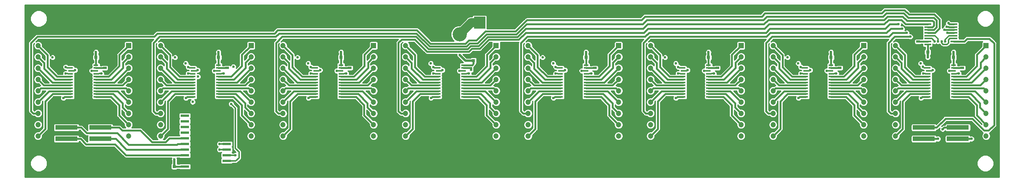
<source format=gbr>
G04 #@! TF.GenerationSoftware,KiCad,Pcbnew,(6.0.0-rc1-dev-557-ge985f797c)*
G04 #@! TF.CreationDate,2021-03-05T01:29:39+01:00*
G04 #@! TF.ProjectId,16seg_Module,31367365675F4D6F64756C652E6B6963,1.0*
G04 #@! TF.SameCoordinates,Original*
G04 #@! TF.FileFunction,Copper,L1,Top,Signal*
G04 #@! TF.FilePolarity,Positive*
%FSLAX46Y46*%
G04 Gerber Fmt 4.6, Leading zero omitted, Abs format (unit mm)*
G04 Created by KiCad (PCBNEW (6.0.0-rc1-dev-557-ge985f797c)) date 03/05/21 01:29:39*
%MOMM*%
%LPD*%
G01*
G04 APERTURE LIST*
G04 #@! TA.AperFunction,SMDPad,CuDef*
%ADD10R,5.000000X1.000000*%
G04 #@! TD*
G04 #@! TA.AperFunction,SMDPad,CuDef*
%ADD11R,1.500000X0.450000*%
G04 #@! TD*
G04 #@! TA.AperFunction,SMDPad,CuDef*
%ADD12R,2.400000X5.160000*%
G04 #@! TD*
G04 #@! TA.AperFunction,SMDPad,CuDef*
%ADD13R,1.100000X0.400000*%
G04 #@! TD*
G04 #@! TA.AperFunction,ComponentPad*
%ADD14C,1.200000*%
G04 #@! TD*
G04 #@! TA.AperFunction,ComponentPad*
%ADD15R,1.200000X1.200000*%
G04 #@! TD*
G04 #@! TA.AperFunction,SMDPad,CuDef*
%ADD16R,1.950000X0.600000*%
G04 #@! TD*
G04 #@! TA.AperFunction,SMDPad,CuDef*
%ADD17R,0.900000X0.500000*%
G04 #@! TD*
G04 #@! TA.AperFunction,SMDPad,CuDef*
%ADD18R,0.500000X0.900000*%
G04 #@! TD*
G04 #@! TA.AperFunction,ComponentPad*
%ADD19C,3.200000*%
G04 #@! TD*
G04 #@! TA.AperFunction,SMDPad,CuDef*
%ADD20R,0.800000X0.750000*%
G04 #@! TD*
G04 #@! TA.AperFunction,SMDPad,CuDef*
%ADD21R,0.750000X0.800000*%
G04 #@! TD*
G04 #@! TA.AperFunction,SMDPad,CuDef*
%ADD22R,2.550000X2.700000*%
G04 #@! TD*
G04 #@! TA.AperFunction,ViaPad*
%ADD23C,0.600000*%
G04 #@! TD*
G04 #@! TA.AperFunction,Conductor*
%ADD24C,0.400000*%
G04 #@! TD*
G04 #@! TA.AperFunction,Conductor*
%ADD25C,0.500000*%
G04 #@! TD*
G04 #@! TA.AperFunction,Conductor*
%ADD26C,2.000000*%
G04 #@! TD*
G04 #@! TA.AperFunction,Conductor*
%ADD27C,0.300000*%
G04 #@! TD*
G04 #@! TA.AperFunction,Conductor*
%ADD28C,0.254000*%
G04 #@! TD*
G04 APERTURE END LIST*
D10*
G04 #@! TO.P,J2,6*
G04 #@! TO.N,GND*
X56810000Y-74040000D03*
G04 #@! TO.P,J2,5*
X49190000Y-74040000D03*
G04 #@! TO.P,J2,4*
G04 #@! TO.N,Net-(J2-Pad4)*
X56810000Y-71500000D03*
G04 #@! TO.P,J2,3*
G04 #@! TO.N,Net-(J2-Pad3)*
X49190000Y-71500000D03*
G04 #@! TO.P,J2,2*
G04 #@! TO.N,Net-(J2-Pad2)*
X56810000Y-68960000D03*
G04 #@! TO.P,J2,1*
G04 #@! TO.N,Net-(J2-Pad1)*
X49190000Y-68960000D03*
G04 #@! TD*
D11*
G04 #@! TO.P,U10,1*
G04 #@! TO.N,GND*
X248450000Y-50275000D03*
G04 #@! TO.P,U10,2*
G04 #@! TO.N,Net-(J3-Pad1)*
X248450000Y-49625000D03*
G04 #@! TO.P,U10,3*
G04 #@! TO.N,/CLK*
X248450000Y-48975000D03*
G04 #@! TO.P,U10,4*
G04 #@! TO.N,/LE*
X248450000Y-48325000D03*
G04 #@! TO.P,U10,5*
G04 #@! TO.N,Net-(U1-Pad12)*
X248450000Y-47675000D03*
G04 #@! TO.P,U10,6*
G04 #@! TO.N,Net-(U10-Pad6)*
X248450000Y-47025000D03*
G04 #@! TO.P,U10,7*
G04 #@! TO.N,Net-(U10-Pad7)*
X248450000Y-46375000D03*
G04 #@! TO.P,U10,8*
G04 #@! TO.N,Net-(U10-Pad8)*
X248450000Y-45725000D03*
G04 #@! TO.P,U10,9*
G04 #@! TO.N,Net-(U10-Pad9)*
X242550000Y-45725000D03*
G04 #@! TO.P,U10,10*
G04 #@! TO.N,Net-(U10-Pad10)*
X242550000Y-46375000D03*
G04 #@! TO.P,U10,11*
G04 #@! TO.N,Net-(U10-Pad11)*
X242550000Y-47025000D03*
G04 #@! TO.P,U10,12*
G04 #@! TO.N,Net-(U10-Pad12)*
X242550000Y-47675000D03*
G04 #@! TO.P,U10,13*
G04 #@! TO.N,/~OE*
X242550000Y-48325000D03*
G04 #@! TO.P,U10,14*
G04 #@! TO.N,Net-(U10-Pad14)*
X242550000Y-48975000D03*
G04 #@! TO.P,U10,15*
G04 #@! TO.N,Net-(R5-Pad1)*
X242550000Y-49625000D03*
G04 #@! TO.P,U10,16*
G04 #@! TO.N,+5V*
X242550000Y-50275000D03*
G04 #@! TD*
D10*
G04 #@! TO.P,J3,6*
G04 #@! TO.N,GND*
X249310000Y-74040000D03*
G04 #@! TO.P,J3,5*
X241690000Y-74040000D03*
G04 #@! TO.P,J3,4*
G04 #@! TO.N,/~OE*
X249310000Y-71500000D03*
G04 #@! TO.P,J3,3*
G04 #@! TO.N,/LE*
X241690000Y-71500000D03*
G04 #@! TO.P,J3,2*
G04 #@! TO.N,/CLK*
X249310000Y-68960000D03*
G04 #@! TO.P,J3,1*
G04 #@! TO.N,Net-(J3-Pad1)*
X241690000Y-68960000D03*
G04 #@! TD*
D12*
G04 #@! TO.P,U18,25*
G04 #@! TO.N,GND*
X53000000Y-58500000D03*
D13*
G04 #@! TO.P,U18,1*
X50150000Y-54925000D03*
G04 #@! TO.P,U18,2*
G04 #@! TO.N,Net-(U17-Pad22)*
X50150000Y-55575000D03*
G04 #@! TO.P,U18,3*
G04 #@! TO.N,/CLK*
X50150000Y-56225000D03*
G04 #@! TO.P,U18,4*
G04 #@! TO.N,/LE*
X50150000Y-56875000D03*
G04 #@! TO.P,U18,5*
G04 #@! TO.N,Net-(U14-Pad18)*
X50150000Y-57525000D03*
G04 #@! TO.P,U18,6*
G04 #@! TO.N,Net-(U14-Pad17)*
X50150000Y-58175000D03*
G04 #@! TO.P,U18,7*
G04 #@! TO.N,Net-(U14-Pad16)*
X50150000Y-58825000D03*
G04 #@! TO.P,U18,8*
G04 #@! TO.N,Net-(U14-Pad15)*
X50150000Y-59475000D03*
G04 #@! TO.P,U18,9*
G04 #@! TO.N,Net-(U14-Pad14)*
X50150000Y-60125000D03*
G04 #@! TO.P,U18,10*
G04 #@! TO.N,Net-(U14-Pad13)*
X50150000Y-60775000D03*
G04 #@! TO.P,U18,11*
G04 #@! TO.N,Net-(U14-Pad10)*
X50150000Y-61425000D03*
G04 #@! TO.P,U18,12*
G04 #@! TO.N,Net-(U14-Pad9)*
X50150000Y-62075000D03*
G04 #@! TO.P,U18,13*
G04 #@! TO.N,Net-(U14-Pad8)*
X55850000Y-62075000D03*
G04 #@! TO.P,U18,14*
G04 #@! TO.N,Net-(U14-Pad7)*
X55850000Y-61425000D03*
G04 #@! TO.P,U18,15*
G04 #@! TO.N,Net-(U14-Pad6)*
X55850000Y-60775000D03*
G04 #@! TO.P,U18,16*
G04 #@! TO.N,Net-(U14-Pad5)*
X55850000Y-60125000D03*
G04 #@! TO.P,U18,17*
G04 #@! TO.N,Net-(U14-Pad4)*
X55850000Y-59475000D03*
G04 #@! TO.P,U18,18*
G04 #@! TO.N,Net-(U14-Pad3)*
X55850000Y-58825000D03*
G04 #@! TO.P,U18,19*
G04 #@! TO.N,Net-(U14-Pad2)*
X55850000Y-58175000D03*
G04 #@! TO.P,U18,20*
G04 #@! TO.N,Net-(U14-Pad1)*
X55850000Y-57525000D03*
G04 #@! TO.P,U18,21*
G04 #@! TO.N,/~OE*
X55850000Y-56875000D03*
G04 #@! TO.P,U18,22*
G04 #@! TO.N,Net-(U18-Pad22)*
X55850000Y-56225000D03*
G04 #@! TO.P,U18,23*
G04 #@! TO.N,Net-(R9-Pad1)*
X55850000Y-55575000D03*
G04 #@! TO.P,U18,24*
G04 #@! TO.N,+5V*
X55850000Y-54925000D03*
G04 #@! TD*
D12*
G04 #@! TO.P,U17,25*
G04 #@! TO.N,GND*
X80500000Y-58500000D03*
D13*
G04 #@! TO.P,U17,1*
X77650000Y-54925000D03*
G04 #@! TO.P,U17,2*
G04 #@! TO.N,Net-(U16-Pad22)*
X77650000Y-55575000D03*
G04 #@! TO.P,U17,3*
G04 #@! TO.N,/CLK*
X77650000Y-56225000D03*
G04 #@! TO.P,U17,4*
G04 #@! TO.N,/LE*
X77650000Y-56875000D03*
G04 #@! TO.P,U17,5*
G04 #@! TO.N,Net-(U13-Pad18)*
X77650000Y-57525000D03*
G04 #@! TO.P,U17,6*
G04 #@! TO.N,Net-(U13-Pad17)*
X77650000Y-58175000D03*
G04 #@! TO.P,U17,7*
G04 #@! TO.N,Net-(U13-Pad16)*
X77650000Y-58825000D03*
G04 #@! TO.P,U17,8*
G04 #@! TO.N,Net-(U13-Pad15)*
X77650000Y-59475000D03*
G04 #@! TO.P,U17,9*
G04 #@! TO.N,Net-(U13-Pad14)*
X77650000Y-60125000D03*
G04 #@! TO.P,U17,10*
G04 #@! TO.N,Net-(U13-Pad13)*
X77650000Y-60775000D03*
G04 #@! TO.P,U17,11*
G04 #@! TO.N,Net-(U13-Pad10)*
X77650000Y-61425000D03*
G04 #@! TO.P,U17,12*
G04 #@! TO.N,Net-(U13-Pad9)*
X77650000Y-62075000D03*
G04 #@! TO.P,U17,13*
G04 #@! TO.N,Net-(U13-Pad8)*
X83350000Y-62075000D03*
G04 #@! TO.P,U17,14*
G04 #@! TO.N,Net-(U13-Pad7)*
X83350000Y-61425000D03*
G04 #@! TO.P,U17,15*
G04 #@! TO.N,Net-(U13-Pad6)*
X83350000Y-60775000D03*
G04 #@! TO.P,U17,16*
G04 #@! TO.N,Net-(U13-Pad5)*
X83350000Y-60125000D03*
G04 #@! TO.P,U17,17*
G04 #@! TO.N,Net-(U13-Pad4)*
X83350000Y-59475000D03*
G04 #@! TO.P,U17,18*
G04 #@! TO.N,Net-(U13-Pad3)*
X83350000Y-58825000D03*
G04 #@! TO.P,U17,19*
G04 #@! TO.N,Net-(U13-Pad2)*
X83350000Y-58175000D03*
G04 #@! TO.P,U17,20*
G04 #@! TO.N,Net-(U13-Pad1)*
X83350000Y-57525000D03*
G04 #@! TO.P,U17,21*
G04 #@! TO.N,/~OE*
X83350000Y-56875000D03*
G04 #@! TO.P,U17,22*
G04 #@! TO.N,Net-(U17-Pad22)*
X83350000Y-56225000D03*
G04 #@! TO.P,U17,23*
G04 #@! TO.N,Net-(R8-Pad1)*
X83350000Y-55575000D03*
G04 #@! TO.P,U17,24*
G04 #@! TO.N,+5V*
X83350000Y-54925000D03*
G04 #@! TD*
D12*
G04 #@! TO.P,U16,25*
G04 #@! TO.N,GND*
X108000000Y-58500000D03*
D13*
G04 #@! TO.P,U16,1*
X105150000Y-54925000D03*
G04 #@! TO.P,U16,2*
G04 #@! TO.N,Net-(U15-Pad22)*
X105150000Y-55575000D03*
G04 #@! TO.P,U16,3*
G04 #@! TO.N,/CLK*
X105150000Y-56225000D03*
G04 #@! TO.P,U16,4*
G04 #@! TO.N,/LE*
X105150000Y-56875000D03*
G04 #@! TO.P,U16,5*
G04 #@! TO.N,Net-(U12-Pad18)*
X105150000Y-57525000D03*
G04 #@! TO.P,U16,6*
G04 #@! TO.N,Net-(U12-Pad17)*
X105150000Y-58175000D03*
G04 #@! TO.P,U16,7*
G04 #@! TO.N,Net-(U12-Pad16)*
X105150000Y-58825000D03*
G04 #@! TO.P,U16,8*
G04 #@! TO.N,Net-(U12-Pad15)*
X105150000Y-59475000D03*
G04 #@! TO.P,U16,9*
G04 #@! TO.N,Net-(U12-Pad14)*
X105150000Y-60125000D03*
G04 #@! TO.P,U16,10*
G04 #@! TO.N,Net-(U12-Pad13)*
X105150000Y-60775000D03*
G04 #@! TO.P,U16,11*
G04 #@! TO.N,Net-(U12-Pad10)*
X105150000Y-61425000D03*
G04 #@! TO.P,U16,12*
G04 #@! TO.N,Net-(U12-Pad9)*
X105150000Y-62075000D03*
G04 #@! TO.P,U16,13*
G04 #@! TO.N,Net-(U12-Pad8)*
X110850000Y-62075000D03*
G04 #@! TO.P,U16,14*
G04 #@! TO.N,Net-(U12-Pad7)*
X110850000Y-61425000D03*
G04 #@! TO.P,U16,15*
G04 #@! TO.N,Net-(U12-Pad6)*
X110850000Y-60775000D03*
G04 #@! TO.P,U16,16*
G04 #@! TO.N,Net-(U12-Pad5)*
X110850000Y-60125000D03*
G04 #@! TO.P,U16,17*
G04 #@! TO.N,Net-(U12-Pad4)*
X110850000Y-59475000D03*
G04 #@! TO.P,U16,18*
G04 #@! TO.N,Net-(U12-Pad3)*
X110850000Y-58825000D03*
G04 #@! TO.P,U16,19*
G04 #@! TO.N,Net-(U12-Pad2)*
X110850000Y-58175000D03*
G04 #@! TO.P,U16,20*
G04 #@! TO.N,Net-(U12-Pad1)*
X110850000Y-57525000D03*
G04 #@! TO.P,U16,21*
G04 #@! TO.N,/~OE*
X110850000Y-56875000D03*
G04 #@! TO.P,U16,22*
G04 #@! TO.N,Net-(U16-Pad22)*
X110850000Y-56225000D03*
G04 #@! TO.P,U16,23*
G04 #@! TO.N,Net-(R7-Pad1)*
X110850000Y-55575000D03*
G04 #@! TO.P,U16,24*
G04 #@! TO.N,+5V*
X110850000Y-54925000D03*
G04 #@! TD*
D12*
G04 #@! TO.P,U15,25*
G04 #@! TO.N,GND*
X135500000Y-58500000D03*
D13*
G04 #@! TO.P,U15,1*
X132650000Y-54925000D03*
G04 #@! TO.P,U15,2*
G04 #@! TO.N,Net-(U15-Pad2)*
X132650000Y-55575000D03*
G04 #@! TO.P,U15,3*
G04 #@! TO.N,/CLK*
X132650000Y-56225000D03*
G04 #@! TO.P,U15,4*
G04 #@! TO.N,/LE*
X132650000Y-56875000D03*
G04 #@! TO.P,U15,5*
G04 #@! TO.N,Net-(U11-Pad18)*
X132650000Y-57525000D03*
G04 #@! TO.P,U15,6*
G04 #@! TO.N,Net-(U11-Pad17)*
X132650000Y-58175000D03*
G04 #@! TO.P,U15,7*
G04 #@! TO.N,Net-(U11-Pad16)*
X132650000Y-58825000D03*
G04 #@! TO.P,U15,8*
G04 #@! TO.N,Net-(U11-Pad15)*
X132650000Y-59475000D03*
G04 #@! TO.P,U15,9*
G04 #@! TO.N,Net-(U11-Pad14)*
X132650000Y-60125000D03*
G04 #@! TO.P,U15,10*
G04 #@! TO.N,Net-(U11-Pad13)*
X132650000Y-60775000D03*
G04 #@! TO.P,U15,11*
G04 #@! TO.N,Net-(U11-Pad10)*
X132650000Y-61425000D03*
G04 #@! TO.P,U15,12*
G04 #@! TO.N,Net-(U11-Pad9)*
X132650000Y-62075000D03*
G04 #@! TO.P,U15,13*
G04 #@! TO.N,Net-(U11-Pad8)*
X138350000Y-62075000D03*
G04 #@! TO.P,U15,14*
G04 #@! TO.N,Net-(U11-Pad7)*
X138350000Y-61425000D03*
G04 #@! TO.P,U15,15*
G04 #@! TO.N,Net-(U11-Pad6)*
X138350000Y-60775000D03*
G04 #@! TO.P,U15,16*
G04 #@! TO.N,Net-(U11-Pad5)*
X138350000Y-60125000D03*
G04 #@! TO.P,U15,17*
G04 #@! TO.N,Net-(U11-Pad4)*
X138350000Y-59475000D03*
G04 #@! TO.P,U15,18*
G04 #@! TO.N,Net-(U11-Pad3)*
X138350000Y-58825000D03*
G04 #@! TO.P,U15,19*
G04 #@! TO.N,Net-(U11-Pad2)*
X138350000Y-58175000D03*
G04 #@! TO.P,U15,20*
G04 #@! TO.N,Net-(U11-Pad1)*
X138350000Y-57525000D03*
G04 #@! TO.P,U15,21*
G04 #@! TO.N,/~OE*
X138350000Y-56875000D03*
G04 #@! TO.P,U15,22*
G04 #@! TO.N,Net-(U15-Pad22)*
X138350000Y-56225000D03*
G04 #@! TO.P,U15,23*
G04 #@! TO.N,Net-(R6-Pad1)*
X138350000Y-55575000D03*
G04 #@! TO.P,U15,24*
G04 #@! TO.N,+5V*
X138350000Y-54925000D03*
G04 #@! TD*
D14*
G04 #@! TO.P,U14,4*
G04 #@! TO.N,Net-(U14-Pad4)*
X63160000Y-58152304D03*
G04 #@! TO.P,U14,3*
G04 #@! TO.N,Net-(U14-Pad3)*
X63160000Y-55612304D03*
G04 #@! TO.P,U14,2*
G04 #@! TO.N,Net-(U14-Pad2)*
X63160000Y-53072304D03*
D15*
G04 #@! TO.P,U14,1*
G04 #@! TO.N,Net-(U14-Pad1)*
X63160000Y-50532304D03*
D14*
G04 #@! TO.P,U14,18*
G04 #@! TO.N,Net-(U14-Pad18)*
X42840000Y-50532304D03*
G04 #@! TO.P,U14,17*
G04 #@! TO.N,Net-(U14-Pad17)*
X42840000Y-53072304D03*
G04 #@! TO.P,U14,16*
G04 #@! TO.N,Net-(U14-Pad16)*
X42840000Y-55612304D03*
G04 #@! TO.P,U14,15*
G04 #@! TO.N,Net-(U14-Pad15)*
X42840000Y-58152304D03*
G04 #@! TO.P,U14,14*
G04 #@! TO.N,Net-(U14-Pad14)*
X42840000Y-60692304D03*
G04 #@! TO.P,U14,13*
G04 #@! TO.N,Net-(U14-Pad13)*
X42840000Y-63232304D03*
G04 #@! TO.P,U14,12*
G04 #@! TO.N,Net-(U10-Pad12)*
X42840000Y-65772304D03*
G04 #@! TO.P,U14,11*
G04 #@! TO.N,+5V*
X42840000Y-68312304D03*
G04 #@! TO.P,U14,10*
G04 #@! TO.N,Net-(U14-Pad10)*
X42840000Y-70852304D03*
G04 #@! TO.P,U14,9*
G04 #@! TO.N,Net-(U14-Pad9)*
X63160000Y-70852304D03*
G04 #@! TO.P,U14,8*
G04 #@! TO.N,Net-(U14-Pad8)*
X63160000Y-68312304D03*
G04 #@! TO.P,U14,7*
G04 #@! TO.N,Net-(U14-Pad7)*
X63160000Y-65772304D03*
G04 #@! TO.P,U14,6*
G04 #@! TO.N,Net-(U14-Pad6)*
X63160000Y-63232304D03*
G04 #@! TO.P,U14,5*
G04 #@! TO.N,Net-(U14-Pad5)*
X63160000Y-60692304D03*
G04 #@! TD*
G04 #@! TO.P,U13,4*
G04 #@! TO.N,Net-(U13-Pad4)*
X90660000Y-58152304D03*
G04 #@! TO.P,U13,3*
G04 #@! TO.N,Net-(U13-Pad3)*
X90660000Y-55612304D03*
G04 #@! TO.P,U13,2*
G04 #@! TO.N,Net-(U13-Pad2)*
X90660000Y-53072304D03*
D15*
G04 #@! TO.P,U13,1*
G04 #@! TO.N,Net-(U13-Pad1)*
X90660000Y-50532304D03*
D14*
G04 #@! TO.P,U13,18*
G04 #@! TO.N,Net-(U13-Pad18)*
X70340000Y-50532304D03*
G04 #@! TO.P,U13,17*
G04 #@! TO.N,Net-(U13-Pad17)*
X70340000Y-53072304D03*
G04 #@! TO.P,U13,16*
G04 #@! TO.N,Net-(U13-Pad16)*
X70340000Y-55612304D03*
G04 #@! TO.P,U13,15*
G04 #@! TO.N,Net-(U13-Pad15)*
X70340000Y-58152304D03*
G04 #@! TO.P,U13,14*
G04 #@! TO.N,Net-(U13-Pad14)*
X70340000Y-60692304D03*
G04 #@! TO.P,U13,13*
G04 #@! TO.N,Net-(U13-Pad13)*
X70340000Y-63232304D03*
G04 #@! TO.P,U13,12*
G04 #@! TO.N,Net-(U10-Pad11)*
X70340000Y-65772304D03*
G04 #@! TO.P,U13,11*
G04 #@! TO.N,+5V*
X70340000Y-68312304D03*
G04 #@! TO.P,U13,10*
G04 #@! TO.N,Net-(U13-Pad10)*
X70340000Y-70852304D03*
G04 #@! TO.P,U13,9*
G04 #@! TO.N,Net-(U13-Pad9)*
X90660000Y-70852304D03*
G04 #@! TO.P,U13,8*
G04 #@! TO.N,Net-(U13-Pad8)*
X90660000Y-68312304D03*
G04 #@! TO.P,U13,7*
G04 #@! TO.N,Net-(U13-Pad7)*
X90660000Y-65772304D03*
G04 #@! TO.P,U13,6*
G04 #@! TO.N,Net-(U13-Pad6)*
X90660000Y-63232304D03*
G04 #@! TO.P,U13,5*
G04 #@! TO.N,Net-(U13-Pad5)*
X90660000Y-60692304D03*
G04 #@! TD*
G04 #@! TO.P,U12,4*
G04 #@! TO.N,Net-(U12-Pad4)*
X118160000Y-58152304D03*
G04 #@! TO.P,U12,3*
G04 #@! TO.N,Net-(U12-Pad3)*
X118160000Y-55612304D03*
G04 #@! TO.P,U12,2*
G04 #@! TO.N,Net-(U12-Pad2)*
X118160000Y-53072304D03*
D15*
G04 #@! TO.P,U12,1*
G04 #@! TO.N,Net-(U12-Pad1)*
X118160000Y-50532304D03*
D14*
G04 #@! TO.P,U12,18*
G04 #@! TO.N,Net-(U12-Pad18)*
X97840000Y-50532304D03*
G04 #@! TO.P,U12,17*
G04 #@! TO.N,Net-(U12-Pad17)*
X97840000Y-53072304D03*
G04 #@! TO.P,U12,16*
G04 #@! TO.N,Net-(U12-Pad16)*
X97840000Y-55612304D03*
G04 #@! TO.P,U12,15*
G04 #@! TO.N,Net-(U12-Pad15)*
X97840000Y-58152304D03*
G04 #@! TO.P,U12,14*
G04 #@! TO.N,Net-(U12-Pad14)*
X97840000Y-60692304D03*
G04 #@! TO.P,U12,13*
G04 #@! TO.N,Net-(U12-Pad13)*
X97840000Y-63232304D03*
G04 #@! TO.P,U12,12*
G04 #@! TO.N,Net-(U10-Pad10)*
X97840000Y-65772304D03*
G04 #@! TO.P,U12,11*
G04 #@! TO.N,+5V*
X97840000Y-68312304D03*
G04 #@! TO.P,U12,10*
G04 #@! TO.N,Net-(U12-Pad10)*
X97840000Y-70852304D03*
G04 #@! TO.P,U12,9*
G04 #@! TO.N,Net-(U12-Pad9)*
X118160000Y-70852304D03*
G04 #@! TO.P,U12,8*
G04 #@! TO.N,Net-(U12-Pad8)*
X118160000Y-68312304D03*
G04 #@! TO.P,U12,7*
G04 #@! TO.N,Net-(U12-Pad7)*
X118160000Y-65772304D03*
G04 #@! TO.P,U12,6*
G04 #@! TO.N,Net-(U12-Pad6)*
X118160000Y-63232304D03*
G04 #@! TO.P,U12,5*
G04 #@! TO.N,Net-(U12-Pad5)*
X118160000Y-60692304D03*
G04 #@! TD*
G04 #@! TO.P,U11,4*
G04 #@! TO.N,Net-(U11-Pad4)*
X145660000Y-58152304D03*
G04 #@! TO.P,U11,3*
G04 #@! TO.N,Net-(U11-Pad3)*
X145660000Y-55612304D03*
G04 #@! TO.P,U11,2*
G04 #@! TO.N,Net-(U11-Pad2)*
X145660000Y-53072304D03*
D15*
G04 #@! TO.P,U11,1*
G04 #@! TO.N,Net-(U11-Pad1)*
X145660000Y-50532304D03*
D14*
G04 #@! TO.P,U11,18*
G04 #@! TO.N,Net-(U11-Pad18)*
X125340000Y-50532304D03*
G04 #@! TO.P,U11,17*
G04 #@! TO.N,Net-(U11-Pad17)*
X125340000Y-53072304D03*
G04 #@! TO.P,U11,16*
G04 #@! TO.N,Net-(U11-Pad16)*
X125340000Y-55612304D03*
G04 #@! TO.P,U11,15*
G04 #@! TO.N,Net-(U11-Pad15)*
X125340000Y-58152304D03*
G04 #@! TO.P,U11,14*
G04 #@! TO.N,Net-(U11-Pad14)*
X125340000Y-60692304D03*
G04 #@! TO.P,U11,13*
G04 #@! TO.N,Net-(U11-Pad13)*
X125340000Y-63232304D03*
G04 #@! TO.P,U11,12*
G04 #@! TO.N,Net-(U10-Pad9)*
X125340000Y-65772304D03*
G04 #@! TO.P,U11,11*
G04 #@! TO.N,+5V*
X125340000Y-68312304D03*
G04 #@! TO.P,U11,10*
G04 #@! TO.N,Net-(U11-Pad10)*
X125340000Y-70852304D03*
G04 #@! TO.P,U11,9*
G04 #@! TO.N,Net-(U11-Pad9)*
X145660000Y-70852304D03*
G04 #@! TO.P,U11,8*
G04 #@! TO.N,Net-(U11-Pad8)*
X145660000Y-68312304D03*
G04 #@! TO.P,U11,7*
G04 #@! TO.N,Net-(U11-Pad7)*
X145660000Y-65772304D03*
G04 #@! TO.P,U11,6*
G04 #@! TO.N,Net-(U11-Pad6)*
X145660000Y-63232304D03*
G04 #@! TO.P,U11,5*
G04 #@! TO.N,Net-(U11-Pad5)*
X145660000Y-60692304D03*
G04 #@! TD*
D16*
G04 #@! TO.P,U9,1*
G04 #@! TO.N,GND*
X85200000Y-77715000D03*
G04 #@! TO.P,U9,2*
G04 #@! TO.N,/LE*
X85200000Y-76445000D03*
G04 #@! TO.P,U9,3*
G04 #@! TO.N,/~OE*
X85200000Y-75175000D03*
G04 #@! TO.P,U9,4*
G04 #@! TO.N,Net-(U18-Pad22)*
X85200000Y-73905000D03*
G04 #@! TO.P,U9,5*
G04 #@! TO.N,/CLK*
X85200000Y-72635000D03*
G04 #@! TO.P,U9,6*
G04 #@! TO.N,GND*
X85200000Y-71365000D03*
G04 #@! TO.P,U9,7*
X85200000Y-70095000D03*
G04 #@! TO.P,U9,8*
X85200000Y-68825000D03*
G04 #@! TO.P,U9,9*
X85200000Y-67555000D03*
G04 #@! TO.P,U9,10*
X85200000Y-66285000D03*
G04 #@! TO.P,U9,11*
G04 #@! TO.N,Net-(U9-Pad11)*
X75800000Y-66285000D03*
G04 #@! TO.P,U9,12*
G04 #@! TO.N,Net-(U9-Pad12)*
X75800000Y-67555000D03*
G04 #@! TO.P,U9,13*
G04 #@! TO.N,Net-(U9-Pad13)*
X75800000Y-68825000D03*
G04 #@! TO.P,U9,14*
G04 #@! TO.N,Net-(U9-Pad14)*
X75800000Y-70095000D03*
G04 #@! TO.P,U9,15*
G04 #@! TO.N,Net-(J2-Pad2)*
X75800000Y-71365000D03*
G04 #@! TO.P,U9,16*
G04 #@! TO.N,Net-(J2-Pad1)*
X75800000Y-72635000D03*
G04 #@! TO.P,U9,17*
G04 #@! TO.N,Net-(J2-Pad4)*
X75800000Y-73905000D03*
G04 #@! TO.P,U9,18*
G04 #@! TO.N,Net-(J2-Pad3)*
X75800000Y-75175000D03*
G04 #@! TO.P,U9,19*
G04 #@! TO.N,GND*
X75800000Y-76445000D03*
G04 #@! TO.P,U9,20*
G04 #@! TO.N,+5V*
X75800000Y-77715000D03*
G04 #@! TD*
D12*
G04 #@! TO.P,U8,25*
G04 #@! TO.N,GND*
X163000000Y-58500000D03*
D13*
G04 #@! TO.P,U8,1*
X160150000Y-54925000D03*
G04 #@! TO.P,U8,2*
G04 #@! TO.N,Net-(U7-Pad22)*
X160150000Y-55575000D03*
G04 #@! TO.P,U8,3*
G04 #@! TO.N,/CLK*
X160150000Y-56225000D03*
G04 #@! TO.P,U8,4*
G04 #@! TO.N,/LE*
X160150000Y-56875000D03*
G04 #@! TO.P,U8,5*
G04 #@! TO.N,Net-(U4-Pad18)*
X160150000Y-57525000D03*
G04 #@! TO.P,U8,6*
G04 #@! TO.N,Net-(U4-Pad17)*
X160150000Y-58175000D03*
G04 #@! TO.P,U8,7*
G04 #@! TO.N,Net-(U4-Pad16)*
X160150000Y-58825000D03*
G04 #@! TO.P,U8,8*
G04 #@! TO.N,Net-(U4-Pad15)*
X160150000Y-59475000D03*
G04 #@! TO.P,U8,9*
G04 #@! TO.N,Net-(U4-Pad14)*
X160150000Y-60125000D03*
G04 #@! TO.P,U8,10*
G04 #@! TO.N,Net-(U4-Pad13)*
X160150000Y-60775000D03*
G04 #@! TO.P,U8,11*
G04 #@! TO.N,Net-(U4-Pad10)*
X160150000Y-61425000D03*
G04 #@! TO.P,U8,12*
G04 #@! TO.N,Net-(U4-Pad9)*
X160150000Y-62075000D03*
G04 #@! TO.P,U8,13*
G04 #@! TO.N,Net-(U4-Pad8)*
X165850000Y-62075000D03*
G04 #@! TO.P,U8,14*
G04 #@! TO.N,Net-(U4-Pad7)*
X165850000Y-61425000D03*
G04 #@! TO.P,U8,15*
G04 #@! TO.N,Net-(U4-Pad6)*
X165850000Y-60775000D03*
G04 #@! TO.P,U8,16*
G04 #@! TO.N,Net-(U4-Pad5)*
X165850000Y-60125000D03*
G04 #@! TO.P,U8,17*
G04 #@! TO.N,Net-(U4-Pad4)*
X165850000Y-59475000D03*
G04 #@! TO.P,U8,18*
G04 #@! TO.N,Net-(U4-Pad3)*
X165850000Y-58825000D03*
G04 #@! TO.P,U8,19*
G04 #@! TO.N,Net-(U4-Pad2)*
X165850000Y-58175000D03*
G04 #@! TO.P,U8,20*
G04 #@! TO.N,Net-(U4-Pad1)*
X165850000Y-57525000D03*
G04 #@! TO.P,U8,21*
G04 #@! TO.N,/~OE*
X165850000Y-56875000D03*
G04 #@! TO.P,U8,22*
G04 #@! TO.N,Net-(U15-Pad2)*
X165850000Y-56225000D03*
G04 #@! TO.P,U8,23*
G04 #@! TO.N,Net-(R4-Pad1)*
X165850000Y-55575000D03*
G04 #@! TO.P,U8,24*
G04 #@! TO.N,+5V*
X165850000Y-54925000D03*
G04 #@! TD*
D12*
G04 #@! TO.P,U7,25*
G04 #@! TO.N,GND*
X190500000Y-58500000D03*
D13*
G04 #@! TO.P,U7,1*
X187650000Y-54925000D03*
G04 #@! TO.P,U7,2*
G04 #@! TO.N,Net-(U6-Pad22)*
X187650000Y-55575000D03*
G04 #@! TO.P,U7,3*
G04 #@! TO.N,/CLK*
X187650000Y-56225000D03*
G04 #@! TO.P,U7,4*
G04 #@! TO.N,/LE*
X187650000Y-56875000D03*
G04 #@! TO.P,U7,5*
G04 #@! TO.N,Net-(U3-Pad18)*
X187650000Y-57525000D03*
G04 #@! TO.P,U7,6*
G04 #@! TO.N,Net-(U3-Pad17)*
X187650000Y-58175000D03*
G04 #@! TO.P,U7,7*
G04 #@! TO.N,Net-(U3-Pad16)*
X187650000Y-58825000D03*
G04 #@! TO.P,U7,8*
G04 #@! TO.N,Net-(U3-Pad15)*
X187650000Y-59475000D03*
G04 #@! TO.P,U7,9*
G04 #@! TO.N,Net-(U3-Pad14)*
X187650000Y-60125000D03*
G04 #@! TO.P,U7,10*
G04 #@! TO.N,Net-(U3-Pad13)*
X187650000Y-60775000D03*
G04 #@! TO.P,U7,11*
G04 #@! TO.N,Net-(U3-Pad10)*
X187650000Y-61425000D03*
G04 #@! TO.P,U7,12*
G04 #@! TO.N,Net-(U3-Pad9)*
X187650000Y-62075000D03*
G04 #@! TO.P,U7,13*
G04 #@! TO.N,Net-(U3-Pad8)*
X193350000Y-62075000D03*
G04 #@! TO.P,U7,14*
G04 #@! TO.N,Net-(U3-Pad7)*
X193350000Y-61425000D03*
G04 #@! TO.P,U7,15*
G04 #@! TO.N,Net-(U3-Pad6)*
X193350000Y-60775000D03*
G04 #@! TO.P,U7,16*
G04 #@! TO.N,Net-(U3-Pad5)*
X193350000Y-60125000D03*
G04 #@! TO.P,U7,17*
G04 #@! TO.N,Net-(U3-Pad4)*
X193350000Y-59475000D03*
G04 #@! TO.P,U7,18*
G04 #@! TO.N,Net-(U3-Pad3)*
X193350000Y-58825000D03*
G04 #@! TO.P,U7,19*
G04 #@! TO.N,Net-(U3-Pad2)*
X193350000Y-58175000D03*
G04 #@! TO.P,U7,20*
G04 #@! TO.N,Net-(U3-Pad1)*
X193350000Y-57525000D03*
G04 #@! TO.P,U7,21*
G04 #@! TO.N,/~OE*
X193350000Y-56875000D03*
G04 #@! TO.P,U7,22*
G04 #@! TO.N,Net-(U7-Pad22)*
X193350000Y-56225000D03*
G04 #@! TO.P,U7,23*
G04 #@! TO.N,Net-(R3-Pad1)*
X193350000Y-55575000D03*
G04 #@! TO.P,U7,24*
G04 #@! TO.N,+5V*
X193350000Y-54925000D03*
G04 #@! TD*
D12*
G04 #@! TO.P,U6,25*
G04 #@! TO.N,GND*
X218000000Y-58500000D03*
D13*
G04 #@! TO.P,U6,1*
X215150000Y-54925000D03*
G04 #@! TO.P,U6,2*
G04 #@! TO.N,Net-(U5-Pad22)*
X215150000Y-55575000D03*
G04 #@! TO.P,U6,3*
G04 #@! TO.N,/CLK*
X215150000Y-56225000D03*
G04 #@! TO.P,U6,4*
G04 #@! TO.N,/LE*
X215150000Y-56875000D03*
G04 #@! TO.P,U6,5*
G04 #@! TO.N,Net-(U2-Pad18)*
X215150000Y-57525000D03*
G04 #@! TO.P,U6,6*
G04 #@! TO.N,Net-(U2-Pad17)*
X215150000Y-58175000D03*
G04 #@! TO.P,U6,7*
G04 #@! TO.N,Net-(U2-Pad16)*
X215150000Y-58825000D03*
G04 #@! TO.P,U6,8*
G04 #@! TO.N,Net-(U2-Pad15)*
X215150000Y-59475000D03*
G04 #@! TO.P,U6,9*
G04 #@! TO.N,Net-(U2-Pad14)*
X215150000Y-60125000D03*
G04 #@! TO.P,U6,10*
G04 #@! TO.N,Net-(U2-Pad13)*
X215150000Y-60775000D03*
G04 #@! TO.P,U6,11*
G04 #@! TO.N,Net-(U2-Pad10)*
X215150000Y-61425000D03*
G04 #@! TO.P,U6,12*
G04 #@! TO.N,Net-(U2-Pad9)*
X215150000Y-62075000D03*
G04 #@! TO.P,U6,13*
G04 #@! TO.N,Net-(U2-Pad8)*
X220850000Y-62075000D03*
G04 #@! TO.P,U6,14*
G04 #@! TO.N,Net-(U2-Pad7)*
X220850000Y-61425000D03*
G04 #@! TO.P,U6,15*
G04 #@! TO.N,Net-(U2-Pad6)*
X220850000Y-60775000D03*
G04 #@! TO.P,U6,16*
G04 #@! TO.N,Net-(U2-Pad5)*
X220850000Y-60125000D03*
G04 #@! TO.P,U6,17*
G04 #@! TO.N,Net-(U2-Pad4)*
X220850000Y-59475000D03*
G04 #@! TO.P,U6,18*
G04 #@! TO.N,Net-(U2-Pad3)*
X220850000Y-58825000D03*
G04 #@! TO.P,U6,19*
G04 #@! TO.N,Net-(U2-Pad2)*
X220850000Y-58175000D03*
G04 #@! TO.P,U6,20*
G04 #@! TO.N,Net-(U2-Pad1)*
X220850000Y-57525000D03*
G04 #@! TO.P,U6,21*
G04 #@! TO.N,/~OE*
X220850000Y-56875000D03*
G04 #@! TO.P,U6,22*
G04 #@! TO.N,Net-(U6-Pad22)*
X220850000Y-56225000D03*
G04 #@! TO.P,U6,23*
G04 #@! TO.N,Net-(R2-Pad1)*
X220850000Y-55575000D03*
G04 #@! TO.P,U6,24*
G04 #@! TO.N,+5V*
X220850000Y-54925000D03*
G04 #@! TD*
D12*
G04 #@! TO.P,U5,25*
G04 #@! TO.N,GND*
X245500000Y-58500000D03*
D13*
G04 #@! TO.P,U5,1*
X242650000Y-54925000D03*
G04 #@! TO.P,U5,2*
G04 #@! TO.N,Net-(U10-Pad14)*
X242650000Y-55575000D03*
G04 #@! TO.P,U5,3*
G04 #@! TO.N,/CLK*
X242650000Y-56225000D03*
G04 #@! TO.P,U5,4*
G04 #@! TO.N,/LE*
X242650000Y-56875000D03*
G04 #@! TO.P,U5,5*
G04 #@! TO.N,Net-(U1-Pad18)*
X242650000Y-57525000D03*
G04 #@! TO.P,U5,6*
G04 #@! TO.N,Net-(U1-Pad17)*
X242650000Y-58175000D03*
G04 #@! TO.P,U5,7*
G04 #@! TO.N,Net-(U1-Pad16)*
X242650000Y-58825000D03*
G04 #@! TO.P,U5,8*
G04 #@! TO.N,Net-(U1-Pad15)*
X242650000Y-59475000D03*
G04 #@! TO.P,U5,9*
G04 #@! TO.N,Net-(U1-Pad14)*
X242650000Y-60125000D03*
G04 #@! TO.P,U5,10*
G04 #@! TO.N,Net-(U1-Pad13)*
X242650000Y-60775000D03*
G04 #@! TO.P,U5,11*
G04 #@! TO.N,Net-(U1-Pad10)*
X242650000Y-61425000D03*
G04 #@! TO.P,U5,12*
G04 #@! TO.N,Net-(U1-Pad9)*
X242650000Y-62075000D03*
G04 #@! TO.P,U5,13*
G04 #@! TO.N,Net-(U1-Pad8)*
X248350000Y-62075000D03*
G04 #@! TO.P,U5,14*
G04 #@! TO.N,Net-(U1-Pad7)*
X248350000Y-61425000D03*
G04 #@! TO.P,U5,15*
G04 #@! TO.N,Net-(U1-Pad6)*
X248350000Y-60775000D03*
G04 #@! TO.P,U5,16*
G04 #@! TO.N,Net-(U1-Pad5)*
X248350000Y-60125000D03*
G04 #@! TO.P,U5,17*
G04 #@! TO.N,Net-(U1-Pad4)*
X248350000Y-59475000D03*
G04 #@! TO.P,U5,18*
G04 #@! TO.N,Net-(U1-Pad3)*
X248350000Y-58825000D03*
G04 #@! TO.P,U5,19*
G04 #@! TO.N,Net-(U1-Pad2)*
X248350000Y-58175000D03*
G04 #@! TO.P,U5,20*
G04 #@! TO.N,Net-(U1-Pad1)*
X248350000Y-57525000D03*
G04 #@! TO.P,U5,21*
G04 #@! TO.N,/~OE*
X248350000Y-56875000D03*
G04 #@! TO.P,U5,22*
G04 #@! TO.N,Net-(U5-Pad22)*
X248350000Y-56225000D03*
G04 #@! TO.P,U5,23*
G04 #@! TO.N,Net-(R1-Pad1)*
X248350000Y-55575000D03*
G04 #@! TO.P,U5,24*
G04 #@! TO.N,+5V*
X248350000Y-54925000D03*
G04 #@! TD*
D14*
G04 #@! TO.P,U4,4*
G04 #@! TO.N,Net-(U4-Pad4)*
X173160000Y-58152304D03*
G04 #@! TO.P,U4,3*
G04 #@! TO.N,Net-(U4-Pad3)*
X173160000Y-55612304D03*
G04 #@! TO.P,U4,2*
G04 #@! TO.N,Net-(U4-Pad2)*
X173160000Y-53072304D03*
D15*
G04 #@! TO.P,U4,1*
G04 #@! TO.N,Net-(U4-Pad1)*
X173160000Y-50532304D03*
D14*
G04 #@! TO.P,U4,18*
G04 #@! TO.N,Net-(U4-Pad18)*
X152840000Y-50532304D03*
G04 #@! TO.P,U4,17*
G04 #@! TO.N,Net-(U4-Pad17)*
X152840000Y-53072304D03*
G04 #@! TO.P,U4,16*
G04 #@! TO.N,Net-(U4-Pad16)*
X152840000Y-55612304D03*
G04 #@! TO.P,U4,15*
G04 #@! TO.N,Net-(U4-Pad15)*
X152840000Y-58152304D03*
G04 #@! TO.P,U4,14*
G04 #@! TO.N,Net-(U4-Pad14)*
X152840000Y-60692304D03*
G04 #@! TO.P,U4,13*
G04 #@! TO.N,Net-(U4-Pad13)*
X152840000Y-63232304D03*
G04 #@! TO.P,U4,12*
G04 #@! TO.N,Net-(U10-Pad8)*
X152840000Y-65772304D03*
G04 #@! TO.P,U4,11*
G04 #@! TO.N,+5V*
X152840000Y-68312304D03*
G04 #@! TO.P,U4,10*
G04 #@! TO.N,Net-(U4-Pad10)*
X152840000Y-70852304D03*
G04 #@! TO.P,U4,9*
G04 #@! TO.N,Net-(U4-Pad9)*
X173160000Y-70852304D03*
G04 #@! TO.P,U4,8*
G04 #@! TO.N,Net-(U4-Pad8)*
X173160000Y-68312304D03*
G04 #@! TO.P,U4,7*
G04 #@! TO.N,Net-(U4-Pad7)*
X173160000Y-65772304D03*
G04 #@! TO.P,U4,6*
G04 #@! TO.N,Net-(U4-Pad6)*
X173160000Y-63232304D03*
G04 #@! TO.P,U4,5*
G04 #@! TO.N,Net-(U4-Pad5)*
X173160000Y-60692304D03*
G04 #@! TD*
G04 #@! TO.P,U3,4*
G04 #@! TO.N,Net-(U3-Pad4)*
X200660000Y-58152304D03*
G04 #@! TO.P,U3,3*
G04 #@! TO.N,Net-(U3-Pad3)*
X200660000Y-55612304D03*
G04 #@! TO.P,U3,2*
G04 #@! TO.N,Net-(U3-Pad2)*
X200660000Y-53072304D03*
D15*
G04 #@! TO.P,U3,1*
G04 #@! TO.N,Net-(U3-Pad1)*
X200660000Y-50532304D03*
D14*
G04 #@! TO.P,U3,18*
G04 #@! TO.N,Net-(U3-Pad18)*
X180340000Y-50532304D03*
G04 #@! TO.P,U3,17*
G04 #@! TO.N,Net-(U3-Pad17)*
X180340000Y-53072304D03*
G04 #@! TO.P,U3,16*
G04 #@! TO.N,Net-(U3-Pad16)*
X180340000Y-55612304D03*
G04 #@! TO.P,U3,15*
G04 #@! TO.N,Net-(U3-Pad15)*
X180340000Y-58152304D03*
G04 #@! TO.P,U3,14*
G04 #@! TO.N,Net-(U3-Pad14)*
X180340000Y-60692304D03*
G04 #@! TO.P,U3,13*
G04 #@! TO.N,Net-(U3-Pad13)*
X180340000Y-63232304D03*
G04 #@! TO.P,U3,12*
G04 #@! TO.N,Net-(U10-Pad7)*
X180340000Y-65772304D03*
G04 #@! TO.P,U3,11*
G04 #@! TO.N,+5V*
X180340000Y-68312304D03*
G04 #@! TO.P,U3,10*
G04 #@! TO.N,Net-(U3-Pad10)*
X180340000Y-70852304D03*
G04 #@! TO.P,U3,9*
G04 #@! TO.N,Net-(U3-Pad9)*
X200660000Y-70852304D03*
G04 #@! TO.P,U3,8*
G04 #@! TO.N,Net-(U3-Pad8)*
X200660000Y-68312304D03*
G04 #@! TO.P,U3,7*
G04 #@! TO.N,Net-(U3-Pad7)*
X200660000Y-65772304D03*
G04 #@! TO.P,U3,6*
G04 #@! TO.N,Net-(U3-Pad6)*
X200660000Y-63232304D03*
G04 #@! TO.P,U3,5*
G04 #@! TO.N,Net-(U3-Pad5)*
X200660000Y-60692304D03*
G04 #@! TD*
G04 #@! TO.P,U2,4*
G04 #@! TO.N,Net-(U2-Pad4)*
X228160000Y-58152304D03*
G04 #@! TO.P,U2,3*
G04 #@! TO.N,Net-(U2-Pad3)*
X228160000Y-55612304D03*
G04 #@! TO.P,U2,2*
G04 #@! TO.N,Net-(U2-Pad2)*
X228160000Y-53072304D03*
D15*
G04 #@! TO.P,U2,1*
G04 #@! TO.N,Net-(U2-Pad1)*
X228160000Y-50532304D03*
D14*
G04 #@! TO.P,U2,18*
G04 #@! TO.N,Net-(U2-Pad18)*
X207840000Y-50532304D03*
G04 #@! TO.P,U2,17*
G04 #@! TO.N,Net-(U2-Pad17)*
X207840000Y-53072304D03*
G04 #@! TO.P,U2,16*
G04 #@! TO.N,Net-(U2-Pad16)*
X207840000Y-55612304D03*
G04 #@! TO.P,U2,15*
G04 #@! TO.N,Net-(U2-Pad15)*
X207840000Y-58152304D03*
G04 #@! TO.P,U2,14*
G04 #@! TO.N,Net-(U2-Pad14)*
X207840000Y-60692304D03*
G04 #@! TO.P,U2,13*
G04 #@! TO.N,Net-(U2-Pad13)*
X207840000Y-63232304D03*
G04 #@! TO.P,U2,12*
G04 #@! TO.N,Net-(U10-Pad6)*
X207840000Y-65772304D03*
G04 #@! TO.P,U2,11*
G04 #@! TO.N,+5V*
X207840000Y-68312304D03*
G04 #@! TO.P,U2,10*
G04 #@! TO.N,Net-(U2-Pad10)*
X207840000Y-70852304D03*
G04 #@! TO.P,U2,9*
G04 #@! TO.N,Net-(U2-Pad9)*
X228160000Y-70852304D03*
G04 #@! TO.P,U2,8*
G04 #@! TO.N,Net-(U2-Pad8)*
X228160000Y-68312304D03*
G04 #@! TO.P,U2,7*
G04 #@! TO.N,Net-(U2-Pad7)*
X228160000Y-65772304D03*
G04 #@! TO.P,U2,6*
G04 #@! TO.N,Net-(U2-Pad6)*
X228160000Y-63232304D03*
G04 #@! TO.P,U2,5*
G04 #@! TO.N,Net-(U2-Pad5)*
X228160000Y-60692304D03*
G04 #@! TD*
G04 #@! TO.P,U1,4*
G04 #@! TO.N,Net-(U1-Pad4)*
X255660000Y-58152304D03*
G04 #@! TO.P,U1,3*
G04 #@! TO.N,Net-(U1-Pad3)*
X255660000Y-55612304D03*
G04 #@! TO.P,U1,2*
G04 #@! TO.N,Net-(U1-Pad2)*
X255660000Y-53072304D03*
D15*
G04 #@! TO.P,U1,1*
G04 #@! TO.N,Net-(U1-Pad1)*
X255660000Y-50532304D03*
D14*
G04 #@! TO.P,U1,18*
G04 #@! TO.N,Net-(U1-Pad18)*
X235340000Y-50532304D03*
G04 #@! TO.P,U1,17*
G04 #@! TO.N,Net-(U1-Pad17)*
X235340000Y-53072304D03*
G04 #@! TO.P,U1,16*
G04 #@! TO.N,Net-(U1-Pad16)*
X235340000Y-55612304D03*
G04 #@! TO.P,U1,15*
G04 #@! TO.N,Net-(U1-Pad15)*
X235340000Y-58152304D03*
G04 #@! TO.P,U1,14*
G04 #@! TO.N,Net-(U1-Pad14)*
X235340000Y-60692304D03*
G04 #@! TO.P,U1,13*
G04 #@! TO.N,Net-(U1-Pad13)*
X235340000Y-63232304D03*
G04 #@! TO.P,U1,12*
G04 #@! TO.N,Net-(U1-Pad12)*
X235340000Y-65772304D03*
G04 #@! TO.P,U1,11*
G04 #@! TO.N,+5V*
X235340000Y-68312304D03*
G04 #@! TO.P,U1,10*
G04 #@! TO.N,Net-(U1-Pad10)*
X235340000Y-70852304D03*
G04 #@! TO.P,U1,9*
G04 #@! TO.N,Net-(U1-Pad9)*
X255660000Y-70852304D03*
G04 #@! TO.P,U1,8*
G04 #@! TO.N,Net-(U1-Pad8)*
X255660000Y-68312304D03*
G04 #@! TO.P,U1,7*
G04 #@! TO.N,Net-(U1-Pad7)*
X255660000Y-65772304D03*
G04 #@! TO.P,U1,6*
G04 #@! TO.N,Net-(U1-Pad6)*
X255660000Y-63232304D03*
G04 #@! TO.P,U1,5*
G04 #@! TO.N,Net-(U1-Pad5)*
X255660000Y-60692304D03*
G04 #@! TD*
D17*
G04 #@! TO.P,R9,1*
G04 #@! TO.N,Net-(R9-Pad1)*
X57800000Y-55550000D03*
G04 #@! TO.P,R9,2*
G04 #@! TO.N,GND*
X57800000Y-54050000D03*
G04 #@! TD*
G04 #@! TO.P,R8,1*
G04 #@! TO.N,Net-(R8-Pad1)*
X85300000Y-55550000D03*
G04 #@! TO.P,R8,2*
G04 #@! TO.N,GND*
X85300000Y-54050000D03*
G04 #@! TD*
G04 #@! TO.P,R7,1*
G04 #@! TO.N,Net-(R7-Pad1)*
X112800000Y-55550000D03*
G04 #@! TO.P,R7,2*
G04 #@! TO.N,GND*
X112800000Y-54050000D03*
G04 #@! TD*
D18*
G04 #@! TO.P,R6,1*
G04 #@! TO.N,Net-(R6-Pad1)*
X140050000Y-55800000D03*
G04 #@! TO.P,R6,2*
G04 #@! TO.N,GND*
X141550000Y-55800000D03*
G04 #@! TD*
D17*
G04 #@! TO.P,R5,1*
G04 #@! TO.N,Net-(R5-Pad1)*
X240400000Y-49650000D03*
G04 #@! TO.P,R5,2*
G04 #@! TO.N,GND*
X240400000Y-51150000D03*
G04 #@! TD*
G04 #@! TO.P,R4,1*
G04 #@! TO.N,Net-(R4-Pad1)*
X167800000Y-55550000D03*
G04 #@! TO.P,R4,2*
G04 #@! TO.N,GND*
X167800000Y-54050000D03*
G04 #@! TD*
G04 #@! TO.P,R3,1*
G04 #@! TO.N,Net-(R3-Pad1)*
X195300000Y-55550000D03*
G04 #@! TO.P,R3,2*
G04 #@! TO.N,GND*
X195300000Y-54050000D03*
G04 #@! TD*
G04 #@! TO.P,R2,1*
G04 #@! TO.N,Net-(R2-Pad1)*
X222800000Y-55550000D03*
G04 #@! TO.P,R2,2*
G04 #@! TO.N,GND*
X222800000Y-54050000D03*
G04 #@! TD*
G04 #@! TO.P,R1,1*
G04 #@! TO.N,Net-(R1-Pad1)*
X250300000Y-55550000D03*
G04 #@! TO.P,R1,2*
G04 #@! TO.N,GND*
X250300000Y-54050000D03*
G04 #@! TD*
D19*
G04 #@! TO.P,J1,1*
G04 #@! TO.N,+5V*
X137480000Y-48000000D03*
G04 #@! TO.P,J1,2*
G04 #@! TO.N,GND*
X133520000Y-48000000D03*
G04 #@! TD*
D20*
G04 #@! TO.P,C11,1*
G04 #@! TO.N,GND*
X54350000Y-53200000D03*
G04 #@! TO.P,C11,2*
G04 #@! TO.N,+5V*
X55850000Y-53200000D03*
G04 #@! TD*
G04 #@! TO.P,C10,1*
G04 #@! TO.N,GND*
X81850000Y-53200000D03*
G04 #@! TO.P,C10,2*
G04 #@! TO.N,+5V*
X83350000Y-53200000D03*
G04 #@! TD*
G04 #@! TO.P,C9,1*
G04 #@! TO.N,GND*
X109350000Y-53200000D03*
G04 #@! TO.P,C9,2*
G04 #@! TO.N,+5V*
X110850000Y-53200000D03*
G04 #@! TD*
D21*
G04 #@! TO.P,C8,1*
G04 #@! TO.N,GND*
X140600000Y-52450000D03*
G04 #@! TO.P,C8,2*
G04 #@! TO.N,+5V*
X140600000Y-53950000D03*
G04 #@! TD*
D20*
G04 #@! TO.P,C7,1*
G04 #@! TO.N,GND*
X244050000Y-52000000D03*
G04 #@! TO.P,C7,2*
G04 #@! TO.N,+5V*
X242550000Y-52000000D03*
G04 #@! TD*
G04 #@! TO.P,C6,1*
G04 #@! TO.N,+5V*
X73450000Y-77700000D03*
G04 #@! TO.P,C6,2*
G04 #@! TO.N,GND*
X71950000Y-77700000D03*
G04 #@! TD*
D22*
G04 #@! TO.P,C5,1*
G04 #@! TO.N,+5V*
X141975000Y-45400000D03*
G04 #@! TO.P,C5,2*
G04 #@! TO.N,GND*
X148325000Y-45400000D03*
G04 #@! TD*
D20*
G04 #@! TO.P,C4,1*
G04 #@! TO.N,GND*
X164350000Y-53200000D03*
G04 #@! TO.P,C4,2*
G04 #@! TO.N,+5V*
X165850000Y-53200000D03*
G04 #@! TD*
G04 #@! TO.P,C3,1*
G04 #@! TO.N,GND*
X191850000Y-53200000D03*
G04 #@! TO.P,C3,2*
G04 #@! TO.N,+5V*
X193350000Y-53200000D03*
G04 #@! TD*
G04 #@! TO.P,C2,1*
G04 #@! TO.N,GND*
X219350000Y-53200000D03*
G04 #@! TO.P,C2,2*
G04 #@! TO.N,+5V*
X220850000Y-53200000D03*
G04 #@! TD*
G04 #@! TO.P,C1,1*
G04 #@! TO.N,GND*
X246850000Y-53200000D03*
G04 #@! TO.P,C1,2*
G04 #@! TO.N,+5V*
X248350000Y-53200000D03*
G04 #@! TD*
D23*
G04 #@! TO.N,GND*
X141450000Y-52450000D03*
X140950000Y-56000000D03*
X51250000Y-57500000D03*
X51250000Y-58200000D03*
X51250000Y-58900000D03*
X51250000Y-59600000D03*
X51250000Y-60300000D03*
X51250000Y-61000000D03*
X54750000Y-59600000D03*
X54750000Y-60300000D03*
X54750000Y-61000000D03*
X54750000Y-58900000D03*
X54750000Y-58200000D03*
G04 #@! TO.N,/~OE*
X78750000Y-57500000D03*
G04 #@! TO.N,GND*
X78750000Y-60300000D03*
X78750000Y-61000000D03*
X78750000Y-58500000D03*
X82250000Y-59600000D03*
X82250000Y-58900000D03*
X82250000Y-60300000D03*
X82250000Y-61000000D03*
X82250000Y-58200000D03*
X109750000Y-61000000D03*
X109750000Y-59600000D03*
X106250000Y-61000000D03*
X109750000Y-58900000D03*
X109750000Y-60300000D03*
X109750000Y-58200000D03*
X106250000Y-60300000D03*
X106250000Y-58900000D03*
X106250000Y-59600000D03*
X106250000Y-58200000D03*
X137250000Y-61000000D03*
X133750000Y-60300000D03*
X137250000Y-58900000D03*
X137250000Y-59600000D03*
X137250000Y-58200000D03*
X137250000Y-60300000D03*
X133750000Y-61000000D03*
X133750000Y-58900000D03*
X133750000Y-58200000D03*
X133750000Y-59600000D03*
X164750000Y-58900000D03*
X164750000Y-58200000D03*
X161250000Y-61000000D03*
X161250000Y-59600000D03*
X164750000Y-60300000D03*
X161250000Y-60300000D03*
X161250000Y-58200000D03*
X164750000Y-59600000D03*
X164750000Y-61000000D03*
X161250000Y-58900000D03*
X188750000Y-61000000D03*
X188750000Y-58200000D03*
X192250000Y-58900000D03*
X192250000Y-59600000D03*
X188750000Y-58900000D03*
X192250000Y-60300000D03*
X188750000Y-60300000D03*
X192250000Y-61000000D03*
X188750000Y-59600000D03*
X192250000Y-58200000D03*
X216250000Y-61000000D03*
X219750000Y-58900000D03*
X219750000Y-59600000D03*
X216250000Y-58900000D03*
X219750000Y-60300000D03*
X216250000Y-60300000D03*
X219750000Y-61000000D03*
X216250000Y-58200000D03*
X219750000Y-58200000D03*
X216250000Y-59600000D03*
X243750000Y-60300000D03*
X247250000Y-60300000D03*
X247250000Y-58900000D03*
X247250000Y-61000000D03*
X247250000Y-59600000D03*
X243750000Y-61000000D03*
X247250000Y-58200000D03*
G04 #@! TO.N,+5V*
X211100000Y-53200000D03*
X183600000Y-53200000D03*
X156100000Y-53200000D03*
X101100000Y-53200000D03*
X73600000Y-53200000D03*
X46100000Y-53200000D03*
X137480000Y-52630000D03*
X248350000Y-52000000D03*
X242550000Y-53200000D03*
X220850000Y-52000000D03*
X193350000Y-52000000D03*
X165850000Y-52000000D03*
X110850000Y-52000000D03*
X83350000Y-52000000D03*
X55850000Y-52000000D03*
X73450000Y-76100000D03*
G04 #@! TO.N,Net-(U1-Pad12)*
X247000000Y-47700000D03*
X238650000Y-48550000D03*
G04 #@! TO.N,Net-(U1-Pad9)*
X241050000Y-62350000D03*
G04 #@! TO.N,/~OE*
X244900000Y-49600000D03*
X249550000Y-56800000D03*
X222050000Y-56800000D03*
X194550000Y-56800000D03*
X167050000Y-56800000D03*
X139550000Y-56800000D03*
X112050000Y-56800000D03*
X84550000Y-56800000D03*
X57050000Y-56800000D03*
X252400000Y-71500000D03*
X87150000Y-75150000D03*
G04 #@! TO.N,/LE*
X241550000Y-56800000D03*
X246500000Y-49600000D03*
X214050000Y-56800000D03*
X186550000Y-56800000D03*
X159050000Y-56800000D03*
X131550000Y-56800000D03*
X104050000Y-56800000D03*
X76550000Y-56800000D03*
X49050000Y-56800000D03*
X244900000Y-71500000D03*
X86700000Y-55300000D03*
X86200000Y-63650000D03*
G04 #@! TO.N,/CLK*
X243650000Y-56050000D03*
X245700000Y-49600000D03*
X216150000Y-56050000D03*
X188650000Y-56050000D03*
X161150000Y-56050000D03*
X133650000Y-56050000D03*
X106150000Y-56050000D03*
X78650000Y-56050000D03*
X51150000Y-56050000D03*
X245900000Y-69300000D03*
X77550000Y-63200000D03*
X83550000Y-72650000D03*
G04 #@! TO.N,Net-(U10-Pad6)*
X246350000Y-47000000D03*
X237850000Y-47700000D03*
G04 #@! TO.N,Net-(U2-Pad9)*
X213550000Y-62350000D03*
G04 #@! TO.N,Net-(U10-Pad7)*
X246850000Y-46300000D03*
X236800000Y-46750000D03*
G04 #@! TO.N,Net-(U3-Pad9)*
X186050000Y-62350000D03*
G04 #@! TO.N,Net-(U10-Pad8)*
X236000000Y-45750000D03*
X247200000Y-45500000D03*
G04 #@! TO.N,Net-(U4-Pad9)*
X158550000Y-62350000D03*
G04 #@! TO.N,Net-(U10-Pad14)*
X244100000Y-49600000D03*
X241500000Y-55300000D03*
G04 #@! TO.N,Net-(U5-Pad22)*
X247400000Y-56200000D03*
X241000000Y-54550000D03*
X214050000Y-55350000D03*
G04 #@! TO.N,Net-(U6-Pad22)*
X186550000Y-55350000D03*
X213500000Y-54550000D03*
X219900000Y-56200000D03*
G04 #@! TO.N,Net-(U7-Pad22)*
X192400000Y-56200000D03*
X159050000Y-55350000D03*
X186000000Y-54550000D03*
G04 #@! TO.N,Net-(U15-Pad2)*
X164900000Y-56200000D03*
X131550000Y-55350000D03*
X158500000Y-54550000D03*
G04 #@! TO.N,Net-(U11-Pad9)*
X131050000Y-62350000D03*
G04 #@! TO.N,Net-(U12-Pad9)*
X103550000Y-62350000D03*
G04 #@! TO.N,Net-(U13-Pad9)*
X76050000Y-62350000D03*
G04 #@! TO.N,Net-(U14-Pad9)*
X48550000Y-62350000D03*
G04 #@! TO.N,Net-(U15-Pad22)*
X137400000Y-56200000D03*
X104050000Y-55350000D03*
X131000000Y-54550000D03*
G04 #@! TO.N,Net-(U16-Pad22)*
X109900000Y-56200000D03*
X76550000Y-55350000D03*
X103500000Y-54550000D03*
G04 #@! TO.N,Net-(U17-Pad22)*
X82400000Y-56200000D03*
X49050000Y-55350000D03*
X76000000Y-54550000D03*
G04 #@! TO.N,Net-(U18-Pad22)*
X54900000Y-56200000D03*
X83550000Y-73900000D03*
G04 #@! TD*
D24*
G04 #@! TO.N,+5V*
X248350000Y-54925000D02*
X248350000Y-53200000D01*
X220850000Y-54925000D02*
X220850000Y-53200000D01*
X193350000Y-54925000D02*
X193350000Y-53200000D01*
X165850000Y-54925000D02*
X165850000Y-53200000D01*
X110850000Y-54925000D02*
X110850000Y-53200000D01*
X83350000Y-54925000D02*
X83350000Y-53200000D01*
X55850000Y-54925000D02*
X55850000Y-53200000D01*
X73465000Y-77715000D02*
X73450000Y-77700000D01*
X75800000Y-77715000D02*
X73465000Y-77715000D01*
X242550000Y-50275000D02*
X242550000Y-52000000D01*
X140600000Y-54600000D02*
X140600000Y-53950000D01*
X138350000Y-54925000D02*
X140275000Y-54925000D01*
X140275000Y-54925000D02*
X140600000Y-54600000D01*
D25*
X140600000Y-53950000D02*
X138800000Y-53950000D01*
X138800000Y-53950000D02*
X137480000Y-52630000D01*
D26*
X140080000Y-45400000D02*
X137480000Y-48000000D01*
X141975000Y-45400000D02*
X140080000Y-45400000D01*
D25*
X248350000Y-52000000D02*
X248350000Y-53200000D01*
X242550000Y-52000000D02*
X242550000Y-53200000D01*
X220850000Y-52000000D02*
X220850000Y-53200000D01*
X193350000Y-52000000D02*
X193350000Y-53200000D01*
X165850000Y-52000000D02*
X165850000Y-53200000D01*
X110850000Y-52000000D02*
X110850000Y-53200000D01*
X83350000Y-52000000D02*
X83350000Y-53200000D01*
X55850000Y-52000000D02*
X55850000Y-53200000D01*
X73450000Y-76100000D02*
X73450000Y-77700000D01*
D24*
G04 #@! TO.N,Net-(R1-Pad1)*
X250275000Y-55575000D02*
X250300000Y-55550000D01*
X248350000Y-55575000D02*
X250275000Y-55575000D01*
G04 #@! TO.N,Net-(U1-Pad4)*
X254337304Y-59475000D02*
X255660000Y-58152304D01*
X248350000Y-59475000D02*
X254337304Y-59475000D01*
G04 #@! TO.N,Net-(U1-Pad3)*
X252447304Y-58825000D02*
X255660000Y-55612304D01*
X248350000Y-58825000D02*
X252447304Y-58825000D01*
G04 #@! TO.N,Net-(U1-Pad2)*
X254400000Y-54332304D02*
X255660000Y-53072304D01*
X251775000Y-58175000D02*
X254400000Y-55550000D01*
X254400000Y-55550000D02*
X254400000Y-54332304D01*
X248350000Y-58175000D02*
X251775000Y-58175000D01*
G04 #@! TO.N,Net-(U1-Pad1)*
X253600000Y-52592304D02*
X255660000Y-50532304D01*
X251225000Y-57525000D02*
X253600000Y-55150000D01*
X248350000Y-57525000D02*
X251225000Y-57525000D01*
X253600000Y-55150000D02*
X253600000Y-52592304D01*
G04 #@! TO.N,Net-(U1-Pad18)*
X237450000Y-55350000D02*
X237450000Y-52642304D01*
X242650000Y-57525000D02*
X239625000Y-57525000D01*
X239625000Y-57525000D02*
X237450000Y-55350000D01*
X237450000Y-52642304D02*
X235340000Y-50532304D01*
G04 #@! TO.N,Net-(U1-Pad17)*
X236700000Y-55700000D02*
X236700000Y-54432304D01*
X239175000Y-58175000D02*
X236700000Y-55700000D01*
X242650000Y-58175000D02*
X239175000Y-58175000D01*
X236700000Y-54432304D02*
X235340000Y-53072304D01*
G04 #@! TO.N,Net-(U1-Pad16)*
X238552696Y-58825000D02*
X235340000Y-55612304D01*
X242650000Y-58825000D02*
X238552696Y-58825000D01*
G04 #@! TO.N,Net-(U1-Pad15)*
X236662696Y-59475000D02*
X235340000Y-58152304D01*
X242650000Y-59475000D02*
X236662696Y-59475000D01*
G04 #@! TO.N,Net-(U1-Pad14)*
X242650000Y-60125000D02*
X235907304Y-60125000D01*
X235907304Y-60125000D02*
X235340000Y-60692304D01*
G04 #@! TO.N,Net-(U1-Pad13)*
X237797304Y-60775000D02*
X235340000Y-63232304D01*
X242650000Y-60775000D02*
X237797304Y-60775000D01*
G04 #@! TO.N,Net-(U1-Pad12)*
X247025000Y-47675000D02*
X247000000Y-47700000D01*
X248450000Y-47675000D02*
X247025000Y-47675000D01*
X238650000Y-48550000D02*
X235150000Y-48550000D01*
X235150000Y-48550000D02*
X233750000Y-49950000D01*
X233750000Y-49950000D02*
X233750000Y-65250000D01*
X233750000Y-65250000D02*
X234272304Y-65772304D01*
X234272304Y-65772304D02*
X235340000Y-65772304D01*
G04 #@! TO.N,Net-(U1-Pad10)*
X236950000Y-63100000D02*
X236950000Y-69242304D01*
X236950000Y-69242304D02*
X235340000Y-70852304D01*
X238625000Y-61425000D02*
X236950000Y-63100000D01*
X242650000Y-61425000D02*
X238625000Y-61425000D01*
G04 #@! TO.N,Net-(U1-Pad9)*
X241325000Y-62075000D02*
X241050000Y-62350000D01*
X242650000Y-62075000D02*
X241325000Y-62075000D01*
G04 #@! TO.N,Net-(U1-Pad8)*
X248350000Y-62075000D02*
X251725000Y-62075000D01*
X253550000Y-63900000D02*
X253550000Y-66202304D01*
X251725000Y-62075000D02*
X253550000Y-63900000D01*
X253550000Y-66202304D02*
X255660000Y-68312304D01*
G04 #@! TO.N,Net-(U1-Pad7)*
X248350000Y-61425000D02*
X252225000Y-61425000D01*
X254300000Y-63500000D02*
X254300000Y-64412304D01*
X254300000Y-64412304D02*
X255660000Y-65772304D01*
X252225000Y-61425000D02*
X254300000Y-63500000D01*
G04 #@! TO.N,Net-(U1-Pad6)*
X253202696Y-60775000D02*
X255660000Y-63232304D01*
X248350000Y-60775000D02*
X253202696Y-60775000D01*
G04 #@! TO.N,Net-(U1-Pad5)*
X255092696Y-60125000D02*
X255660000Y-60692304D01*
X248350000Y-60125000D02*
X255092696Y-60125000D01*
G04 #@! TO.N,Net-(U2-Pad2)*
X226900000Y-55550000D02*
X226900000Y-54332304D01*
X224275000Y-58175000D02*
X226900000Y-55550000D01*
X220850000Y-58175000D02*
X224275000Y-58175000D01*
X226900000Y-54332304D02*
X228160000Y-53072304D01*
G04 #@! TO.N,Net-(U2-Pad3)*
X220850000Y-58825000D02*
X224947304Y-58825000D01*
X224947304Y-58825000D02*
X228160000Y-55612304D01*
G04 #@! TO.N,Net-(U2-Pad4)*
X226837304Y-59475000D02*
X228160000Y-58152304D01*
X220850000Y-59475000D02*
X226837304Y-59475000D01*
G04 #@! TO.N,Net-(J2-Pad4)*
X56810000Y-71500000D02*
X60300000Y-71500000D01*
X62705000Y-73905000D02*
X75800000Y-73905000D01*
X60300000Y-71500000D02*
X62705000Y-73905000D01*
G04 #@! TO.N,Net-(J2-Pad3)*
X49190000Y-71500000D02*
X52400000Y-71500000D01*
X52400000Y-71500000D02*
X53650000Y-72750000D01*
X53650000Y-72750000D02*
X60150000Y-72750000D01*
X62575000Y-75175000D02*
X75800000Y-75175000D01*
X60150000Y-72750000D02*
X62575000Y-75175000D01*
G04 #@! TO.N,Net-(J2-Pad2)*
X61060000Y-68960000D02*
X56810000Y-68960000D01*
X72285000Y-71365000D02*
X71450000Y-72200000D01*
X75800000Y-71365000D02*
X72285000Y-71365000D01*
X71450000Y-72200000D02*
X68400000Y-72200000D01*
X68400000Y-72200000D02*
X65800000Y-69600000D01*
X65800000Y-69600000D02*
X61700000Y-69600000D01*
X61700000Y-69600000D02*
X61060000Y-68960000D01*
G04 #@! TO.N,Net-(J2-Pad1)*
X49190000Y-68960000D02*
X52510000Y-68960000D01*
X52510000Y-68960000D02*
X53750000Y-70200000D01*
X53750000Y-70200000D02*
X60600000Y-70200000D01*
X60600000Y-70200000D02*
X63200000Y-72800000D01*
X63200000Y-72800000D02*
X74050000Y-72800000D01*
X74215000Y-72635000D02*
X75800000Y-72635000D01*
X74050000Y-72800000D02*
X74215000Y-72635000D01*
D27*
G04 #@! TO.N,/~OE*
X242550000Y-48325000D02*
X244175000Y-48325000D01*
X244175000Y-48325000D02*
X244900000Y-49050000D01*
X244900000Y-49050000D02*
X244900000Y-49600000D01*
X248350000Y-56875000D02*
X249025000Y-56875000D01*
X249100000Y-56800000D02*
X249550000Y-56800000D01*
X249025000Y-56875000D02*
X249100000Y-56800000D01*
X221600000Y-56800000D02*
X222050000Y-56800000D01*
X221525000Y-56875000D02*
X221600000Y-56800000D01*
X220850000Y-56875000D02*
X221525000Y-56875000D01*
X194025000Y-56875000D02*
X194100000Y-56800000D01*
X193350000Y-56875000D02*
X194025000Y-56875000D01*
X194100000Y-56800000D02*
X194550000Y-56800000D01*
X165850000Y-56875000D02*
X166525000Y-56875000D01*
X166600000Y-56800000D02*
X167050000Y-56800000D01*
X166525000Y-56875000D02*
X166600000Y-56800000D01*
X138350000Y-56875000D02*
X139025000Y-56875000D01*
X139100000Y-56800000D02*
X139550000Y-56800000D01*
X139025000Y-56875000D02*
X139100000Y-56800000D01*
X110850000Y-56875000D02*
X111525000Y-56875000D01*
X111600000Y-56800000D02*
X112050000Y-56800000D01*
X111525000Y-56875000D02*
X111600000Y-56800000D01*
X83350000Y-56875000D02*
X84025000Y-56875000D01*
X84100000Y-56800000D02*
X84550000Y-56800000D01*
X84025000Y-56875000D02*
X84100000Y-56800000D01*
X55850000Y-56875000D02*
X56525000Y-56875000D01*
X56600000Y-56800000D02*
X57050000Y-56800000D01*
X56525000Y-56875000D02*
X56600000Y-56800000D01*
D24*
X249310000Y-71500000D02*
X252400000Y-71500000D01*
D27*
X87125000Y-75175000D02*
X85200000Y-75175000D01*
X87150000Y-75150000D02*
X87125000Y-75175000D01*
G04 #@! TO.N,/LE*
X242650000Y-56875000D02*
X242025000Y-56875000D01*
X241950000Y-56800000D02*
X241550000Y-56800000D01*
X242025000Y-56875000D02*
X241950000Y-56800000D01*
X248450000Y-48325000D02*
X247325000Y-48325000D01*
X246500000Y-49150000D02*
X246500000Y-49600000D01*
X247325000Y-48325000D02*
X246500000Y-49150000D01*
X214525000Y-56875000D02*
X214450000Y-56800000D01*
X215150000Y-56875000D02*
X214525000Y-56875000D01*
X214450000Y-56800000D02*
X214050000Y-56800000D01*
X186950000Y-56800000D02*
X186550000Y-56800000D01*
X187025000Y-56875000D02*
X186950000Y-56800000D01*
X187650000Y-56875000D02*
X187025000Y-56875000D01*
X159525000Y-56875000D02*
X159450000Y-56800000D01*
X159450000Y-56800000D02*
X159050000Y-56800000D01*
X160150000Y-56875000D02*
X159525000Y-56875000D01*
X132025000Y-56875000D02*
X131950000Y-56800000D01*
X131950000Y-56800000D02*
X131550000Y-56800000D01*
X132650000Y-56875000D02*
X132025000Y-56875000D01*
X104525000Y-56875000D02*
X104450000Y-56800000D01*
X104450000Y-56800000D02*
X104050000Y-56800000D01*
X105150000Y-56875000D02*
X104525000Y-56875000D01*
X77025000Y-56875000D02*
X76950000Y-56800000D01*
X76950000Y-56800000D02*
X76550000Y-56800000D01*
X77650000Y-56875000D02*
X77025000Y-56875000D01*
X49525000Y-56875000D02*
X49450000Y-56800000D01*
X49450000Y-56800000D02*
X49050000Y-56800000D01*
X50150000Y-56875000D02*
X49525000Y-56875000D01*
D24*
X241690000Y-71500000D02*
X244900000Y-71500000D01*
D27*
X86200000Y-63650000D02*
X87150000Y-64600000D01*
X87150000Y-64600000D02*
X87150000Y-73650000D01*
X87150000Y-73650000D02*
X87950000Y-74450000D01*
X87950000Y-74450000D02*
X87950000Y-75750000D01*
X87255000Y-76445000D02*
X85200000Y-76445000D01*
X87950000Y-75750000D02*
X87255000Y-76445000D01*
G04 #@! TO.N,/CLK*
X243475000Y-56225000D02*
X243650000Y-56050000D01*
X242650000Y-56225000D02*
X243475000Y-56225000D01*
X248450000Y-48975000D02*
X247525000Y-48975000D01*
X247525000Y-48975000D02*
X247200000Y-49300000D01*
X247200000Y-49300000D02*
X247200000Y-49950000D01*
X247200000Y-49950000D02*
X246900000Y-50250000D01*
X246900000Y-50250000D02*
X246000000Y-50250000D01*
X245700000Y-49950000D02*
X245700000Y-49600000D01*
X246000000Y-50250000D02*
X245700000Y-49950000D01*
X215150000Y-56225000D02*
X215975000Y-56225000D01*
X215975000Y-56225000D02*
X216150000Y-56050000D01*
X187650000Y-56225000D02*
X188475000Y-56225000D01*
X188475000Y-56225000D02*
X188650000Y-56050000D01*
X160150000Y-56225000D02*
X160975000Y-56225000D01*
X160975000Y-56225000D02*
X161150000Y-56050000D01*
X132650000Y-56225000D02*
X133475000Y-56225000D01*
X133475000Y-56225000D02*
X133650000Y-56050000D01*
X105150000Y-56225000D02*
X105975000Y-56225000D01*
X105975000Y-56225000D02*
X106150000Y-56050000D01*
X77650000Y-56225000D02*
X78475000Y-56225000D01*
X78475000Y-56225000D02*
X78650000Y-56050000D01*
X50150000Y-56225000D02*
X50975000Y-56225000D01*
X50975000Y-56225000D02*
X51150000Y-56050000D01*
D24*
X249310000Y-68960000D02*
X246240000Y-68960000D01*
X246240000Y-68960000D02*
X245900000Y-69300000D01*
D27*
X83565000Y-72635000D02*
X85200000Y-72635000D01*
X83550000Y-72650000D02*
X83565000Y-72635000D01*
D24*
G04 #@! TO.N,Net-(J3-Pad1)*
X241690000Y-68960000D02*
X244540000Y-68960000D01*
X244540000Y-68960000D02*
X246550000Y-66950000D01*
X246550000Y-66950000D02*
X252550000Y-66950000D01*
X252550000Y-66950000D02*
X255200000Y-69600000D01*
X255200000Y-69600000D02*
X256250000Y-69600000D01*
X256250000Y-69600000D02*
X257450000Y-68400000D01*
X257450000Y-68400000D02*
X257450000Y-50050000D01*
X257450000Y-50050000D02*
X256400000Y-49000000D01*
X256400000Y-49000000D02*
X251400000Y-49000000D01*
X250775000Y-49625000D02*
X248450000Y-49625000D01*
X251400000Y-49000000D02*
X250775000Y-49625000D01*
G04 #@! TO.N,Net-(R2-Pad1)*
X222775000Y-55575000D02*
X222800000Y-55550000D01*
X220850000Y-55575000D02*
X222775000Y-55575000D01*
G04 #@! TO.N,Net-(R3-Pad1)*
X195275000Y-55575000D02*
X195300000Y-55550000D01*
X193350000Y-55575000D02*
X195275000Y-55575000D01*
G04 #@! TO.N,Net-(R4-Pad1)*
X167775000Y-55575000D02*
X167800000Y-55550000D01*
X165850000Y-55575000D02*
X167775000Y-55575000D01*
G04 #@! TO.N,Net-(R5-Pad1)*
X240425000Y-49625000D02*
X240400000Y-49650000D01*
X242550000Y-49625000D02*
X240425000Y-49625000D01*
G04 #@! TO.N,Net-(R6-Pad1)*
X139825000Y-55575000D02*
X140050000Y-55800000D01*
X138350000Y-55575000D02*
X139825000Y-55575000D01*
G04 #@! TO.N,Net-(R7-Pad1)*
X112775000Y-55575000D02*
X112800000Y-55550000D01*
X110850000Y-55575000D02*
X112775000Y-55575000D01*
G04 #@! TO.N,Net-(R8-Pad1)*
X85275000Y-55575000D02*
X85300000Y-55550000D01*
X83350000Y-55575000D02*
X85275000Y-55575000D01*
G04 #@! TO.N,Net-(R9-Pad1)*
X57775000Y-55575000D02*
X57800000Y-55550000D01*
X55850000Y-55575000D02*
X57775000Y-55575000D01*
G04 #@! TO.N,Net-(U2-Pad1)*
X220850000Y-57525000D02*
X223725000Y-57525000D01*
X226100000Y-55150000D02*
X226100000Y-52592304D01*
X223725000Y-57525000D02*
X226100000Y-55150000D01*
X226100000Y-52592304D02*
X228160000Y-50532304D01*
G04 #@! TO.N,Net-(U2-Pad18)*
X209950000Y-52642304D02*
X207840000Y-50532304D01*
X215150000Y-57525000D02*
X212125000Y-57525000D01*
X209950000Y-55350000D02*
X209950000Y-52642304D01*
X212125000Y-57525000D02*
X209950000Y-55350000D01*
G04 #@! TO.N,Net-(U2-Pad17)*
X211675000Y-58175000D02*
X209200000Y-55700000D01*
X215150000Y-58175000D02*
X211675000Y-58175000D01*
X209200000Y-54432304D02*
X207840000Y-53072304D01*
X209200000Y-55700000D02*
X209200000Y-54432304D01*
G04 #@! TO.N,Net-(U2-Pad16)*
X215150000Y-58825000D02*
X211052696Y-58825000D01*
X211052696Y-58825000D02*
X207840000Y-55612304D01*
G04 #@! TO.N,Net-(U2-Pad15)*
X209162696Y-59475000D02*
X207840000Y-58152304D01*
X215150000Y-59475000D02*
X209162696Y-59475000D01*
G04 #@! TO.N,Net-(U2-Pad14)*
X215150000Y-60125000D02*
X208407304Y-60125000D01*
X208407304Y-60125000D02*
X207840000Y-60692304D01*
G04 #@! TO.N,Net-(U2-Pad13)*
X210297304Y-60775000D02*
X207840000Y-63232304D01*
X215150000Y-60775000D02*
X210297304Y-60775000D01*
G04 #@! TO.N,Net-(U10-Pad6)*
X248425000Y-47000000D02*
X248450000Y-47025000D01*
X246350000Y-47000000D02*
X248425000Y-47000000D01*
X206772304Y-65772304D02*
X207840000Y-65772304D01*
X206250000Y-65250000D02*
X206772304Y-65772304D01*
X207650000Y-48550000D02*
X206250000Y-49950000D01*
X233900000Y-48550000D02*
X207650000Y-48550000D01*
X206250000Y-49950000D02*
X206250000Y-65250000D01*
X237850000Y-47700000D02*
X234750000Y-47700000D01*
X234750000Y-47700000D02*
X233900000Y-48550000D01*
G04 #@! TO.N,Net-(U2-Pad10)*
X209450000Y-63100000D02*
X209450000Y-69242304D01*
X209450000Y-69242304D02*
X207840000Y-70852304D01*
X215150000Y-61425000D02*
X211125000Y-61425000D01*
X211125000Y-61425000D02*
X209450000Y-63100000D01*
G04 #@! TO.N,Net-(U2-Pad9)*
X213825000Y-62075000D02*
X213550000Y-62350000D01*
X215150000Y-62075000D02*
X213825000Y-62075000D01*
G04 #@! TO.N,Net-(U2-Pad8)*
X226050000Y-63900000D02*
X226050000Y-66202304D01*
X226050000Y-66202304D02*
X228160000Y-68312304D01*
X224225000Y-62075000D02*
X226050000Y-63900000D01*
X220850000Y-62075000D02*
X224225000Y-62075000D01*
G04 #@! TO.N,Net-(U2-Pad7)*
X220850000Y-61425000D02*
X224725000Y-61425000D01*
X224725000Y-61425000D02*
X226800000Y-63500000D01*
X226800000Y-63500000D02*
X226800000Y-64412304D01*
X226800000Y-64412304D02*
X228160000Y-65772304D01*
G04 #@! TO.N,Net-(U2-Pad6)*
X225702696Y-60775000D02*
X228160000Y-63232304D01*
X220850000Y-60775000D02*
X225702696Y-60775000D01*
G04 #@! TO.N,Net-(U2-Pad5)*
X220850000Y-60125000D02*
X227592696Y-60125000D01*
X227592696Y-60125000D02*
X228160000Y-60692304D01*
G04 #@! TO.N,Net-(U3-Pad4)*
X199337304Y-59475000D02*
X200660000Y-58152304D01*
X193350000Y-59475000D02*
X199337304Y-59475000D01*
G04 #@! TO.N,Net-(U3-Pad3)*
X193350000Y-58825000D02*
X197447304Y-58825000D01*
X197447304Y-58825000D02*
X200660000Y-55612304D01*
G04 #@! TO.N,Net-(U3-Pad2)*
X199400000Y-55550000D02*
X199400000Y-54332304D01*
X196775000Y-58175000D02*
X199400000Y-55550000D01*
X193350000Y-58175000D02*
X196775000Y-58175000D01*
X199400000Y-54332304D02*
X200660000Y-53072304D01*
G04 #@! TO.N,Net-(U3-Pad1)*
X193350000Y-57525000D02*
X196225000Y-57525000D01*
X198600000Y-55150000D02*
X198600000Y-52592304D01*
X196225000Y-57525000D02*
X198600000Y-55150000D01*
X198600000Y-52592304D02*
X200660000Y-50532304D01*
G04 #@! TO.N,Net-(U3-Pad18)*
X182450000Y-52642304D02*
X180340000Y-50532304D01*
X187650000Y-57525000D02*
X184625000Y-57525000D01*
X182450000Y-55350000D02*
X182450000Y-52642304D01*
X184625000Y-57525000D02*
X182450000Y-55350000D01*
G04 #@! TO.N,Net-(U3-Pad17)*
X184175000Y-58175000D02*
X181700000Y-55700000D01*
X187650000Y-58175000D02*
X184175000Y-58175000D01*
X181700000Y-54432304D02*
X180340000Y-53072304D01*
X181700000Y-55700000D02*
X181700000Y-54432304D01*
G04 #@! TO.N,Net-(U3-Pad16)*
X187650000Y-58825000D02*
X183552696Y-58825000D01*
X183552696Y-58825000D02*
X180340000Y-55612304D01*
G04 #@! TO.N,Net-(U3-Pad15)*
X181662696Y-59475000D02*
X180340000Y-58152304D01*
X187650000Y-59475000D02*
X181662696Y-59475000D01*
G04 #@! TO.N,Net-(U3-Pad14)*
X187650000Y-60125000D02*
X180907304Y-60125000D01*
X180907304Y-60125000D02*
X180340000Y-60692304D01*
G04 #@! TO.N,Net-(U3-Pad13)*
X182797304Y-60775000D02*
X180340000Y-63232304D01*
X187650000Y-60775000D02*
X182797304Y-60775000D01*
G04 #@! TO.N,Net-(U10-Pad7)*
X178750000Y-65250000D02*
X179272304Y-65772304D01*
X178750000Y-49950000D02*
X178750000Y-65250000D01*
X180150000Y-48550000D02*
X178750000Y-49950000D01*
X236800000Y-46750000D02*
X234250000Y-46750000D01*
X234250000Y-46750000D02*
X233300000Y-47700000D01*
X233300000Y-47700000D02*
X207200000Y-47700000D01*
X207200000Y-47700000D02*
X206350000Y-48550000D01*
X179272304Y-65772304D02*
X180340000Y-65772304D01*
X206350000Y-48550000D02*
X180150000Y-48550000D01*
X248450000Y-46375000D02*
X247325000Y-46375000D01*
X247250000Y-46300000D02*
X246850000Y-46300000D01*
X247325000Y-46375000D02*
X247250000Y-46300000D01*
G04 #@! TO.N,Net-(U3-Pad10)*
X181950000Y-63100000D02*
X181950000Y-69242304D01*
X183625000Y-61425000D02*
X181950000Y-63100000D01*
X187650000Y-61425000D02*
X183625000Y-61425000D01*
X181950000Y-69242304D02*
X180340000Y-70852304D01*
G04 #@! TO.N,Net-(U3-Pad9)*
X186325000Y-62075000D02*
X186050000Y-62350000D01*
X187650000Y-62075000D02*
X186325000Y-62075000D01*
G04 #@! TO.N,Net-(U3-Pad8)*
X198550000Y-63900000D02*
X198550000Y-66202304D01*
X198550000Y-66202304D02*
X200660000Y-68312304D01*
X196725000Y-62075000D02*
X198550000Y-63900000D01*
X193350000Y-62075000D02*
X196725000Y-62075000D01*
G04 #@! TO.N,Net-(U3-Pad7)*
X193350000Y-61425000D02*
X197225000Y-61425000D01*
X199300000Y-63500000D02*
X199300000Y-64412304D01*
X199300000Y-64412304D02*
X200660000Y-65772304D01*
X197225000Y-61425000D02*
X199300000Y-63500000D01*
G04 #@! TO.N,Net-(U3-Pad6)*
X198202696Y-60775000D02*
X200660000Y-63232304D01*
X193350000Y-60775000D02*
X198202696Y-60775000D01*
G04 #@! TO.N,Net-(U3-Pad5)*
X193350000Y-60125000D02*
X200092696Y-60125000D01*
X200092696Y-60125000D02*
X200660000Y-60692304D01*
G04 #@! TO.N,Net-(U4-Pad4)*
X171837304Y-59475000D02*
X173160000Y-58152304D01*
X165850000Y-59475000D02*
X171837304Y-59475000D01*
G04 #@! TO.N,Net-(U4-Pad3)*
X165850000Y-58825000D02*
X169947304Y-58825000D01*
X169947304Y-58825000D02*
X173160000Y-55612304D01*
G04 #@! TO.N,Net-(U4-Pad2)*
X171900000Y-55550000D02*
X171900000Y-54332304D01*
X169275000Y-58175000D02*
X171900000Y-55550000D01*
X165850000Y-58175000D02*
X169275000Y-58175000D01*
X171900000Y-54332304D02*
X173160000Y-53072304D01*
G04 #@! TO.N,Net-(U4-Pad1)*
X165850000Y-57525000D02*
X168725000Y-57525000D01*
X171100000Y-55150000D02*
X171100000Y-52592304D01*
X168725000Y-57525000D02*
X171100000Y-55150000D01*
X171100000Y-52592304D02*
X173160000Y-50532304D01*
G04 #@! TO.N,Net-(U4-Pad18)*
X154950000Y-52642304D02*
X152840000Y-50532304D01*
X160150000Y-57525000D02*
X157125000Y-57525000D01*
X154950000Y-55350000D02*
X154950000Y-52642304D01*
X157125000Y-57525000D02*
X154950000Y-55350000D01*
G04 #@! TO.N,Net-(U4-Pad17)*
X156675000Y-58175000D02*
X154200000Y-55700000D01*
X160150000Y-58175000D02*
X156675000Y-58175000D01*
X154200000Y-54432304D02*
X152840000Y-53072304D01*
X154200000Y-55700000D02*
X154200000Y-54432304D01*
G04 #@! TO.N,Net-(U4-Pad16)*
X160150000Y-58825000D02*
X156052696Y-58825000D01*
X156052696Y-58825000D02*
X152840000Y-55612304D01*
G04 #@! TO.N,Net-(U4-Pad15)*
X154162696Y-59475000D02*
X152840000Y-58152304D01*
X160150000Y-59475000D02*
X154162696Y-59475000D01*
G04 #@! TO.N,Net-(U4-Pad14)*
X160150000Y-60125000D02*
X153407304Y-60125000D01*
X153407304Y-60125000D02*
X152840000Y-60692304D01*
G04 #@! TO.N,Net-(U4-Pad13)*
X155297304Y-60775000D02*
X152840000Y-63232304D01*
X160150000Y-60775000D02*
X155297304Y-60775000D01*
G04 #@! TO.N,Net-(U10-Pad8)*
X151250000Y-49950000D02*
X152650000Y-48550000D01*
X152840000Y-65772304D02*
X151772304Y-65772304D01*
X151772304Y-65772304D02*
X151250000Y-65250000D01*
X151250000Y-65250000D02*
X151250000Y-49950000D01*
X152650000Y-48550000D02*
X179100000Y-48550000D01*
X179100000Y-48550000D02*
X180000000Y-47650000D01*
X180000000Y-47650000D02*
X206250000Y-47650000D01*
X206250000Y-47650000D02*
X207150000Y-46750000D01*
X207150000Y-46750000D02*
X233000000Y-46750000D01*
X233000000Y-46750000D02*
X234000000Y-45750000D01*
X234000000Y-45750000D02*
X236000000Y-45750000D01*
X247425000Y-45725000D02*
X247200000Y-45500000D01*
X248450000Y-45725000D02*
X247425000Y-45725000D01*
G04 #@! TO.N,Net-(U4-Pad10)*
X154450000Y-63100000D02*
X154450000Y-69242304D01*
X156125000Y-61425000D02*
X154450000Y-63100000D01*
X160150000Y-61425000D02*
X156125000Y-61425000D01*
X154450000Y-69242304D02*
X152840000Y-70852304D01*
G04 #@! TO.N,Net-(U4-Pad9)*
X158825000Y-62075000D02*
X158550000Y-62350000D01*
X160150000Y-62075000D02*
X158825000Y-62075000D01*
G04 #@! TO.N,Net-(U4-Pad8)*
X171050000Y-63900000D02*
X171050000Y-66202304D01*
X171050000Y-66202304D02*
X173160000Y-68312304D01*
X169225000Y-62075000D02*
X171050000Y-63900000D01*
X165850000Y-62075000D02*
X169225000Y-62075000D01*
G04 #@! TO.N,Net-(U4-Pad7)*
X165850000Y-61425000D02*
X169725000Y-61425000D01*
X171800000Y-63500000D02*
X171800000Y-64412304D01*
X171800000Y-64412304D02*
X173160000Y-65772304D01*
X169725000Y-61425000D02*
X171800000Y-63500000D01*
G04 #@! TO.N,Net-(U4-Pad6)*
X170702696Y-60775000D02*
X173160000Y-63232304D01*
X165850000Y-60775000D02*
X170702696Y-60775000D01*
G04 #@! TO.N,Net-(U4-Pad5)*
X165850000Y-60125000D02*
X172592696Y-60125000D01*
X172592696Y-60125000D02*
X173160000Y-60692304D01*
D27*
G04 #@! TO.N,Net-(U10-Pad14)*
X242550000Y-48975000D02*
X243475000Y-48975000D01*
X243475000Y-48975000D02*
X244100000Y-49600000D01*
X242650000Y-55575000D02*
X241775000Y-55575000D01*
X241775000Y-55575000D02*
X241500000Y-55300000D01*
G04 #@! TO.N,Net-(U5-Pad22)*
X247425000Y-56225000D02*
X247400000Y-56200000D01*
X248350000Y-56225000D02*
X247425000Y-56225000D01*
X215150000Y-55575000D02*
X214275000Y-55575000D01*
X214275000Y-55575000D02*
X214050000Y-55350000D01*
G04 #@! TO.N,Net-(U6-Pad22)*
X219925000Y-56225000D02*
X219900000Y-56200000D01*
X220850000Y-56225000D02*
X219925000Y-56225000D01*
X187650000Y-55575000D02*
X186775000Y-55575000D01*
X186775000Y-55575000D02*
X186550000Y-55350000D01*
G04 #@! TO.N,Net-(U7-Pad22)*
X159275000Y-55575000D02*
X159050000Y-55350000D01*
X160150000Y-55575000D02*
X159275000Y-55575000D01*
X192425000Y-56225000D02*
X192400000Y-56200000D01*
X193350000Y-56225000D02*
X192425000Y-56225000D01*
G04 #@! TO.N,Net-(U15-Pad2)*
X131775000Y-55575000D02*
X131550000Y-55350000D01*
X132650000Y-55575000D02*
X131775000Y-55575000D01*
X164925000Y-56225000D02*
X164900000Y-56200000D01*
X165850000Y-56225000D02*
X164925000Y-56225000D01*
D24*
G04 #@! TO.N,Net-(U10-Pad9)*
X237625000Y-45725000D02*
X242550000Y-45725000D01*
X236650000Y-44750000D02*
X237625000Y-45725000D01*
X232800000Y-45750000D02*
X233800000Y-44750000D01*
X127450000Y-49200000D02*
X130150000Y-51900000D01*
X233800000Y-44750000D02*
X236650000Y-44750000D01*
X125340000Y-65772304D02*
X124272304Y-65772304D01*
X124450000Y-49200000D02*
X127450000Y-49200000D01*
X123750000Y-49900000D02*
X124450000Y-49200000D01*
X123750000Y-65250000D02*
X123750000Y-49900000D01*
X140250000Y-51200000D02*
X142000000Y-51200000D01*
X178850000Y-47650000D02*
X179750000Y-46750000D01*
X206900000Y-45750000D02*
X232800000Y-45750000D01*
X124272304Y-65772304D02*
X123750000Y-65250000D01*
X130150000Y-51900000D02*
X139550000Y-51900000D01*
X139550000Y-51900000D02*
X140250000Y-51200000D01*
X144000000Y-49200000D02*
X150750000Y-49200000D01*
X142000000Y-51200000D02*
X144000000Y-49200000D01*
X205900000Y-46750000D02*
X206900000Y-45750000D01*
X179750000Y-46750000D02*
X205900000Y-46750000D01*
X150750000Y-49200000D02*
X152300000Y-47650000D01*
X152300000Y-47650000D02*
X178850000Y-47650000D01*
G04 #@! TO.N,Net-(U10-Pad10)*
X97840000Y-65772304D02*
X96772304Y-65772304D01*
X96250000Y-65250000D02*
X96250000Y-49950000D01*
X96772304Y-65772304D02*
X96250000Y-65250000D01*
X96250000Y-49950000D02*
X97650000Y-48550000D01*
X97650000Y-48550000D02*
X127700000Y-48550000D01*
X127700000Y-48550000D02*
X130450000Y-51300000D01*
X130450000Y-51300000D02*
X139301458Y-51300000D01*
X139301458Y-51300000D02*
X140001458Y-50600000D01*
X140001458Y-50600000D02*
X141750000Y-50600000D01*
X141750000Y-50600000D02*
X143750010Y-48599990D01*
X143750010Y-48599990D02*
X150501468Y-48599990D01*
X150501468Y-48599990D02*
X152351458Y-46750000D01*
X152351458Y-46750000D02*
X178700000Y-46750000D01*
X178700000Y-46750000D02*
X179700000Y-45750000D01*
X179700000Y-45750000D02*
X205750000Y-45750000D01*
X205750000Y-45750000D02*
X206750000Y-44750000D01*
X206750000Y-44750000D02*
X232750000Y-44750000D01*
X232750000Y-44750000D02*
X233500000Y-44000000D01*
X233500000Y-44000000D02*
X236950000Y-44000000D01*
X236950000Y-44000000D02*
X237900000Y-44950000D01*
X237900000Y-44950000D02*
X243600000Y-44950000D01*
X243600000Y-44950000D02*
X243900000Y-45250000D01*
X243900000Y-45250000D02*
X243900000Y-46050000D01*
X243575000Y-46375000D02*
X242550000Y-46375000D01*
X243900000Y-46050000D02*
X243575000Y-46375000D01*
G04 #@! TO.N,Net-(U10-Pad11)*
X243925000Y-47025000D02*
X242550000Y-47025000D01*
X244550000Y-46400000D02*
X243925000Y-47025000D01*
X244550000Y-44900000D02*
X244550000Y-46400000D01*
X243900000Y-44250000D02*
X244550000Y-44900000D01*
X238150000Y-44250000D02*
X243900000Y-44250000D01*
X237150000Y-43250000D02*
X238150000Y-44250000D01*
X232550000Y-44000000D02*
X233300000Y-43250000D01*
X206450000Y-44000000D02*
X232550000Y-44000000D01*
X205650000Y-44800000D02*
X206450000Y-44000000D01*
X96200000Y-48550000D02*
X96950000Y-47800000D01*
X70150000Y-48550000D02*
X96200000Y-48550000D01*
X68750000Y-49950000D02*
X70150000Y-48550000D01*
X68750000Y-65250000D02*
X68750000Y-49950000D01*
X70340000Y-65772304D02*
X69272304Y-65772304D01*
X130699990Y-50699990D02*
X139052926Y-50699990D01*
X96950000Y-47800000D02*
X127800000Y-47800000D01*
X150252936Y-47999980D02*
X152502916Y-45750000D01*
X127800000Y-47800000D02*
X130699990Y-50699990D01*
X139052926Y-50699990D02*
X139752916Y-50000000D01*
X233300000Y-43250000D02*
X237150000Y-43250000D01*
X141501458Y-50000000D02*
X143501478Y-47999980D01*
X69272304Y-65772304D02*
X68750000Y-65250000D01*
X139752916Y-50000000D02*
X141501458Y-50000000D01*
X143501478Y-47999980D02*
X150252936Y-47999980D01*
X152502916Y-45750000D02*
X178550000Y-45750000D01*
X179500000Y-44800000D02*
X205650000Y-44800000D01*
X178550000Y-45750000D02*
X179500000Y-44800000D01*
G04 #@! TO.N,Net-(U10-Pad12)*
X41250000Y-49950000D02*
X42650000Y-48550000D01*
X41772304Y-65772304D02*
X41250000Y-65250000D01*
X42840000Y-65772304D02*
X41772304Y-65772304D01*
X41250000Y-65250000D02*
X41250000Y-49950000D01*
X42650000Y-48550000D02*
X68900000Y-48550000D01*
X68900000Y-48550000D02*
X69650000Y-47800000D01*
X69650000Y-47800000D02*
X95900000Y-47800000D01*
X95900000Y-47800000D02*
X96650000Y-47050000D01*
X96650000Y-47050000D02*
X127900000Y-47050000D01*
X127900000Y-47050000D02*
X130949980Y-50099980D01*
X130949980Y-50099980D02*
X138804394Y-50099980D01*
X138804394Y-50099980D02*
X139504374Y-49400000D01*
X139504374Y-49400000D02*
X141252916Y-49400000D01*
X141252916Y-49400000D02*
X143302916Y-47350000D01*
X143302916Y-47350000D02*
X150054374Y-47350000D01*
X150054374Y-47350000D02*
X152604374Y-44800000D01*
X152604374Y-44800000D02*
X178300000Y-44800000D01*
X178300000Y-44800000D02*
X179100000Y-44000000D01*
X179100000Y-44000000D02*
X205300000Y-44000000D01*
X205300000Y-44000000D02*
X206050000Y-43250000D01*
X206050000Y-43250000D02*
X232250000Y-43250000D01*
X232250000Y-43250000D02*
X232950000Y-42550000D01*
X232950000Y-42550000D02*
X237350000Y-42550000D01*
X237350000Y-42550000D02*
X238350000Y-43550000D01*
X238350000Y-43550000D02*
X244050000Y-43550000D01*
X244050000Y-43550000D02*
X245200000Y-44700000D01*
X245200000Y-44700000D02*
X245200000Y-46650000D01*
X244175000Y-47675000D02*
X242550000Y-47675000D01*
X245200000Y-46650000D02*
X244175000Y-47675000D01*
G04 #@! TO.N,Net-(U11-Pad4)*
X144337304Y-59475000D02*
X145660000Y-58152304D01*
X138350000Y-59475000D02*
X144337304Y-59475000D01*
G04 #@! TO.N,Net-(U11-Pad3)*
X138350000Y-58825000D02*
X142447304Y-58825000D01*
X142447304Y-58825000D02*
X145660000Y-55612304D01*
G04 #@! TO.N,Net-(U11-Pad2)*
X144400000Y-55550000D02*
X144400000Y-54332304D01*
X141775000Y-58175000D02*
X144400000Y-55550000D01*
X138350000Y-58175000D02*
X141775000Y-58175000D01*
X144400000Y-54332304D02*
X145660000Y-53072304D01*
G04 #@! TO.N,Net-(U11-Pad1)*
X138350000Y-57525000D02*
X141225000Y-57525000D01*
X143600000Y-55150000D02*
X143600000Y-52592304D01*
X141225000Y-57525000D02*
X143600000Y-55150000D01*
X143600000Y-52592304D02*
X145660000Y-50532304D01*
G04 #@! TO.N,Net-(U11-Pad18)*
X127450000Y-52642304D02*
X125340000Y-50532304D01*
X132650000Y-57525000D02*
X129625000Y-57525000D01*
X127450000Y-55350000D02*
X127450000Y-52642304D01*
X129625000Y-57525000D02*
X127450000Y-55350000D01*
G04 #@! TO.N,Net-(U11-Pad17)*
X129175000Y-58175000D02*
X126700000Y-55700000D01*
X132650000Y-58175000D02*
X129175000Y-58175000D01*
X126700000Y-54432304D02*
X125340000Y-53072304D01*
X126700000Y-55700000D02*
X126700000Y-54432304D01*
G04 #@! TO.N,Net-(U11-Pad16)*
X132650000Y-58825000D02*
X128552696Y-58825000D01*
X128552696Y-58825000D02*
X125340000Y-55612304D01*
G04 #@! TO.N,Net-(U11-Pad15)*
X126662696Y-59475000D02*
X125340000Y-58152304D01*
X132650000Y-59475000D02*
X126662696Y-59475000D01*
G04 #@! TO.N,Net-(U11-Pad14)*
X132650000Y-60125000D02*
X125907304Y-60125000D01*
X125907304Y-60125000D02*
X125340000Y-60692304D01*
G04 #@! TO.N,Net-(U11-Pad13)*
X127797304Y-60775000D02*
X125340000Y-63232304D01*
X132650000Y-60775000D02*
X127797304Y-60775000D01*
G04 #@! TO.N,Net-(U11-Pad10)*
X126950000Y-63100000D02*
X126950000Y-69242304D01*
X128625000Y-61425000D02*
X126950000Y-63100000D01*
X132650000Y-61425000D02*
X128625000Y-61425000D01*
X126950000Y-69242304D02*
X125340000Y-70852304D01*
G04 #@! TO.N,Net-(U11-Pad9)*
X131325000Y-62075000D02*
X131050000Y-62350000D01*
X132650000Y-62075000D02*
X131325000Y-62075000D01*
G04 #@! TO.N,Net-(U11-Pad8)*
X143550000Y-63900000D02*
X143550000Y-66202304D01*
X143550000Y-66202304D02*
X145660000Y-68312304D01*
X141725000Y-62075000D02*
X143550000Y-63900000D01*
X138350000Y-62075000D02*
X141725000Y-62075000D01*
G04 #@! TO.N,Net-(U11-Pad7)*
X138350000Y-61425000D02*
X142225000Y-61425000D01*
X144300000Y-63500000D02*
X144300000Y-64412304D01*
X144300000Y-64412304D02*
X145660000Y-65772304D01*
X142225000Y-61425000D02*
X144300000Y-63500000D01*
G04 #@! TO.N,Net-(U11-Pad6)*
X143202696Y-60775000D02*
X145660000Y-63232304D01*
X138350000Y-60775000D02*
X143202696Y-60775000D01*
G04 #@! TO.N,Net-(U11-Pad5)*
X138350000Y-60125000D02*
X145092696Y-60125000D01*
X145092696Y-60125000D02*
X145660000Y-60692304D01*
G04 #@! TO.N,Net-(U12-Pad4)*
X116837304Y-59475000D02*
X118160000Y-58152304D01*
X110850000Y-59475000D02*
X116837304Y-59475000D01*
G04 #@! TO.N,Net-(U12-Pad3)*
X110850000Y-58825000D02*
X114947304Y-58825000D01*
X114947304Y-58825000D02*
X118160000Y-55612304D01*
G04 #@! TO.N,Net-(U12-Pad2)*
X116900000Y-55550000D02*
X116900000Y-54332304D01*
X114275000Y-58175000D02*
X116900000Y-55550000D01*
X110850000Y-58175000D02*
X114275000Y-58175000D01*
X116900000Y-54332304D02*
X118160000Y-53072304D01*
G04 #@! TO.N,Net-(U12-Pad1)*
X110850000Y-57525000D02*
X113725000Y-57525000D01*
X116100000Y-55150000D02*
X116100000Y-52592304D01*
X113725000Y-57525000D02*
X116100000Y-55150000D01*
X116100000Y-52592304D02*
X118160000Y-50532304D01*
G04 #@! TO.N,Net-(U12-Pad18)*
X99950000Y-52642304D02*
X97840000Y-50532304D01*
X105150000Y-57525000D02*
X102125000Y-57525000D01*
X99950000Y-55350000D02*
X99950000Y-52642304D01*
X102125000Y-57525000D02*
X99950000Y-55350000D01*
G04 #@! TO.N,Net-(U12-Pad17)*
X101675000Y-58175000D02*
X99200000Y-55700000D01*
X105150000Y-58175000D02*
X101675000Y-58175000D01*
X99200000Y-54432304D02*
X97840000Y-53072304D01*
X99200000Y-55700000D02*
X99200000Y-54432304D01*
G04 #@! TO.N,Net-(U12-Pad16)*
X105150000Y-58825000D02*
X101052696Y-58825000D01*
X101052696Y-58825000D02*
X97840000Y-55612304D01*
G04 #@! TO.N,Net-(U12-Pad15)*
X99162696Y-59475000D02*
X97840000Y-58152304D01*
X105150000Y-59475000D02*
X99162696Y-59475000D01*
G04 #@! TO.N,Net-(U12-Pad14)*
X105150000Y-60125000D02*
X98407304Y-60125000D01*
X98407304Y-60125000D02*
X97840000Y-60692304D01*
G04 #@! TO.N,Net-(U12-Pad13)*
X100297304Y-60775000D02*
X97840000Y-63232304D01*
X105150000Y-60775000D02*
X100297304Y-60775000D01*
G04 #@! TO.N,Net-(U12-Pad10)*
X99450000Y-63100000D02*
X99450000Y-69242304D01*
X101125000Y-61425000D02*
X99450000Y-63100000D01*
X105150000Y-61425000D02*
X101125000Y-61425000D01*
X99450000Y-69242304D02*
X97840000Y-70852304D01*
G04 #@! TO.N,Net-(U12-Pad9)*
X103825000Y-62075000D02*
X103550000Y-62350000D01*
X105150000Y-62075000D02*
X103825000Y-62075000D01*
G04 #@! TO.N,Net-(U12-Pad8)*
X116050000Y-63900000D02*
X116050000Y-66202304D01*
X116050000Y-66202304D02*
X118160000Y-68312304D01*
X114225000Y-62075000D02*
X116050000Y-63900000D01*
X110850000Y-62075000D02*
X114225000Y-62075000D01*
G04 #@! TO.N,Net-(U12-Pad7)*
X110850000Y-61425000D02*
X114725000Y-61425000D01*
X116800000Y-63500000D02*
X116800000Y-64412304D01*
X116800000Y-64412304D02*
X118160000Y-65772304D01*
X114725000Y-61425000D02*
X116800000Y-63500000D01*
G04 #@! TO.N,Net-(U12-Pad6)*
X115702696Y-60775000D02*
X118160000Y-63232304D01*
X110850000Y-60775000D02*
X115702696Y-60775000D01*
G04 #@! TO.N,Net-(U12-Pad5)*
X110850000Y-60125000D02*
X117592696Y-60125000D01*
X117592696Y-60125000D02*
X118160000Y-60692304D01*
G04 #@! TO.N,Net-(U13-Pad4)*
X89337304Y-59475000D02*
X90660000Y-58152304D01*
X83350000Y-59475000D02*
X89337304Y-59475000D01*
G04 #@! TO.N,Net-(U13-Pad3)*
X83350000Y-58825000D02*
X87447304Y-58825000D01*
X87447304Y-58825000D02*
X90660000Y-55612304D01*
G04 #@! TO.N,Net-(U13-Pad2)*
X89400000Y-55550000D02*
X89400000Y-54332304D01*
X86775000Y-58175000D02*
X89400000Y-55550000D01*
X83350000Y-58175000D02*
X86775000Y-58175000D01*
X89400000Y-54332304D02*
X90660000Y-53072304D01*
G04 #@! TO.N,Net-(U13-Pad1)*
X83350000Y-57525000D02*
X86225000Y-57525000D01*
X88600000Y-55150000D02*
X88600000Y-52592304D01*
X86225000Y-57525000D02*
X88600000Y-55150000D01*
X88600000Y-52592304D02*
X90660000Y-50532304D01*
G04 #@! TO.N,Net-(U13-Pad18)*
X72450000Y-52642304D02*
X70340000Y-50532304D01*
X77650000Y-57525000D02*
X74625000Y-57525000D01*
X72450000Y-55350000D02*
X72450000Y-52642304D01*
X74625000Y-57525000D02*
X72450000Y-55350000D01*
G04 #@! TO.N,Net-(U13-Pad17)*
X74175000Y-58175000D02*
X71700000Y-55700000D01*
X77650000Y-58175000D02*
X74175000Y-58175000D01*
X71700000Y-54432304D02*
X70340000Y-53072304D01*
X71700000Y-55700000D02*
X71700000Y-54432304D01*
G04 #@! TO.N,Net-(U13-Pad16)*
X77650000Y-58825000D02*
X73552696Y-58825000D01*
X73552696Y-58825000D02*
X70340000Y-55612304D01*
G04 #@! TO.N,Net-(U13-Pad15)*
X71662696Y-59475000D02*
X70340000Y-58152304D01*
X77650000Y-59475000D02*
X71662696Y-59475000D01*
G04 #@! TO.N,Net-(U13-Pad14)*
X77650000Y-60125000D02*
X70907304Y-60125000D01*
X70907304Y-60125000D02*
X70340000Y-60692304D01*
G04 #@! TO.N,Net-(U13-Pad13)*
X72797304Y-60775000D02*
X70340000Y-63232304D01*
X77650000Y-60775000D02*
X72797304Y-60775000D01*
G04 #@! TO.N,Net-(U13-Pad10)*
X71950000Y-63100000D02*
X71950000Y-69242304D01*
X73625000Y-61425000D02*
X71950000Y-63100000D01*
X77650000Y-61425000D02*
X73625000Y-61425000D01*
X71950000Y-69242304D02*
X70340000Y-70852304D01*
G04 #@! TO.N,Net-(U13-Pad9)*
X76325000Y-62075000D02*
X76050000Y-62350000D01*
X77650000Y-62075000D02*
X76325000Y-62075000D01*
G04 #@! TO.N,Net-(U13-Pad8)*
X88550000Y-63900000D02*
X88550000Y-66202304D01*
X88550000Y-66202304D02*
X90660000Y-68312304D01*
X86725000Y-62075000D02*
X88550000Y-63900000D01*
X83350000Y-62075000D02*
X86725000Y-62075000D01*
G04 #@! TO.N,Net-(U13-Pad7)*
X83350000Y-61425000D02*
X87225000Y-61425000D01*
X89300000Y-63500000D02*
X89300000Y-64412304D01*
X89300000Y-64412304D02*
X90660000Y-65772304D01*
X87225000Y-61425000D02*
X89300000Y-63500000D01*
G04 #@! TO.N,Net-(U13-Pad6)*
X88202696Y-60775000D02*
X90660000Y-63232304D01*
X83350000Y-60775000D02*
X88202696Y-60775000D01*
G04 #@! TO.N,Net-(U13-Pad5)*
X83350000Y-60125000D02*
X90092696Y-60125000D01*
X90092696Y-60125000D02*
X90660000Y-60692304D01*
G04 #@! TO.N,Net-(U14-Pad4)*
X61837304Y-59475000D02*
X63160000Y-58152304D01*
X55850000Y-59475000D02*
X61837304Y-59475000D01*
G04 #@! TO.N,Net-(U14-Pad3)*
X59947304Y-58825000D02*
X63160000Y-55612304D01*
X55850000Y-58825000D02*
X59947304Y-58825000D01*
G04 #@! TO.N,Net-(U14-Pad2)*
X55850000Y-58175000D02*
X59275000Y-58175000D01*
X59275000Y-58175000D02*
X61900000Y-55550000D01*
X61900000Y-54332304D02*
X63160000Y-53072304D01*
X61900000Y-55550000D02*
X61900000Y-54332304D01*
G04 #@! TO.N,Net-(U14-Pad1)*
X55850000Y-57525000D02*
X58725000Y-57525000D01*
X58725000Y-57525000D02*
X61100000Y-55150000D01*
X61100000Y-52592304D02*
X63160000Y-50532304D01*
X61100000Y-55150000D02*
X61100000Y-52592304D01*
G04 #@! TO.N,Net-(U14-Pad18)*
X50150000Y-57525000D02*
X47125000Y-57525000D01*
X47125000Y-57525000D02*
X44950000Y-55350000D01*
X44950000Y-52642304D02*
X42840000Y-50532304D01*
X44950000Y-55350000D02*
X44950000Y-52642304D01*
G04 #@! TO.N,Net-(U14-Pad17)*
X50150000Y-58175000D02*
X46675000Y-58175000D01*
X46675000Y-58175000D02*
X44200000Y-55700000D01*
X44200000Y-54432304D02*
X42840000Y-53072304D01*
X44200000Y-55700000D02*
X44200000Y-54432304D01*
G04 #@! TO.N,Net-(U14-Pad16)*
X46052696Y-58825000D02*
X42840000Y-55612304D01*
X50150000Y-58825000D02*
X46052696Y-58825000D01*
G04 #@! TO.N,Net-(U14-Pad15)*
X44162696Y-59475000D02*
X42840000Y-58152304D01*
X50150000Y-59475000D02*
X44162696Y-59475000D01*
G04 #@! TO.N,Net-(U14-Pad14)*
X43407304Y-60125000D02*
X42840000Y-60692304D01*
X50150000Y-60125000D02*
X43407304Y-60125000D01*
G04 #@! TO.N,Net-(U14-Pad13)*
X45297304Y-60775000D02*
X42840000Y-63232304D01*
X50150000Y-60775000D02*
X45297304Y-60775000D01*
G04 #@! TO.N,Net-(U14-Pad10)*
X50150000Y-61425000D02*
X46125000Y-61425000D01*
X46125000Y-61425000D02*
X44450000Y-63100000D01*
X44450000Y-69242304D02*
X42840000Y-70852304D01*
X44450000Y-63100000D02*
X44450000Y-69242304D01*
G04 #@! TO.N,Net-(U14-Pad9)*
X50150000Y-62075000D02*
X48825000Y-62075000D01*
X48825000Y-62075000D02*
X48550000Y-62350000D01*
G04 #@! TO.N,Net-(U14-Pad8)*
X55850000Y-62075000D02*
X59225000Y-62075000D01*
X59225000Y-62075000D02*
X61050000Y-63900000D01*
X61050000Y-66202304D02*
X63160000Y-68312304D01*
X61050000Y-63900000D02*
X61050000Y-66202304D01*
G04 #@! TO.N,Net-(U14-Pad7)*
X55850000Y-61425000D02*
X59725000Y-61425000D01*
X59725000Y-61425000D02*
X61800000Y-63500000D01*
X61800000Y-64412304D02*
X63160000Y-65772304D01*
X61800000Y-63500000D02*
X61800000Y-64412304D01*
G04 #@! TO.N,Net-(U14-Pad6)*
X60702696Y-60775000D02*
X63160000Y-63232304D01*
X55850000Y-60775000D02*
X60702696Y-60775000D01*
G04 #@! TO.N,Net-(U14-Pad5)*
X62592696Y-60125000D02*
X63160000Y-60692304D01*
X55850000Y-60125000D02*
X62592696Y-60125000D01*
D27*
G04 #@! TO.N,Net-(U15-Pad22)*
X104275000Y-55575000D02*
X104050000Y-55350000D01*
X105150000Y-55575000D02*
X104275000Y-55575000D01*
X137425000Y-56225000D02*
X137400000Y-56200000D01*
X138350000Y-56225000D02*
X137425000Y-56225000D01*
G04 #@! TO.N,Net-(U16-Pad22)*
X76775000Y-55575000D02*
X76550000Y-55350000D01*
X77650000Y-55575000D02*
X76775000Y-55575000D01*
X109925000Y-56225000D02*
X109900000Y-56200000D01*
X110850000Y-56225000D02*
X109925000Y-56225000D01*
G04 #@! TO.N,Net-(U17-Pad22)*
X49275000Y-55575000D02*
X49050000Y-55350000D01*
X50150000Y-55575000D02*
X49275000Y-55575000D01*
X82425000Y-56225000D02*
X82400000Y-56200000D01*
X83350000Y-56225000D02*
X82425000Y-56225000D01*
G04 #@! TO.N,Net-(U18-Pad22)*
X54925000Y-56225000D02*
X54900000Y-56200000D01*
X55850000Y-56225000D02*
X54925000Y-56225000D01*
X83555000Y-73905000D02*
X85200000Y-73905000D01*
X83550000Y-73900000D02*
X83555000Y-73905000D01*
G04 #@! TD*
D28*
G04 #@! TO.N,GND*
G36*
X258594001Y-80094000D02*
X39906000Y-80094000D01*
X39906000Y-76625846D01*
X41119000Y-76625846D01*
X41119000Y-77374154D01*
X41405365Y-78065501D01*
X41934499Y-78594635D01*
X42625846Y-78881000D01*
X43374154Y-78881000D01*
X44065501Y-78594635D01*
X44594635Y-78065501D01*
X44881000Y-77374154D01*
X44881000Y-76625846D01*
X44594635Y-75934499D01*
X44065501Y-75405365D01*
X43374154Y-75119000D01*
X42625846Y-75119000D01*
X41934499Y-75405365D01*
X41405365Y-75934499D01*
X41119000Y-76625846D01*
X39906000Y-76625846D01*
X39906000Y-68117171D01*
X41859000Y-68117171D01*
X41859000Y-68507437D01*
X42008348Y-68867996D01*
X42284308Y-69143956D01*
X42644867Y-69293304D01*
X43035133Y-69293304D01*
X43395692Y-69143956D01*
X43671652Y-68867996D01*
X43821000Y-68507437D01*
X43821000Y-68117171D01*
X43671652Y-67756612D01*
X43395692Y-67480652D01*
X43035133Y-67331304D01*
X42644867Y-67331304D01*
X42284308Y-67480652D01*
X42008348Y-67756612D01*
X41859000Y-68117171D01*
X39906000Y-68117171D01*
X39906000Y-49950000D01*
X40657619Y-49950000D01*
X40669001Y-50007223D01*
X40669000Y-65192782D01*
X40657619Y-65250000D01*
X40669000Y-65307218D01*
X40669000Y-65307221D01*
X40702710Y-65476694D01*
X40831123Y-65668877D01*
X40879634Y-65701292D01*
X41321014Y-66142672D01*
X41353427Y-66191181D01*
X41545609Y-66319594D01*
X41715082Y-66353304D01*
X41715086Y-66353304D01*
X41772303Y-66364685D01*
X41829520Y-66353304D01*
X42033656Y-66353304D01*
X42284308Y-66603956D01*
X42644867Y-66753304D01*
X43035133Y-66753304D01*
X43395692Y-66603956D01*
X43671652Y-66327996D01*
X43821000Y-65967437D01*
X43821000Y-65577171D01*
X43671652Y-65216612D01*
X43395692Y-64940652D01*
X43035133Y-64791304D01*
X42644867Y-64791304D01*
X42284308Y-64940652D01*
X42033656Y-65191304D01*
X42012962Y-65191304D01*
X41831000Y-65009343D01*
X41831000Y-50190657D01*
X41982399Y-50039258D01*
X41859000Y-50337171D01*
X41859000Y-50727437D01*
X42008348Y-51087996D01*
X42284308Y-51363956D01*
X42644867Y-51513304D01*
X42999343Y-51513304D01*
X44369001Y-52882963D01*
X44369001Y-53779647D01*
X43821000Y-53231647D01*
X43821000Y-52877171D01*
X43671652Y-52516612D01*
X43395692Y-52240652D01*
X43035133Y-52091304D01*
X42644867Y-52091304D01*
X42284308Y-52240652D01*
X42008348Y-52516612D01*
X41859000Y-52877171D01*
X41859000Y-53267437D01*
X42008348Y-53627996D01*
X42284308Y-53903956D01*
X42644867Y-54053304D01*
X42999343Y-54053304D01*
X43619001Y-54672963D01*
X43619001Y-55003961D01*
X43395692Y-54780652D01*
X43035133Y-54631304D01*
X42644867Y-54631304D01*
X42284308Y-54780652D01*
X42008348Y-55056612D01*
X41859000Y-55417171D01*
X41859000Y-55807437D01*
X42008348Y-56167996D01*
X42284308Y-56443956D01*
X42644867Y-56593304D01*
X42999343Y-56593304D01*
X45300038Y-58894000D01*
X44403354Y-58894000D01*
X43821000Y-58311647D01*
X43821000Y-57957171D01*
X43671652Y-57596612D01*
X43395692Y-57320652D01*
X43035133Y-57171304D01*
X42644867Y-57171304D01*
X42284308Y-57320652D01*
X42008348Y-57596612D01*
X41859000Y-57957171D01*
X41859000Y-58347437D01*
X42008348Y-58707996D01*
X42284308Y-58983956D01*
X42644867Y-59133304D01*
X42999343Y-59133304D01*
X43400092Y-59534053D01*
X43350085Y-59544000D01*
X43350082Y-59544000D01*
X43180609Y-59577710D01*
X43036937Y-59673709D01*
X43036936Y-59673710D01*
X42988427Y-59706123D01*
X42984965Y-59711304D01*
X42644867Y-59711304D01*
X42284308Y-59860652D01*
X42008348Y-60136612D01*
X41859000Y-60497171D01*
X41859000Y-60887437D01*
X42008348Y-61247996D01*
X42284308Y-61523956D01*
X42644867Y-61673304D01*
X43035133Y-61673304D01*
X43395692Y-61523956D01*
X43671652Y-61247996D01*
X43821000Y-60887437D01*
X43821000Y-60706000D01*
X44544646Y-60706000D01*
X42999343Y-62251304D01*
X42644867Y-62251304D01*
X42284308Y-62400652D01*
X42008348Y-62676612D01*
X41859000Y-63037171D01*
X41859000Y-63427437D01*
X42008348Y-63787996D01*
X42284308Y-64063956D01*
X42644867Y-64213304D01*
X43035133Y-64213304D01*
X43395692Y-64063956D01*
X43671652Y-63787996D01*
X43821000Y-63427437D01*
X43821000Y-63072961D01*
X43873424Y-63020537D01*
X43869000Y-63042779D01*
X43869000Y-63042782D01*
X43857619Y-63100000D01*
X43869000Y-63157218D01*
X43869001Y-69001645D01*
X42999343Y-69871304D01*
X42644867Y-69871304D01*
X42284308Y-70020652D01*
X42008348Y-70296612D01*
X41859000Y-70657171D01*
X41859000Y-71047437D01*
X42008348Y-71407996D01*
X42284308Y-71683956D01*
X42644867Y-71833304D01*
X43035133Y-71833304D01*
X43395692Y-71683956D01*
X43671652Y-71407996D01*
X43821000Y-71047437D01*
X43821000Y-70692961D01*
X44820368Y-69693594D01*
X44868877Y-69661181D01*
X44903972Y-69608659D01*
X44997290Y-69468999D01*
X45003961Y-69435459D01*
X45031000Y-69299526D01*
X45031000Y-69299522D01*
X45042381Y-69242304D01*
X45031000Y-69185086D01*
X45031000Y-63340657D01*
X46365658Y-62006000D01*
X47955380Y-62006000D01*
X47869000Y-62214541D01*
X47869000Y-62485459D01*
X47972676Y-62735756D01*
X48164244Y-62927324D01*
X48414541Y-63031000D01*
X48685459Y-63031000D01*
X48935756Y-62927324D01*
X49127324Y-62735756D01*
X49160360Y-62656000D01*
X49562476Y-62656000D01*
X49600000Y-62663464D01*
X50700000Y-62663464D01*
X50848659Y-62633894D01*
X50974686Y-62549686D01*
X51058894Y-62423659D01*
X51088464Y-62275000D01*
X51088464Y-61875000D01*
X51063600Y-61750000D01*
X51088464Y-61625000D01*
X51088464Y-61225000D01*
X51063600Y-61100000D01*
X51088464Y-60975000D01*
X51088464Y-60575000D01*
X51063600Y-60450000D01*
X51088464Y-60325000D01*
X51088464Y-59925000D01*
X51063600Y-59800000D01*
X51088464Y-59675000D01*
X51088464Y-59275000D01*
X51063600Y-59150000D01*
X51088464Y-59025000D01*
X51088464Y-58625000D01*
X51063600Y-58500000D01*
X51088464Y-58375000D01*
X51088464Y-57975000D01*
X51063600Y-57850000D01*
X51088464Y-57725000D01*
X51088464Y-57325000D01*
X51063600Y-57200000D01*
X51088464Y-57075000D01*
X51088464Y-56743833D01*
X51152977Y-56731000D01*
X51285459Y-56731000D01*
X51535756Y-56627324D01*
X51727324Y-56435756D01*
X51831000Y-56185459D01*
X51831000Y-55914541D01*
X51727324Y-55664244D01*
X51535756Y-55472676D01*
X51285459Y-55369000D01*
X51087271Y-55369000D01*
X51058894Y-55226341D01*
X50974686Y-55100314D01*
X50848659Y-55016106D01*
X50700000Y-54986536D01*
X49636558Y-54986536D01*
X49627324Y-54964244D01*
X49435756Y-54772676D01*
X49185459Y-54669000D01*
X48914541Y-54669000D01*
X48664244Y-54772676D01*
X48472676Y-54964244D01*
X48369000Y-55214541D01*
X48369000Y-55485459D01*
X48472676Y-55735756D01*
X48664244Y-55927324D01*
X48914541Y-56031000D01*
X49001679Y-56031000D01*
X49067814Y-56075190D01*
X49211536Y-56103778D01*
X49211536Y-56129801D01*
X49185459Y-56119000D01*
X48914541Y-56119000D01*
X48664244Y-56222676D01*
X48472676Y-56414244D01*
X48369000Y-56664541D01*
X48369000Y-56935459D01*
X48372538Y-56944000D01*
X47365658Y-56944000D01*
X45531000Y-55109343D01*
X45531000Y-53594080D01*
X45714244Y-53777324D01*
X45964541Y-53881000D01*
X46235459Y-53881000D01*
X46485756Y-53777324D01*
X46677324Y-53585756D01*
X46781000Y-53335459D01*
X46781000Y-53064541D01*
X46677324Y-52814244D01*
X46485756Y-52622676D01*
X46235459Y-52519000D01*
X45964541Y-52519000D01*
X45714244Y-52622676D01*
X45531000Y-52805920D01*
X45531000Y-52699522D01*
X45542381Y-52642304D01*
X45531000Y-52585086D01*
X45531000Y-52585082D01*
X45497290Y-52415609D01*
X45470156Y-52375000D01*
X45401291Y-52271937D01*
X45401290Y-52271936D01*
X45368877Y-52223427D01*
X45320368Y-52191014D01*
X43821000Y-50691647D01*
X43821000Y-50337171D01*
X43671652Y-49976612D01*
X43395692Y-49700652D01*
X43035133Y-49551304D01*
X42644867Y-49551304D01*
X42346954Y-49674703D01*
X42890658Y-49131000D01*
X68747343Y-49131000D01*
X68379633Y-49498710D01*
X68331124Y-49531123D01*
X68298711Y-49579632D01*
X68298709Y-49579634D01*
X68202710Y-49723306D01*
X68157619Y-49950000D01*
X68169001Y-50007223D01*
X68169000Y-65192782D01*
X68157619Y-65250000D01*
X68169000Y-65307218D01*
X68169000Y-65307221D01*
X68202710Y-65476694D01*
X68331123Y-65668877D01*
X68379634Y-65701292D01*
X68821014Y-66142672D01*
X68853427Y-66191181D01*
X69045609Y-66319594D01*
X69215082Y-66353304D01*
X69215086Y-66353304D01*
X69272303Y-66364685D01*
X69329520Y-66353304D01*
X69533656Y-66353304D01*
X69784308Y-66603956D01*
X70144867Y-66753304D01*
X70535133Y-66753304D01*
X70895692Y-66603956D01*
X71171652Y-66327996D01*
X71321000Y-65967437D01*
X71321000Y-65577171D01*
X71171652Y-65216612D01*
X70895692Y-64940652D01*
X70535133Y-64791304D01*
X70144867Y-64791304D01*
X69784308Y-64940652D01*
X69533656Y-65191304D01*
X69512962Y-65191304D01*
X69331000Y-65009343D01*
X69331000Y-50190657D01*
X69482399Y-50039258D01*
X69359000Y-50337171D01*
X69359000Y-50727437D01*
X69508348Y-51087996D01*
X69784308Y-51363956D01*
X70144867Y-51513304D01*
X70499343Y-51513304D01*
X71869001Y-52882963D01*
X71869001Y-53779647D01*
X71321000Y-53231647D01*
X71321000Y-52877171D01*
X71171652Y-52516612D01*
X70895692Y-52240652D01*
X70535133Y-52091304D01*
X70144867Y-52091304D01*
X69784308Y-52240652D01*
X69508348Y-52516612D01*
X69359000Y-52877171D01*
X69359000Y-53267437D01*
X69508348Y-53627996D01*
X69784308Y-53903956D01*
X70144867Y-54053304D01*
X70499343Y-54053304D01*
X71119001Y-54672963D01*
X71119001Y-55003961D01*
X70895692Y-54780652D01*
X70535133Y-54631304D01*
X70144867Y-54631304D01*
X69784308Y-54780652D01*
X69508348Y-55056612D01*
X69359000Y-55417171D01*
X69359000Y-55807437D01*
X69508348Y-56167996D01*
X69784308Y-56443956D01*
X70144867Y-56593304D01*
X70499343Y-56593304D01*
X72800038Y-58894000D01*
X71903354Y-58894000D01*
X71321000Y-58311647D01*
X71321000Y-57957171D01*
X71171652Y-57596612D01*
X70895692Y-57320652D01*
X70535133Y-57171304D01*
X70144867Y-57171304D01*
X69784308Y-57320652D01*
X69508348Y-57596612D01*
X69359000Y-57957171D01*
X69359000Y-58347437D01*
X69508348Y-58707996D01*
X69784308Y-58983956D01*
X70144867Y-59133304D01*
X70499343Y-59133304D01*
X70900092Y-59534053D01*
X70850085Y-59544000D01*
X70850082Y-59544000D01*
X70680609Y-59577710D01*
X70536937Y-59673709D01*
X70536936Y-59673710D01*
X70488427Y-59706123D01*
X70484965Y-59711304D01*
X70144867Y-59711304D01*
X69784308Y-59860652D01*
X69508348Y-60136612D01*
X69359000Y-60497171D01*
X69359000Y-60887437D01*
X69508348Y-61247996D01*
X69784308Y-61523956D01*
X70144867Y-61673304D01*
X70535133Y-61673304D01*
X70895692Y-61523956D01*
X71171652Y-61247996D01*
X71321000Y-60887437D01*
X71321000Y-60706000D01*
X72044646Y-60706000D01*
X70499343Y-62251304D01*
X70144867Y-62251304D01*
X69784308Y-62400652D01*
X69508348Y-62676612D01*
X69359000Y-63037171D01*
X69359000Y-63427437D01*
X69508348Y-63787996D01*
X69784308Y-64063956D01*
X70144867Y-64213304D01*
X70535133Y-64213304D01*
X70895692Y-64063956D01*
X71171652Y-63787996D01*
X71321000Y-63427437D01*
X71321000Y-63072961D01*
X71373424Y-63020537D01*
X71369000Y-63042779D01*
X71369000Y-63042782D01*
X71357619Y-63100000D01*
X71369000Y-63157218D01*
X71369001Y-69001645D01*
X70499343Y-69871304D01*
X70144867Y-69871304D01*
X69784308Y-70020652D01*
X69508348Y-70296612D01*
X69359000Y-70657171D01*
X69359000Y-71047437D01*
X69508348Y-71407996D01*
X69719352Y-71619000D01*
X68640658Y-71619000D01*
X66251291Y-69229634D01*
X66218877Y-69181123D01*
X66026695Y-69052710D01*
X65857222Y-69019000D01*
X65857218Y-69019000D01*
X65800000Y-69007619D01*
X65742782Y-69019000D01*
X63840648Y-69019000D01*
X63991652Y-68867996D01*
X64141000Y-68507437D01*
X64141000Y-68117171D01*
X69359000Y-68117171D01*
X69359000Y-68507437D01*
X69508348Y-68867996D01*
X69784308Y-69143956D01*
X70144867Y-69293304D01*
X70535133Y-69293304D01*
X70895692Y-69143956D01*
X71171652Y-68867996D01*
X71321000Y-68507437D01*
X71321000Y-68117171D01*
X71171652Y-67756612D01*
X70895692Y-67480652D01*
X70535133Y-67331304D01*
X70144867Y-67331304D01*
X69784308Y-67480652D01*
X69508348Y-67756612D01*
X69359000Y-68117171D01*
X64141000Y-68117171D01*
X63991652Y-67756612D01*
X63715692Y-67480652D01*
X63355133Y-67331304D01*
X63000658Y-67331304D01*
X61631000Y-65961647D01*
X61631000Y-65064961D01*
X62179000Y-65612962D01*
X62179000Y-65967437D01*
X62328348Y-66327996D01*
X62604308Y-66603956D01*
X62964867Y-66753304D01*
X63355133Y-66753304D01*
X63715692Y-66603956D01*
X63991652Y-66327996D01*
X64141000Y-65967437D01*
X64141000Y-65577171D01*
X63991652Y-65216612D01*
X63715692Y-64940652D01*
X63355133Y-64791304D01*
X63000658Y-64791304D01*
X62381000Y-64171647D01*
X62381000Y-63840648D01*
X62604308Y-64063956D01*
X62964867Y-64213304D01*
X63355133Y-64213304D01*
X63715692Y-64063956D01*
X63991652Y-63787996D01*
X64141000Y-63427437D01*
X64141000Y-63037171D01*
X63991652Y-62676612D01*
X63715692Y-62400652D01*
X63355133Y-62251304D01*
X63000658Y-62251304D01*
X61455353Y-60706000D01*
X62179000Y-60706000D01*
X62179000Y-60887437D01*
X62328348Y-61247996D01*
X62604308Y-61523956D01*
X62964867Y-61673304D01*
X63355133Y-61673304D01*
X63715692Y-61523956D01*
X63991652Y-61247996D01*
X64141000Y-60887437D01*
X64141000Y-60497171D01*
X63991652Y-60136612D01*
X63715692Y-59860652D01*
X63355133Y-59711304D01*
X63015035Y-59711304D01*
X63011573Y-59706123D01*
X62819391Y-59577710D01*
X62649918Y-59544000D01*
X62649914Y-59544000D01*
X62599908Y-59534053D01*
X63000658Y-59133304D01*
X63355133Y-59133304D01*
X63715692Y-58983956D01*
X63991652Y-58707996D01*
X64141000Y-58347437D01*
X64141000Y-57957171D01*
X63991652Y-57596612D01*
X63715692Y-57320652D01*
X63355133Y-57171304D01*
X62964867Y-57171304D01*
X62604308Y-57320652D01*
X62328348Y-57596612D01*
X62179000Y-57957171D01*
X62179000Y-58311646D01*
X61596647Y-58894000D01*
X60699961Y-58894000D01*
X63000658Y-56593304D01*
X63355133Y-56593304D01*
X63715692Y-56443956D01*
X63991652Y-56167996D01*
X64141000Y-55807437D01*
X64141000Y-55417171D01*
X63991652Y-55056612D01*
X63715692Y-54780652D01*
X63355133Y-54631304D01*
X62964867Y-54631304D01*
X62604308Y-54780652D01*
X62481000Y-54903960D01*
X62481000Y-54572961D01*
X63000658Y-54053304D01*
X63355133Y-54053304D01*
X63715692Y-53903956D01*
X63991652Y-53627996D01*
X64141000Y-53267437D01*
X64141000Y-52877171D01*
X63991652Y-52516612D01*
X63715692Y-52240652D01*
X63355133Y-52091304D01*
X62964867Y-52091304D01*
X62604308Y-52240652D01*
X62328348Y-52516612D01*
X62179000Y-52877171D01*
X62179000Y-53231646D01*
X61681000Y-53729647D01*
X61681000Y-52832961D01*
X62993194Y-51520768D01*
X63760000Y-51520768D01*
X63908659Y-51491198D01*
X64034686Y-51406990D01*
X64118894Y-51280963D01*
X64148464Y-51132304D01*
X64148464Y-49932304D01*
X64118894Y-49783645D01*
X64034686Y-49657618D01*
X63908659Y-49573410D01*
X63760000Y-49543840D01*
X62560000Y-49543840D01*
X62411341Y-49573410D01*
X62285314Y-49657618D01*
X62201106Y-49783645D01*
X62171536Y-49932304D01*
X62171536Y-50699110D01*
X60729633Y-52141014D01*
X60681124Y-52173427D01*
X60648711Y-52221936D01*
X60648709Y-52221938D01*
X60552710Y-52365610D01*
X60507619Y-52592304D01*
X60519001Y-52649527D01*
X60519000Y-54909342D01*
X58484343Y-56944000D01*
X57727462Y-56944000D01*
X57731000Y-56935459D01*
X57731000Y-56664541D01*
X57627324Y-56414244D01*
X57435756Y-56222676D01*
X57353161Y-56188464D01*
X58250000Y-56188464D01*
X58398659Y-56158894D01*
X58524686Y-56074686D01*
X58608894Y-55948659D01*
X58638464Y-55800000D01*
X58638464Y-55300000D01*
X58608894Y-55151341D01*
X58524686Y-55025314D01*
X58398659Y-54941106D01*
X58250000Y-54911536D01*
X57350000Y-54911536D01*
X57201341Y-54941106D01*
X57122179Y-54994000D01*
X56788464Y-54994000D01*
X56788464Y-54725000D01*
X56758894Y-54576341D01*
X56674686Y-54450314D01*
X56548659Y-54366106D01*
X56431000Y-54342702D01*
X56431000Y-53912285D01*
X56524686Y-53849686D01*
X56608894Y-53723659D01*
X56638464Y-53575000D01*
X56638464Y-52825000D01*
X56608894Y-52676341D01*
X56524686Y-52550314D01*
X56481000Y-52521124D01*
X56481000Y-52256170D01*
X56531000Y-52135459D01*
X56531000Y-51864541D01*
X56427324Y-51614244D01*
X56235756Y-51422676D01*
X55985459Y-51319000D01*
X55714541Y-51319000D01*
X55464244Y-51422676D01*
X55272676Y-51614244D01*
X55169000Y-51864541D01*
X55169000Y-52135459D01*
X55219000Y-52256171D01*
X55219000Y-52521124D01*
X55175314Y-52550314D01*
X55091106Y-52676341D01*
X55061536Y-52825000D01*
X55061536Y-53575000D01*
X55091106Y-53723659D01*
X55175314Y-53849686D01*
X55269001Y-53912285D01*
X55269000Y-54342702D01*
X55151341Y-54366106D01*
X55025314Y-54450314D01*
X54941106Y-54576341D01*
X54911536Y-54725000D01*
X54911536Y-55125000D01*
X54936400Y-55250000D01*
X54911536Y-55375000D01*
X54911536Y-55519000D01*
X54764541Y-55519000D01*
X54514244Y-55622676D01*
X54322676Y-55814244D01*
X54219000Y-56064541D01*
X54219000Y-56335459D01*
X54322676Y-56585756D01*
X54514244Y-56777324D01*
X54764541Y-56881000D01*
X54911536Y-56881000D01*
X54911536Y-57075000D01*
X54936400Y-57200000D01*
X54911536Y-57325000D01*
X54911536Y-57725000D01*
X54936400Y-57850000D01*
X54911536Y-57975000D01*
X54911536Y-58375000D01*
X54936400Y-58500000D01*
X54911536Y-58625000D01*
X54911536Y-59025000D01*
X54936400Y-59150000D01*
X54911536Y-59275000D01*
X54911536Y-59675000D01*
X54936400Y-59800000D01*
X54911536Y-59925000D01*
X54911536Y-60325000D01*
X54936400Y-60450000D01*
X54911536Y-60575000D01*
X54911536Y-60975000D01*
X54936400Y-61100000D01*
X54911536Y-61225000D01*
X54911536Y-61625000D01*
X54936400Y-61750000D01*
X54911536Y-61875000D01*
X54911536Y-62275000D01*
X54941106Y-62423659D01*
X55025314Y-62549686D01*
X55151341Y-62633894D01*
X55300000Y-62663464D01*
X56400000Y-62663464D01*
X56437524Y-62656000D01*
X58984343Y-62656000D01*
X60469000Y-64140658D01*
X60469001Y-66145081D01*
X60457619Y-66202304D01*
X60502710Y-66428998D01*
X60598709Y-66572670D01*
X60598711Y-66572672D01*
X60631124Y-66621181D01*
X60679633Y-66653594D01*
X62179000Y-68152962D01*
X62179000Y-68507437D01*
X62328348Y-68867996D01*
X62479352Y-69019000D01*
X61940658Y-69019000D01*
X61511291Y-68589634D01*
X61478877Y-68541123D01*
X61286695Y-68412710D01*
X61117222Y-68379000D01*
X61117218Y-68379000D01*
X61060000Y-68367619D01*
X61002782Y-68379000D01*
X59682352Y-68379000D01*
X59668894Y-68311341D01*
X59584686Y-68185314D01*
X59458659Y-68101106D01*
X59310000Y-68071536D01*
X54310000Y-68071536D01*
X54161341Y-68101106D01*
X54035314Y-68185314D01*
X53951106Y-68311341D01*
X53921536Y-68460000D01*
X53921536Y-69460000D01*
X53943853Y-69572195D01*
X52961291Y-68589634D01*
X52928877Y-68541123D01*
X52736695Y-68412710D01*
X52567222Y-68379000D01*
X52567218Y-68379000D01*
X52510000Y-68367619D01*
X52452782Y-68379000D01*
X52062352Y-68379000D01*
X52048894Y-68311341D01*
X51964686Y-68185314D01*
X51838659Y-68101106D01*
X51690000Y-68071536D01*
X46690000Y-68071536D01*
X46541341Y-68101106D01*
X46415314Y-68185314D01*
X46331106Y-68311341D01*
X46301536Y-68460000D01*
X46301536Y-69460000D01*
X46331106Y-69608659D01*
X46415314Y-69734686D01*
X46541341Y-69818894D01*
X46690000Y-69848464D01*
X51690000Y-69848464D01*
X51838659Y-69818894D01*
X51964686Y-69734686D01*
X52048894Y-69608659D01*
X52062352Y-69541000D01*
X52269343Y-69541000D01*
X53298710Y-70570368D01*
X53331123Y-70618877D01*
X53379632Y-70651290D01*
X53379633Y-70651291D01*
X53407163Y-70669686D01*
X53523305Y-70747290D01*
X53692778Y-70781000D01*
X53692782Y-70781000D01*
X53750000Y-70792381D01*
X53807218Y-70781000D01*
X53998106Y-70781000D01*
X53951106Y-70851341D01*
X53921536Y-71000000D01*
X53921536Y-72000000D01*
X53951106Y-72148659D01*
X53964697Y-72169000D01*
X53890658Y-72169000D01*
X52851292Y-71129635D01*
X52818877Y-71081123D01*
X52626695Y-70952710D01*
X52457222Y-70919000D01*
X52457218Y-70919000D01*
X52400000Y-70907619D01*
X52342782Y-70919000D01*
X52062352Y-70919000D01*
X52048894Y-70851341D01*
X51964686Y-70725314D01*
X51838659Y-70641106D01*
X51690000Y-70611536D01*
X46690000Y-70611536D01*
X46541341Y-70641106D01*
X46415314Y-70725314D01*
X46331106Y-70851341D01*
X46301536Y-71000000D01*
X46301536Y-72000000D01*
X46331106Y-72148659D01*
X46415314Y-72274686D01*
X46541341Y-72358894D01*
X46690000Y-72388464D01*
X51690000Y-72388464D01*
X51838659Y-72358894D01*
X51964686Y-72274686D01*
X52048894Y-72148659D01*
X52062352Y-72081000D01*
X52159343Y-72081000D01*
X53198710Y-73120368D01*
X53231123Y-73168877D01*
X53279632Y-73201290D01*
X53279633Y-73201291D01*
X53354463Y-73251291D01*
X53423305Y-73297290D01*
X53592778Y-73331000D01*
X53592782Y-73331000D01*
X53650000Y-73342381D01*
X53707218Y-73331000D01*
X59909343Y-73331000D01*
X62123710Y-75545368D01*
X62156123Y-75593877D01*
X62204632Y-75626290D01*
X62204633Y-75626291D01*
X62232744Y-75645074D01*
X62348305Y-75722290D01*
X62517778Y-75756000D01*
X62517782Y-75756000D01*
X62575000Y-75767381D01*
X62632218Y-75756000D01*
X72855380Y-75756000D01*
X72769000Y-75964541D01*
X72769000Y-76235459D01*
X72819000Y-76356171D01*
X72819001Y-77021124D01*
X72775314Y-77050314D01*
X72691106Y-77176341D01*
X72661536Y-77325000D01*
X72661536Y-78075000D01*
X72691106Y-78223659D01*
X72775314Y-78349686D01*
X72901341Y-78433894D01*
X73050000Y-78463464D01*
X73850000Y-78463464D01*
X73998659Y-78433894D01*
X74124686Y-78349686D01*
X74160558Y-78296000D01*
X74559764Y-78296000D01*
X74676341Y-78373894D01*
X74825000Y-78403464D01*
X76775000Y-78403464D01*
X76923659Y-78373894D01*
X77049686Y-78289686D01*
X77133894Y-78163659D01*
X77163464Y-78015000D01*
X77163464Y-77415000D01*
X77133894Y-77266341D01*
X77049686Y-77140314D01*
X76923659Y-77056106D01*
X76775000Y-77026536D01*
X74825000Y-77026536D01*
X74676341Y-77056106D01*
X74559764Y-77134000D01*
X74180603Y-77134000D01*
X74124686Y-77050314D01*
X74081000Y-77021124D01*
X74081000Y-76356170D01*
X74131000Y-76235459D01*
X74131000Y-75964541D01*
X74044620Y-75756000D01*
X74559764Y-75756000D01*
X74676341Y-75833894D01*
X74825000Y-75863464D01*
X76775000Y-75863464D01*
X76923659Y-75833894D01*
X77049686Y-75749686D01*
X77133894Y-75623659D01*
X77163464Y-75475000D01*
X77163464Y-74875000D01*
X77133894Y-74726341D01*
X77049686Y-74600314D01*
X76959419Y-74540000D01*
X77049686Y-74479686D01*
X77133894Y-74353659D01*
X77163464Y-74205000D01*
X77163464Y-73605000D01*
X77133894Y-73456341D01*
X77049686Y-73330314D01*
X76959419Y-73270000D01*
X77049686Y-73209686D01*
X77133894Y-73083659D01*
X77163464Y-72935000D01*
X77163464Y-72514541D01*
X82869000Y-72514541D01*
X82869000Y-72785459D01*
X82972676Y-73035756D01*
X83164244Y-73227324D01*
X83279345Y-73275000D01*
X83164244Y-73322676D01*
X82972676Y-73514244D01*
X82869000Y-73764541D01*
X82869000Y-74035459D01*
X82972676Y-74285756D01*
X83164244Y-74477324D01*
X83414541Y-74581000D01*
X83685459Y-74581000D01*
X83935756Y-74477324D01*
X83943537Y-74469543D01*
X83950314Y-74479686D01*
X84040581Y-74540000D01*
X83950314Y-74600314D01*
X83866106Y-74726341D01*
X83836536Y-74875000D01*
X83836536Y-75475000D01*
X83866106Y-75623659D01*
X83950314Y-75749686D01*
X84040581Y-75810000D01*
X83950314Y-75870314D01*
X83866106Y-75996341D01*
X83836536Y-76145000D01*
X83836536Y-76745000D01*
X83866106Y-76893659D01*
X83950314Y-77019686D01*
X84076341Y-77103894D01*
X84225000Y-77133464D01*
X86175000Y-77133464D01*
X86323659Y-77103894D01*
X86449686Y-77019686D01*
X86478876Y-76976000D01*
X87202710Y-76976000D01*
X87255000Y-76986401D01*
X87307290Y-76976000D01*
X87307294Y-76976000D01*
X87462186Y-76945190D01*
X87637829Y-76827829D01*
X87667452Y-76783495D01*
X87825101Y-76625846D01*
X253619000Y-76625846D01*
X253619000Y-77374154D01*
X253905365Y-78065501D01*
X254434499Y-78594635D01*
X255125846Y-78881000D01*
X255874154Y-78881000D01*
X256565501Y-78594635D01*
X257094635Y-78065501D01*
X257381000Y-77374154D01*
X257381000Y-76625846D01*
X257094635Y-75934499D01*
X256565501Y-75405365D01*
X255874154Y-75119000D01*
X255125846Y-75119000D01*
X254434499Y-75405365D01*
X253905365Y-75934499D01*
X253619000Y-76625846D01*
X87825101Y-76625846D01*
X88288495Y-76162452D01*
X88332829Y-76132829D01*
X88450190Y-75957186D01*
X88481000Y-75802294D01*
X88481000Y-75802291D01*
X88491401Y-75750001D01*
X88481000Y-75697711D01*
X88481000Y-74502294D01*
X88491402Y-74450000D01*
X88450190Y-74242814D01*
X88362451Y-74111503D01*
X88362450Y-74111502D01*
X88332829Y-74067171D01*
X88288498Y-74037550D01*
X87681000Y-73430053D01*
X87681000Y-70657171D01*
X89679000Y-70657171D01*
X89679000Y-71047437D01*
X89828348Y-71407996D01*
X90104308Y-71683956D01*
X90464867Y-71833304D01*
X90855133Y-71833304D01*
X91215692Y-71683956D01*
X91491652Y-71407996D01*
X91641000Y-71047437D01*
X91641000Y-70657171D01*
X91491652Y-70296612D01*
X91215692Y-70020652D01*
X90855133Y-69871304D01*
X90464867Y-69871304D01*
X90104308Y-70020652D01*
X89828348Y-70296612D01*
X89679000Y-70657171D01*
X87681000Y-70657171D01*
X87681000Y-64652294D01*
X87691402Y-64600000D01*
X87650190Y-64392814D01*
X87562451Y-64261503D01*
X87562450Y-64261502D01*
X87532829Y-64217171D01*
X87488498Y-64187550D01*
X86881000Y-63580053D01*
X86881000Y-63514541D01*
X86777324Y-63264244D01*
X86585756Y-63072676D01*
X86335459Y-62969000D01*
X86064541Y-62969000D01*
X85814244Y-63072676D01*
X85622676Y-63264244D01*
X85519000Y-63514541D01*
X85519000Y-63785459D01*
X85622676Y-64035756D01*
X85814244Y-64227324D01*
X86064541Y-64331000D01*
X86130053Y-64331000D01*
X86619000Y-64819948D01*
X86619001Y-73597705D01*
X86608599Y-73650000D01*
X86649810Y-73857185D01*
X86737549Y-73988496D01*
X86737551Y-73988498D01*
X86767172Y-74032829D01*
X86811503Y-74062450D01*
X87218052Y-74469000D01*
X87014541Y-74469000D01*
X86764244Y-74572676D01*
X86692920Y-74644000D01*
X86478876Y-74644000D01*
X86449686Y-74600314D01*
X86359419Y-74540000D01*
X86449686Y-74479686D01*
X86533894Y-74353659D01*
X86563464Y-74205000D01*
X86563464Y-73605000D01*
X86533894Y-73456341D01*
X86449686Y-73330314D01*
X86359419Y-73270000D01*
X86449686Y-73209686D01*
X86533894Y-73083659D01*
X86563464Y-72935000D01*
X86563464Y-72335000D01*
X86533894Y-72186341D01*
X86449686Y-72060314D01*
X86323659Y-71976106D01*
X86175000Y-71946536D01*
X84225000Y-71946536D01*
X84076341Y-71976106D01*
X83950314Y-72060314D01*
X83939531Y-72076451D01*
X83935756Y-72072676D01*
X83685459Y-71969000D01*
X83414541Y-71969000D01*
X83164244Y-72072676D01*
X82972676Y-72264244D01*
X82869000Y-72514541D01*
X77163464Y-72514541D01*
X77163464Y-72335000D01*
X77133894Y-72186341D01*
X77049686Y-72060314D01*
X76959419Y-72000000D01*
X77049686Y-71939686D01*
X77133894Y-71813659D01*
X77163464Y-71665000D01*
X77163464Y-71065000D01*
X77133894Y-70916341D01*
X77049686Y-70790314D01*
X76959419Y-70730000D01*
X77049686Y-70669686D01*
X77133894Y-70543659D01*
X77163464Y-70395000D01*
X77163464Y-69795000D01*
X77133894Y-69646341D01*
X77049686Y-69520314D01*
X76959419Y-69460000D01*
X77049686Y-69399686D01*
X77133894Y-69273659D01*
X77163464Y-69125000D01*
X77163464Y-68525000D01*
X77133894Y-68376341D01*
X77049686Y-68250314D01*
X76959419Y-68190000D01*
X77049686Y-68129686D01*
X77133894Y-68003659D01*
X77163464Y-67855000D01*
X77163464Y-67255000D01*
X77133894Y-67106341D01*
X77049686Y-66980314D01*
X76959419Y-66920000D01*
X77049686Y-66859686D01*
X77133894Y-66733659D01*
X77163464Y-66585000D01*
X77163464Y-65985000D01*
X77133894Y-65836341D01*
X77049686Y-65710314D01*
X76923659Y-65626106D01*
X76775000Y-65596536D01*
X74825000Y-65596536D01*
X74676341Y-65626106D01*
X74550314Y-65710314D01*
X74466106Y-65836341D01*
X74436536Y-65985000D01*
X74436536Y-66585000D01*
X74466106Y-66733659D01*
X74550314Y-66859686D01*
X74640581Y-66920000D01*
X74550314Y-66980314D01*
X74466106Y-67106341D01*
X74436536Y-67255000D01*
X74436536Y-67855000D01*
X74466106Y-68003659D01*
X74550314Y-68129686D01*
X74640581Y-68190000D01*
X74550314Y-68250314D01*
X74466106Y-68376341D01*
X74436536Y-68525000D01*
X74436536Y-69125000D01*
X74466106Y-69273659D01*
X74550314Y-69399686D01*
X74640581Y-69460000D01*
X74550314Y-69520314D01*
X74466106Y-69646341D01*
X74436536Y-69795000D01*
X74436536Y-70395000D01*
X74466106Y-70543659D01*
X74550314Y-70669686D01*
X74640581Y-70730000D01*
X74559764Y-70784000D01*
X72342216Y-70784000D01*
X72284999Y-70772619D01*
X72227782Y-70784000D01*
X72227778Y-70784000D01*
X72058305Y-70817710D01*
X71866123Y-70946123D01*
X71833710Y-70994632D01*
X71209343Y-71619000D01*
X70960648Y-71619000D01*
X71171652Y-71407996D01*
X71321000Y-71047437D01*
X71321000Y-70692961D01*
X72320368Y-69693594D01*
X72368877Y-69661181D01*
X72403972Y-69608659D01*
X72497290Y-69468999D01*
X72503961Y-69435459D01*
X72531000Y-69299526D01*
X72531000Y-69299522D01*
X72542381Y-69242304D01*
X72531000Y-69185086D01*
X72531000Y-63340657D01*
X73865658Y-62006000D01*
X75455380Y-62006000D01*
X75369000Y-62214541D01*
X75369000Y-62485459D01*
X75472676Y-62735756D01*
X75664244Y-62927324D01*
X75914541Y-63031000D01*
X76185459Y-63031000D01*
X76435756Y-62927324D01*
X76627324Y-62735756D01*
X76660360Y-62656000D01*
X77062476Y-62656000D01*
X77100000Y-62663464D01*
X77123456Y-62663464D01*
X76972676Y-62814244D01*
X76869000Y-63064541D01*
X76869000Y-63335459D01*
X76972676Y-63585756D01*
X77164244Y-63777324D01*
X77414541Y-63881000D01*
X77685459Y-63881000D01*
X77935756Y-63777324D01*
X78127324Y-63585756D01*
X78231000Y-63335459D01*
X78231000Y-63064541D01*
X78127324Y-62814244D01*
X77976544Y-62663464D01*
X78200000Y-62663464D01*
X78348659Y-62633894D01*
X78474686Y-62549686D01*
X78558894Y-62423659D01*
X78588464Y-62275000D01*
X78588464Y-61875000D01*
X78563600Y-61750000D01*
X78588464Y-61625000D01*
X78588464Y-61225000D01*
X78563600Y-61100000D01*
X78588464Y-60975000D01*
X78588464Y-60575000D01*
X78563600Y-60450000D01*
X78588464Y-60325000D01*
X78588464Y-59925000D01*
X78563600Y-59800000D01*
X78588464Y-59675000D01*
X78588464Y-59275000D01*
X78563600Y-59150000D01*
X78588464Y-59025000D01*
X78588464Y-58625000D01*
X78563600Y-58500000D01*
X78588464Y-58375000D01*
X78588464Y-58170199D01*
X78614541Y-58181000D01*
X78885459Y-58181000D01*
X79135756Y-58077324D01*
X79327324Y-57885756D01*
X79431000Y-57635459D01*
X79431000Y-57364541D01*
X79327324Y-57114244D01*
X79135756Y-56922676D01*
X78885459Y-56819000D01*
X78614541Y-56819000D01*
X78588464Y-56829801D01*
X78588464Y-56743833D01*
X78652977Y-56731000D01*
X78785459Y-56731000D01*
X79035756Y-56627324D01*
X79227324Y-56435756D01*
X79331000Y-56185459D01*
X79331000Y-56064541D01*
X81719000Y-56064541D01*
X81719000Y-56335459D01*
X81822676Y-56585756D01*
X82014244Y-56777324D01*
X82264541Y-56881000D01*
X82411536Y-56881000D01*
X82411536Y-57075000D01*
X82436400Y-57200000D01*
X82411536Y-57325000D01*
X82411536Y-57725000D01*
X82436400Y-57850000D01*
X82411536Y-57975000D01*
X82411536Y-58375000D01*
X82436400Y-58500000D01*
X82411536Y-58625000D01*
X82411536Y-59025000D01*
X82436400Y-59150000D01*
X82411536Y-59275000D01*
X82411536Y-59675000D01*
X82436400Y-59800000D01*
X82411536Y-59925000D01*
X82411536Y-60325000D01*
X82436400Y-60450000D01*
X82411536Y-60575000D01*
X82411536Y-60975000D01*
X82436400Y-61100000D01*
X82411536Y-61225000D01*
X82411536Y-61625000D01*
X82436400Y-61750000D01*
X82411536Y-61875000D01*
X82411536Y-62275000D01*
X82441106Y-62423659D01*
X82525314Y-62549686D01*
X82651341Y-62633894D01*
X82800000Y-62663464D01*
X83900000Y-62663464D01*
X83937524Y-62656000D01*
X86484343Y-62656000D01*
X87969000Y-64140658D01*
X87969001Y-66145081D01*
X87957619Y-66202304D01*
X88002710Y-66428998D01*
X88098709Y-66572670D01*
X88098711Y-66572672D01*
X88131124Y-66621181D01*
X88179633Y-66653594D01*
X89679000Y-68152962D01*
X89679000Y-68507437D01*
X89828348Y-68867996D01*
X90104308Y-69143956D01*
X90464867Y-69293304D01*
X90855133Y-69293304D01*
X91215692Y-69143956D01*
X91491652Y-68867996D01*
X91641000Y-68507437D01*
X91641000Y-68117171D01*
X96859000Y-68117171D01*
X96859000Y-68507437D01*
X97008348Y-68867996D01*
X97284308Y-69143956D01*
X97644867Y-69293304D01*
X98035133Y-69293304D01*
X98395692Y-69143956D01*
X98671652Y-68867996D01*
X98821000Y-68507437D01*
X98821000Y-68117171D01*
X98671652Y-67756612D01*
X98395692Y-67480652D01*
X98035133Y-67331304D01*
X97644867Y-67331304D01*
X97284308Y-67480652D01*
X97008348Y-67756612D01*
X96859000Y-68117171D01*
X91641000Y-68117171D01*
X91491652Y-67756612D01*
X91215692Y-67480652D01*
X90855133Y-67331304D01*
X90500658Y-67331304D01*
X89131000Y-65961647D01*
X89131000Y-65064961D01*
X89679000Y-65612962D01*
X89679000Y-65967437D01*
X89828348Y-66327996D01*
X90104308Y-66603956D01*
X90464867Y-66753304D01*
X90855133Y-66753304D01*
X91215692Y-66603956D01*
X91491652Y-66327996D01*
X91641000Y-65967437D01*
X91641000Y-65577171D01*
X91491652Y-65216612D01*
X91215692Y-64940652D01*
X90855133Y-64791304D01*
X90500658Y-64791304D01*
X89881000Y-64171647D01*
X89881000Y-63840648D01*
X90104308Y-64063956D01*
X90464867Y-64213304D01*
X90855133Y-64213304D01*
X91215692Y-64063956D01*
X91491652Y-63787996D01*
X91641000Y-63427437D01*
X91641000Y-63037171D01*
X91491652Y-62676612D01*
X91215692Y-62400652D01*
X90855133Y-62251304D01*
X90500658Y-62251304D01*
X88955353Y-60706000D01*
X89679000Y-60706000D01*
X89679000Y-60887437D01*
X89828348Y-61247996D01*
X90104308Y-61523956D01*
X90464867Y-61673304D01*
X90855133Y-61673304D01*
X91215692Y-61523956D01*
X91491652Y-61247996D01*
X91641000Y-60887437D01*
X91641000Y-60497171D01*
X91491652Y-60136612D01*
X91215692Y-59860652D01*
X90855133Y-59711304D01*
X90515035Y-59711304D01*
X90511573Y-59706123D01*
X90319391Y-59577710D01*
X90149918Y-59544000D01*
X90149914Y-59544000D01*
X90099908Y-59534053D01*
X90500658Y-59133304D01*
X90855133Y-59133304D01*
X91215692Y-58983956D01*
X91491652Y-58707996D01*
X91641000Y-58347437D01*
X91641000Y-57957171D01*
X91491652Y-57596612D01*
X91215692Y-57320652D01*
X90855133Y-57171304D01*
X90464867Y-57171304D01*
X90104308Y-57320652D01*
X89828348Y-57596612D01*
X89679000Y-57957171D01*
X89679000Y-58311646D01*
X89096647Y-58894000D01*
X88199961Y-58894000D01*
X90500658Y-56593304D01*
X90855133Y-56593304D01*
X91215692Y-56443956D01*
X91491652Y-56167996D01*
X91641000Y-55807437D01*
X91641000Y-55417171D01*
X91491652Y-55056612D01*
X91215692Y-54780652D01*
X90855133Y-54631304D01*
X90464867Y-54631304D01*
X90104308Y-54780652D01*
X89981000Y-54903960D01*
X89981000Y-54572961D01*
X90500658Y-54053304D01*
X90855133Y-54053304D01*
X91215692Y-53903956D01*
X91491652Y-53627996D01*
X91641000Y-53267437D01*
X91641000Y-52877171D01*
X91491652Y-52516612D01*
X91215692Y-52240652D01*
X90855133Y-52091304D01*
X90464867Y-52091304D01*
X90104308Y-52240652D01*
X89828348Y-52516612D01*
X89679000Y-52877171D01*
X89679000Y-53231646D01*
X89181000Y-53729647D01*
X89181000Y-52832961D01*
X90493194Y-51520768D01*
X91260000Y-51520768D01*
X91408659Y-51491198D01*
X91534686Y-51406990D01*
X91618894Y-51280963D01*
X91648464Y-51132304D01*
X91648464Y-49932304D01*
X91618894Y-49783645D01*
X91534686Y-49657618D01*
X91408659Y-49573410D01*
X91260000Y-49543840D01*
X90060000Y-49543840D01*
X89911341Y-49573410D01*
X89785314Y-49657618D01*
X89701106Y-49783645D01*
X89671536Y-49932304D01*
X89671536Y-50699110D01*
X88229633Y-52141014D01*
X88181124Y-52173427D01*
X88148711Y-52221936D01*
X88148709Y-52221938D01*
X88052710Y-52365610D01*
X88007619Y-52592304D01*
X88019001Y-52649527D01*
X88019000Y-54909342D01*
X87301887Y-55626455D01*
X87381000Y-55435459D01*
X87381000Y-55164541D01*
X87277324Y-54914244D01*
X87085756Y-54722676D01*
X86835459Y-54619000D01*
X86564541Y-54619000D01*
X86314244Y-54722676D01*
X86122676Y-54914244D01*
X86056776Y-55073341D01*
X86024686Y-55025314D01*
X85898659Y-54941106D01*
X85750000Y-54911536D01*
X84850000Y-54911536D01*
X84701341Y-54941106D01*
X84622179Y-54994000D01*
X84288464Y-54994000D01*
X84288464Y-54725000D01*
X84258894Y-54576341D01*
X84174686Y-54450314D01*
X84048659Y-54366106D01*
X83931000Y-54342702D01*
X83931000Y-53912285D01*
X84024686Y-53849686D01*
X84108894Y-53723659D01*
X84138464Y-53575000D01*
X84138464Y-52825000D01*
X84108894Y-52676341D01*
X84024686Y-52550314D01*
X83981000Y-52521124D01*
X83981000Y-52256170D01*
X84031000Y-52135459D01*
X84031000Y-51864541D01*
X83927324Y-51614244D01*
X83735756Y-51422676D01*
X83485459Y-51319000D01*
X83214541Y-51319000D01*
X82964244Y-51422676D01*
X82772676Y-51614244D01*
X82669000Y-51864541D01*
X82669000Y-52135459D01*
X82719000Y-52256171D01*
X82719000Y-52521124D01*
X82675314Y-52550314D01*
X82591106Y-52676341D01*
X82561536Y-52825000D01*
X82561536Y-53575000D01*
X82591106Y-53723659D01*
X82675314Y-53849686D01*
X82769001Y-53912285D01*
X82769000Y-54342702D01*
X82651341Y-54366106D01*
X82525314Y-54450314D01*
X82441106Y-54576341D01*
X82411536Y-54725000D01*
X82411536Y-55125000D01*
X82436400Y-55250000D01*
X82411536Y-55375000D01*
X82411536Y-55519000D01*
X82264541Y-55519000D01*
X82014244Y-55622676D01*
X81822676Y-55814244D01*
X81719000Y-56064541D01*
X79331000Y-56064541D01*
X79331000Y-55914541D01*
X79227324Y-55664244D01*
X79035756Y-55472676D01*
X78785459Y-55369000D01*
X78587271Y-55369000D01*
X78558894Y-55226341D01*
X78474686Y-55100314D01*
X78348659Y-55016106D01*
X78200000Y-54986536D01*
X77136558Y-54986536D01*
X77127324Y-54964244D01*
X76935756Y-54772676D01*
X76685459Y-54669000D01*
X76681000Y-54669000D01*
X76681000Y-54414541D01*
X76577324Y-54164244D01*
X76385756Y-53972676D01*
X76135459Y-53869000D01*
X75864541Y-53869000D01*
X75614244Y-53972676D01*
X75422676Y-54164244D01*
X75319000Y-54414541D01*
X75319000Y-54685459D01*
X75422676Y-54935756D01*
X75614244Y-55127324D01*
X75864541Y-55231000D01*
X75869000Y-55231000D01*
X75869000Y-55485459D01*
X75972676Y-55735756D01*
X76164244Y-55927324D01*
X76414541Y-56031000D01*
X76501679Y-56031000D01*
X76567814Y-56075190D01*
X76711536Y-56103778D01*
X76711536Y-56129801D01*
X76685459Y-56119000D01*
X76414541Y-56119000D01*
X76164244Y-56222676D01*
X75972676Y-56414244D01*
X75869000Y-56664541D01*
X75869000Y-56935459D01*
X75872538Y-56944000D01*
X74865658Y-56944000D01*
X73031000Y-55109343D01*
X73031000Y-53594080D01*
X73214244Y-53777324D01*
X73464541Y-53881000D01*
X73735459Y-53881000D01*
X73985756Y-53777324D01*
X74177324Y-53585756D01*
X74281000Y-53335459D01*
X74281000Y-53064541D01*
X74177324Y-52814244D01*
X73985756Y-52622676D01*
X73735459Y-52519000D01*
X73464541Y-52519000D01*
X73214244Y-52622676D01*
X73031000Y-52805920D01*
X73031000Y-52699522D01*
X73042381Y-52642304D01*
X73031000Y-52585086D01*
X73031000Y-52585082D01*
X72997290Y-52415609D01*
X72970156Y-52375000D01*
X72901291Y-52271937D01*
X72901290Y-52271936D01*
X72868877Y-52223427D01*
X72820368Y-52191014D01*
X71321000Y-50691647D01*
X71321000Y-50337171D01*
X71171652Y-49976612D01*
X70895692Y-49700652D01*
X70535133Y-49551304D01*
X70144867Y-49551304D01*
X69846954Y-49674703D01*
X70390658Y-49131000D01*
X96142782Y-49131000D01*
X96200000Y-49142381D01*
X96244891Y-49133452D01*
X95879633Y-49498710D01*
X95831124Y-49531123D01*
X95798711Y-49579632D01*
X95798709Y-49579634D01*
X95702710Y-49723306D01*
X95657619Y-49950000D01*
X95669001Y-50007223D01*
X95669000Y-65192782D01*
X95657619Y-65250000D01*
X95669000Y-65307218D01*
X95669000Y-65307221D01*
X95702710Y-65476694D01*
X95831123Y-65668877D01*
X95879634Y-65701292D01*
X96321014Y-66142672D01*
X96353427Y-66191181D01*
X96545609Y-66319594D01*
X96715082Y-66353304D01*
X96715086Y-66353304D01*
X96772303Y-66364685D01*
X96829520Y-66353304D01*
X97033656Y-66353304D01*
X97284308Y-66603956D01*
X97644867Y-66753304D01*
X98035133Y-66753304D01*
X98395692Y-66603956D01*
X98671652Y-66327996D01*
X98821000Y-65967437D01*
X98821000Y-65577171D01*
X98671652Y-65216612D01*
X98395692Y-64940652D01*
X98035133Y-64791304D01*
X97644867Y-64791304D01*
X97284308Y-64940652D01*
X97033656Y-65191304D01*
X97012962Y-65191304D01*
X96831000Y-65009343D01*
X96831000Y-50190657D01*
X96982399Y-50039258D01*
X96859000Y-50337171D01*
X96859000Y-50727437D01*
X97008348Y-51087996D01*
X97284308Y-51363956D01*
X97644867Y-51513304D01*
X97999343Y-51513304D01*
X99369001Y-52882963D01*
X99369001Y-53779647D01*
X98821000Y-53231647D01*
X98821000Y-52877171D01*
X98671652Y-52516612D01*
X98395692Y-52240652D01*
X98035133Y-52091304D01*
X97644867Y-52091304D01*
X97284308Y-52240652D01*
X97008348Y-52516612D01*
X96859000Y-52877171D01*
X96859000Y-53267437D01*
X97008348Y-53627996D01*
X97284308Y-53903956D01*
X97644867Y-54053304D01*
X97999343Y-54053304D01*
X98619001Y-54672963D01*
X98619001Y-55003961D01*
X98395692Y-54780652D01*
X98035133Y-54631304D01*
X97644867Y-54631304D01*
X97284308Y-54780652D01*
X97008348Y-55056612D01*
X96859000Y-55417171D01*
X96859000Y-55807437D01*
X97008348Y-56167996D01*
X97284308Y-56443956D01*
X97644867Y-56593304D01*
X97999343Y-56593304D01*
X100300038Y-58894000D01*
X99403354Y-58894000D01*
X98821000Y-58311647D01*
X98821000Y-57957171D01*
X98671652Y-57596612D01*
X98395692Y-57320652D01*
X98035133Y-57171304D01*
X97644867Y-57171304D01*
X97284308Y-57320652D01*
X97008348Y-57596612D01*
X96859000Y-57957171D01*
X96859000Y-58347437D01*
X97008348Y-58707996D01*
X97284308Y-58983956D01*
X97644867Y-59133304D01*
X97999343Y-59133304D01*
X98400092Y-59534053D01*
X98350085Y-59544000D01*
X98350082Y-59544000D01*
X98180609Y-59577710D01*
X98036937Y-59673709D01*
X98036936Y-59673710D01*
X97988427Y-59706123D01*
X97984965Y-59711304D01*
X97644867Y-59711304D01*
X97284308Y-59860652D01*
X97008348Y-60136612D01*
X96859000Y-60497171D01*
X96859000Y-60887437D01*
X97008348Y-61247996D01*
X97284308Y-61523956D01*
X97644867Y-61673304D01*
X98035133Y-61673304D01*
X98395692Y-61523956D01*
X98671652Y-61247996D01*
X98821000Y-60887437D01*
X98821000Y-60706000D01*
X99544646Y-60706000D01*
X97999343Y-62251304D01*
X97644867Y-62251304D01*
X97284308Y-62400652D01*
X97008348Y-62676612D01*
X96859000Y-63037171D01*
X96859000Y-63427437D01*
X97008348Y-63787996D01*
X97284308Y-64063956D01*
X97644867Y-64213304D01*
X98035133Y-64213304D01*
X98395692Y-64063956D01*
X98671652Y-63787996D01*
X98821000Y-63427437D01*
X98821000Y-63072961D01*
X98873424Y-63020537D01*
X98869000Y-63042779D01*
X98869000Y-63042782D01*
X98857619Y-63100000D01*
X98869000Y-63157218D01*
X98869001Y-69001645D01*
X97999343Y-69871304D01*
X97644867Y-69871304D01*
X97284308Y-70020652D01*
X97008348Y-70296612D01*
X96859000Y-70657171D01*
X96859000Y-71047437D01*
X97008348Y-71407996D01*
X97284308Y-71683956D01*
X97644867Y-71833304D01*
X98035133Y-71833304D01*
X98395692Y-71683956D01*
X98671652Y-71407996D01*
X98821000Y-71047437D01*
X98821000Y-70692961D01*
X98856790Y-70657171D01*
X117179000Y-70657171D01*
X117179000Y-71047437D01*
X117328348Y-71407996D01*
X117604308Y-71683956D01*
X117964867Y-71833304D01*
X118355133Y-71833304D01*
X118715692Y-71683956D01*
X118991652Y-71407996D01*
X119141000Y-71047437D01*
X119141000Y-70657171D01*
X118991652Y-70296612D01*
X118715692Y-70020652D01*
X118355133Y-69871304D01*
X117964867Y-69871304D01*
X117604308Y-70020652D01*
X117328348Y-70296612D01*
X117179000Y-70657171D01*
X98856790Y-70657171D01*
X99820368Y-69693594D01*
X99868877Y-69661181D01*
X99903972Y-69608659D01*
X99997290Y-69468999D01*
X100003961Y-69435459D01*
X100031000Y-69299526D01*
X100031000Y-69299522D01*
X100042381Y-69242304D01*
X100031000Y-69185086D01*
X100031000Y-63340657D01*
X101365658Y-62006000D01*
X102955380Y-62006000D01*
X102869000Y-62214541D01*
X102869000Y-62485459D01*
X102972676Y-62735756D01*
X103164244Y-62927324D01*
X103414541Y-63031000D01*
X103685459Y-63031000D01*
X103935756Y-62927324D01*
X104127324Y-62735756D01*
X104160360Y-62656000D01*
X104562476Y-62656000D01*
X104600000Y-62663464D01*
X105700000Y-62663464D01*
X105848659Y-62633894D01*
X105974686Y-62549686D01*
X106058894Y-62423659D01*
X106088464Y-62275000D01*
X106088464Y-61875000D01*
X106063600Y-61750000D01*
X106088464Y-61625000D01*
X106088464Y-61225000D01*
X106063600Y-61100000D01*
X106088464Y-60975000D01*
X106088464Y-60575000D01*
X106063600Y-60450000D01*
X106088464Y-60325000D01*
X106088464Y-59925000D01*
X106063600Y-59800000D01*
X106088464Y-59675000D01*
X106088464Y-59275000D01*
X106063600Y-59150000D01*
X106088464Y-59025000D01*
X106088464Y-58625000D01*
X106063600Y-58500000D01*
X106088464Y-58375000D01*
X106088464Y-57975000D01*
X106063600Y-57850000D01*
X106088464Y-57725000D01*
X106088464Y-57325000D01*
X106063600Y-57200000D01*
X106088464Y-57075000D01*
X106088464Y-56743833D01*
X106152977Y-56731000D01*
X106285459Y-56731000D01*
X106535756Y-56627324D01*
X106727324Y-56435756D01*
X106831000Y-56185459D01*
X106831000Y-56064541D01*
X109219000Y-56064541D01*
X109219000Y-56335459D01*
X109322676Y-56585756D01*
X109514244Y-56777324D01*
X109764541Y-56881000D01*
X109911536Y-56881000D01*
X109911536Y-57075000D01*
X109936400Y-57200000D01*
X109911536Y-57325000D01*
X109911536Y-57725000D01*
X109936400Y-57850000D01*
X109911536Y-57975000D01*
X109911536Y-58375000D01*
X109936400Y-58500000D01*
X109911536Y-58625000D01*
X109911536Y-59025000D01*
X109936400Y-59150000D01*
X109911536Y-59275000D01*
X109911536Y-59675000D01*
X109936400Y-59800000D01*
X109911536Y-59925000D01*
X109911536Y-60325000D01*
X109936400Y-60450000D01*
X109911536Y-60575000D01*
X109911536Y-60975000D01*
X109936400Y-61100000D01*
X109911536Y-61225000D01*
X109911536Y-61625000D01*
X109936400Y-61750000D01*
X109911536Y-61875000D01*
X109911536Y-62275000D01*
X109941106Y-62423659D01*
X110025314Y-62549686D01*
X110151341Y-62633894D01*
X110300000Y-62663464D01*
X111400000Y-62663464D01*
X111437524Y-62656000D01*
X113984343Y-62656000D01*
X115469000Y-64140658D01*
X115469001Y-66145081D01*
X115457619Y-66202304D01*
X115502710Y-66428998D01*
X115598709Y-66572670D01*
X115598711Y-66572672D01*
X115631124Y-66621181D01*
X115679633Y-66653594D01*
X117179000Y-68152962D01*
X117179000Y-68507437D01*
X117328348Y-68867996D01*
X117604308Y-69143956D01*
X117964867Y-69293304D01*
X118355133Y-69293304D01*
X118715692Y-69143956D01*
X118991652Y-68867996D01*
X119141000Y-68507437D01*
X119141000Y-68117171D01*
X124359000Y-68117171D01*
X124359000Y-68507437D01*
X124508348Y-68867996D01*
X124784308Y-69143956D01*
X125144867Y-69293304D01*
X125535133Y-69293304D01*
X125895692Y-69143956D01*
X126171652Y-68867996D01*
X126321000Y-68507437D01*
X126321000Y-68117171D01*
X126171652Y-67756612D01*
X125895692Y-67480652D01*
X125535133Y-67331304D01*
X125144867Y-67331304D01*
X124784308Y-67480652D01*
X124508348Y-67756612D01*
X124359000Y-68117171D01*
X119141000Y-68117171D01*
X118991652Y-67756612D01*
X118715692Y-67480652D01*
X118355133Y-67331304D01*
X118000658Y-67331304D01*
X116631000Y-65961647D01*
X116631000Y-65064961D01*
X117179000Y-65612962D01*
X117179000Y-65967437D01*
X117328348Y-66327996D01*
X117604308Y-66603956D01*
X117964867Y-66753304D01*
X118355133Y-66753304D01*
X118715692Y-66603956D01*
X118991652Y-66327996D01*
X119141000Y-65967437D01*
X119141000Y-65577171D01*
X118991652Y-65216612D01*
X118715692Y-64940652D01*
X118355133Y-64791304D01*
X118000658Y-64791304D01*
X117381000Y-64171647D01*
X117381000Y-63840648D01*
X117604308Y-64063956D01*
X117964867Y-64213304D01*
X118355133Y-64213304D01*
X118715692Y-64063956D01*
X118991652Y-63787996D01*
X119141000Y-63427437D01*
X119141000Y-63037171D01*
X118991652Y-62676612D01*
X118715692Y-62400652D01*
X118355133Y-62251304D01*
X118000658Y-62251304D01*
X116455353Y-60706000D01*
X117179000Y-60706000D01*
X117179000Y-60887437D01*
X117328348Y-61247996D01*
X117604308Y-61523956D01*
X117964867Y-61673304D01*
X118355133Y-61673304D01*
X118715692Y-61523956D01*
X118991652Y-61247996D01*
X119141000Y-60887437D01*
X119141000Y-60497171D01*
X118991652Y-60136612D01*
X118715692Y-59860652D01*
X118355133Y-59711304D01*
X118015035Y-59711304D01*
X118011573Y-59706123D01*
X117819391Y-59577710D01*
X117649918Y-59544000D01*
X117649914Y-59544000D01*
X117599908Y-59534053D01*
X118000658Y-59133304D01*
X118355133Y-59133304D01*
X118715692Y-58983956D01*
X118991652Y-58707996D01*
X119141000Y-58347437D01*
X119141000Y-57957171D01*
X118991652Y-57596612D01*
X118715692Y-57320652D01*
X118355133Y-57171304D01*
X117964867Y-57171304D01*
X117604308Y-57320652D01*
X117328348Y-57596612D01*
X117179000Y-57957171D01*
X117179000Y-58311646D01*
X116596647Y-58894000D01*
X115699961Y-58894000D01*
X118000658Y-56593304D01*
X118355133Y-56593304D01*
X118715692Y-56443956D01*
X118991652Y-56167996D01*
X119141000Y-55807437D01*
X119141000Y-55417171D01*
X118991652Y-55056612D01*
X118715692Y-54780652D01*
X118355133Y-54631304D01*
X117964867Y-54631304D01*
X117604308Y-54780652D01*
X117481000Y-54903960D01*
X117481000Y-54572961D01*
X118000658Y-54053304D01*
X118355133Y-54053304D01*
X118715692Y-53903956D01*
X118991652Y-53627996D01*
X119141000Y-53267437D01*
X119141000Y-52877171D01*
X118991652Y-52516612D01*
X118715692Y-52240652D01*
X118355133Y-52091304D01*
X117964867Y-52091304D01*
X117604308Y-52240652D01*
X117328348Y-52516612D01*
X117179000Y-52877171D01*
X117179000Y-53231646D01*
X116681000Y-53729647D01*
X116681000Y-52832961D01*
X117993194Y-51520768D01*
X118760000Y-51520768D01*
X118908659Y-51491198D01*
X119034686Y-51406990D01*
X119118894Y-51280963D01*
X119148464Y-51132304D01*
X119148464Y-49932304D01*
X119118894Y-49783645D01*
X119034686Y-49657618D01*
X118908659Y-49573410D01*
X118760000Y-49543840D01*
X117560000Y-49543840D01*
X117411341Y-49573410D01*
X117285314Y-49657618D01*
X117201106Y-49783645D01*
X117171536Y-49932304D01*
X117171536Y-50699110D01*
X115729633Y-52141014D01*
X115681124Y-52173427D01*
X115648711Y-52221936D01*
X115648709Y-52221938D01*
X115552710Y-52365610D01*
X115507619Y-52592304D01*
X115519001Y-52649527D01*
X115519000Y-54909342D01*
X113484343Y-56944000D01*
X112727462Y-56944000D01*
X112731000Y-56935459D01*
X112731000Y-56664541D01*
X112627324Y-56414244D01*
X112435756Y-56222676D01*
X112353161Y-56188464D01*
X113250000Y-56188464D01*
X113398659Y-56158894D01*
X113524686Y-56074686D01*
X113608894Y-55948659D01*
X113638464Y-55800000D01*
X113638464Y-55300000D01*
X113608894Y-55151341D01*
X113524686Y-55025314D01*
X113398659Y-54941106D01*
X113250000Y-54911536D01*
X112350000Y-54911536D01*
X112201341Y-54941106D01*
X112122179Y-54994000D01*
X111788464Y-54994000D01*
X111788464Y-54725000D01*
X111758894Y-54576341D01*
X111674686Y-54450314D01*
X111548659Y-54366106D01*
X111431000Y-54342702D01*
X111431000Y-53912285D01*
X111524686Y-53849686D01*
X111608894Y-53723659D01*
X111638464Y-53575000D01*
X111638464Y-52825000D01*
X111608894Y-52676341D01*
X111524686Y-52550314D01*
X111481000Y-52521124D01*
X111481000Y-52256170D01*
X111531000Y-52135459D01*
X111531000Y-51864541D01*
X111427324Y-51614244D01*
X111235756Y-51422676D01*
X110985459Y-51319000D01*
X110714541Y-51319000D01*
X110464244Y-51422676D01*
X110272676Y-51614244D01*
X110169000Y-51864541D01*
X110169000Y-52135459D01*
X110219000Y-52256171D01*
X110219000Y-52521124D01*
X110175314Y-52550314D01*
X110091106Y-52676341D01*
X110061536Y-52825000D01*
X110061536Y-53575000D01*
X110091106Y-53723659D01*
X110175314Y-53849686D01*
X110269001Y-53912285D01*
X110269000Y-54342702D01*
X110151341Y-54366106D01*
X110025314Y-54450314D01*
X109941106Y-54576341D01*
X109911536Y-54725000D01*
X109911536Y-55125000D01*
X109936400Y-55250000D01*
X109911536Y-55375000D01*
X109911536Y-55519000D01*
X109764541Y-55519000D01*
X109514244Y-55622676D01*
X109322676Y-55814244D01*
X109219000Y-56064541D01*
X106831000Y-56064541D01*
X106831000Y-55914541D01*
X106727324Y-55664244D01*
X106535756Y-55472676D01*
X106285459Y-55369000D01*
X106087271Y-55369000D01*
X106058894Y-55226341D01*
X105974686Y-55100314D01*
X105848659Y-55016106D01*
X105700000Y-54986536D01*
X104636558Y-54986536D01*
X104627324Y-54964244D01*
X104435756Y-54772676D01*
X104185459Y-54669000D01*
X104181000Y-54669000D01*
X104181000Y-54414541D01*
X104077324Y-54164244D01*
X103885756Y-53972676D01*
X103635459Y-53869000D01*
X103364541Y-53869000D01*
X103114244Y-53972676D01*
X102922676Y-54164244D01*
X102819000Y-54414541D01*
X102819000Y-54685459D01*
X102922676Y-54935756D01*
X103114244Y-55127324D01*
X103364541Y-55231000D01*
X103369000Y-55231000D01*
X103369000Y-55485459D01*
X103472676Y-55735756D01*
X103664244Y-55927324D01*
X103914541Y-56031000D01*
X104001679Y-56031000D01*
X104067814Y-56075190D01*
X104211536Y-56103778D01*
X104211536Y-56129801D01*
X104185459Y-56119000D01*
X103914541Y-56119000D01*
X103664244Y-56222676D01*
X103472676Y-56414244D01*
X103369000Y-56664541D01*
X103369000Y-56935459D01*
X103372538Y-56944000D01*
X102365658Y-56944000D01*
X100531000Y-55109343D01*
X100531000Y-53594080D01*
X100714244Y-53777324D01*
X100964541Y-53881000D01*
X101235459Y-53881000D01*
X101485756Y-53777324D01*
X101677324Y-53585756D01*
X101781000Y-53335459D01*
X101781000Y-53064541D01*
X101677324Y-52814244D01*
X101485756Y-52622676D01*
X101235459Y-52519000D01*
X100964541Y-52519000D01*
X100714244Y-52622676D01*
X100531000Y-52805920D01*
X100531000Y-52699522D01*
X100542381Y-52642304D01*
X100531000Y-52585086D01*
X100531000Y-52585082D01*
X100497290Y-52415609D01*
X100470156Y-52375000D01*
X100401291Y-52271937D01*
X100401290Y-52271936D01*
X100368877Y-52223427D01*
X100320368Y-52191014D01*
X98821000Y-50691647D01*
X98821000Y-50337171D01*
X98671652Y-49976612D01*
X98395692Y-49700652D01*
X98035133Y-49551304D01*
X97644867Y-49551304D01*
X97346954Y-49674703D01*
X97890658Y-49131000D01*
X123697342Y-49131000D01*
X123379633Y-49448710D01*
X123331124Y-49481123D01*
X123298711Y-49529632D01*
X123298709Y-49529634D01*
X123202710Y-49673306D01*
X123157619Y-49900000D01*
X123169001Y-49957223D01*
X123169000Y-65192782D01*
X123157619Y-65250000D01*
X123169000Y-65307218D01*
X123169000Y-65307221D01*
X123202710Y-65476694D01*
X123331123Y-65668877D01*
X123379634Y-65701292D01*
X123821014Y-66142672D01*
X123853427Y-66191181D01*
X124045609Y-66319594D01*
X124215082Y-66353304D01*
X124215086Y-66353304D01*
X124272303Y-66364685D01*
X124329520Y-66353304D01*
X124533656Y-66353304D01*
X124784308Y-66603956D01*
X125144867Y-66753304D01*
X125535133Y-66753304D01*
X125895692Y-66603956D01*
X126171652Y-66327996D01*
X126321000Y-65967437D01*
X126321000Y-65577171D01*
X126171652Y-65216612D01*
X125895692Y-64940652D01*
X125535133Y-64791304D01*
X125144867Y-64791304D01*
X124784308Y-64940652D01*
X124533656Y-65191304D01*
X124512962Y-65191304D01*
X124331000Y-65009343D01*
X124331000Y-50140657D01*
X124690658Y-49781000D01*
X124703960Y-49781000D01*
X124508348Y-49976612D01*
X124359000Y-50337171D01*
X124359000Y-50727437D01*
X124508348Y-51087996D01*
X124784308Y-51363956D01*
X125144867Y-51513304D01*
X125499343Y-51513304D01*
X126869001Y-52882963D01*
X126869001Y-53779647D01*
X126321000Y-53231647D01*
X126321000Y-52877171D01*
X126171652Y-52516612D01*
X125895692Y-52240652D01*
X125535133Y-52091304D01*
X125144867Y-52091304D01*
X124784308Y-52240652D01*
X124508348Y-52516612D01*
X124359000Y-52877171D01*
X124359000Y-53267437D01*
X124508348Y-53627996D01*
X124784308Y-53903956D01*
X125144867Y-54053304D01*
X125499343Y-54053304D01*
X126119001Y-54672963D01*
X126119001Y-55003961D01*
X125895692Y-54780652D01*
X125535133Y-54631304D01*
X125144867Y-54631304D01*
X124784308Y-54780652D01*
X124508348Y-55056612D01*
X124359000Y-55417171D01*
X124359000Y-55807437D01*
X124508348Y-56167996D01*
X124784308Y-56443956D01*
X125144867Y-56593304D01*
X125499343Y-56593304D01*
X127800038Y-58894000D01*
X126903354Y-58894000D01*
X126321000Y-58311647D01*
X126321000Y-57957171D01*
X126171652Y-57596612D01*
X125895692Y-57320652D01*
X125535133Y-57171304D01*
X125144867Y-57171304D01*
X124784308Y-57320652D01*
X124508348Y-57596612D01*
X124359000Y-57957171D01*
X124359000Y-58347437D01*
X124508348Y-58707996D01*
X124784308Y-58983956D01*
X125144867Y-59133304D01*
X125499343Y-59133304D01*
X125900092Y-59534053D01*
X125850085Y-59544000D01*
X125850082Y-59544000D01*
X125680609Y-59577710D01*
X125536937Y-59673709D01*
X125536936Y-59673710D01*
X125488427Y-59706123D01*
X125484965Y-59711304D01*
X125144867Y-59711304D01*
X124784308Y-59860652D01*
X124508348Y-60136612D01*
X124359000Y-60497171D01*
X124359000Y-60887437D01*
X124508348Y-61247996D01*
X124784308Y-61523956D01*
X125144867Y-61673304D01*
X125535133Y-61673304D01*
X125895692Y-61523956D01*
X126171652Y-61247996D01*
X126321000Y-60887437D01*
X126321000Y-60706000D01*
X127044646Y-60706000D01*
X125499343Y-62251304D01*
X125144867Y-62251304D01*
X124784308Y-62400652D01*
X124508348Y-62676612D01*
X124359000Y-63037171D01*
X124359000Y-63427437D01*
X124508348Y-63787996D01*
X124784308Y-64063956D01*
X125144867Y-64213304D01*
X125535133Y-64213304D01*
X125895692Y-64063956D01*
X126171652Y-63787996D01*
X126321000Y-63427437D01*
X126321000Y-63072961D01*
X126373424Y-63020537D01*
X126369000Y-63042779D01*
X126369000Y-63042782D01*
X126357619Y-63100000D01*
X126369000Y-63157218D01*
X126369001Y-69001645D01*
X125499343Y-69871304D01*
X125144867Y-69871304D01*
X124784308Y-70020652D01*
X124508348Y-70296612D01*
X124359000Y-70657171D01*
X124359000Y-71047437D01*
X124508348Y-71407996D01*
X124784308Y-71683956D01*
X125144867Y-71833304D01*
X125535133Y-71833304D01*
X125895692Y-71683956D01*
X126171652Y-71407996D01*
X126321000Y-71047437D01*
X126321000Y-70692961D01*
X126356790Y-70657171D01*
X144679000Y-70657171D01*
X144679000Y-71047437D01*
X144828348Y-71407996D01*
X145104308Y-71683956D01*
X145464867Y-71833304D01*
X145855133Y-71833304D01*
X146215692Y-71683956D01*
X146491652Y-71407996D01*
X146641000Y-71047437D01*
X146641000Y-70657171D01*
X146491652Y-70296612D01*
X146215692Y-70020652D01*
X145855133Y-69871304D01*
X145464867Y-69871304D01*
X145104308Y-70020652D01*
X144828348Y-70296612D01*
X144679000Y-70657171D01*
X126356790Y-70657171D01*
X127320368Y-69693594D01*
X127368877Y-69661181D01*
X127403972Y-69608659D01*
X127497290Y-69468999D01*
X127503961Y-69435459D01*
X127531000Y-69299526D01*
X127531000Y-69299522D01*
X127542381Y-69242304D01*
X127531000Y-69185086D01*
X127531000Y-63340657D01*
X128865658Y-62006000D01*
X130455380Y-62006000D01*
X130369000Y-62214541D01*
X130369000Y-62485459D01*
X130472676Y-62735756D01*
X130664244Y-62927324D01*
X130914541Y-63031000D01*
X131185459Y-63031000D01*
X131435756Y-62927324D01*
X131627324Y-62735756D01*
X131660360Y-62656000D01*
X132062476Y-62656000D01*
X132100000Y-62663464D01*
X133200000Y-62663464D01*
X133348659Y-62633894D01*
X133474686Y-62549686D01*
X133558894Y-62423659D01*
X133588464Y-62275000D01*
X133588464Y-61875000D01*
X133563600Y-61750000D01*
X133588464Y-61625000D01*
X133588464Y-61225000D01*
X133563600Y-61100000D01*
X133588464Y-60975000D01*
X133588464Y-60575000D01*
X133563600Y-60450000D01*
X133588464Y-60325000D01*
X133588464Y-59925000D01*
X133563600Y-59800000D01*
X133588464Y-59675000D01*
X133588464Y-59275000D01*
X133563600Y-59150000D01*
X133588464Y-59025000D01*
X133588464Y-58625000D01*
X133563600Y-58500000D01*
X133588464Y-58375000D01*
X133588464Y-57975000D01*
X133563600Y-57850000D01*
X133588464Y-57725000D01*
X133588464Y-57325000D01*
X133563600Y-57200000D01*
X133588464Y-57075000D01*
X133588464Y-56743833D01*
X133652977Y-56731000D01*
X133785459Y-56731000D01*
X134035756Y-56627324D01*
X134227324Y-56435756D01*
X134331000Y-56185459D01*
X134331000Y-55914541D01*
X134227324Y-55664244D01*
X134035756Y-55472676D01*
X133785459Y-55369000D01*
X133587271Y-55369000D01*
X133558894Y-55226341D01*
X133474686Y-55100314D01*
X133348659Y-55016106D01*
X133200000Y-54986536D01*
X132136558Y-54986536D01*
X132127324Y-54964244D01*
X131935756Y-54772676D01*
X131685459Y-54669000D01*
X131681000Y-54669000D01*
X131681000Y-54414541D01*
X131577324Y-54164244D01*
X131385756Y-53972676D01*
X131135459Y-53869000D01*
X130864541Y-53869000D01*
X130614244Y-53972676D01*
X130422676Y-54164244D01*
X130319000Y-54414541D01*
X130319000Y-54685459D01*
X130422676Y-54935756D01*
X130614244Y-55127324D01*
X130864541Y-55231000D01*
X130869000Y-55231000D01*
X130869000Y-55485459D01*
X130972676Y-55735756D01*
X131164244Y-55927324D01*
X131414541Y-56031000D01*
X131501679Y-56031000D01*
X131567814Y-56075190D01*
X131711536Y-56103778D01*
X131711536Y-56129801D01*
X131685459Y-56119000D01*
X131414541Y-56119000D01*
X131164244Y-56222676D01*
X130972676Y-56414244D01*
X130869000Y-56664541D01*
X130869000Y-56935459D01*
X130872538Y-56944000D01*
X129865658Y-56944000D01*
X128031000Y-55109343D01*
X128031000Y-52699522D01*
X128042381Y-52642304D01*
X128031000Y-52585086D01*
X128031000Y-52585082D01*
X127997290Y-52415609D01*
X127970156Y-52375000D01*
X127901291Y-52271937D01*
X127901290Y-52271936D01*
X127868877Y-52223427D01*
X127820368Y-52191014D01*
X126321000Y-50691647D01*
X126321000Y-50337171D01*
X126171652Y-49976612D01*
X125976040Y-49781000D01*
X127209343Y-49781000D01*
X129698710Y-52270368D01*
X129731123Y-52318877D01*
X129779632Y-52351290D01*
X129779633Y-52351291D01*
X129875891Y-52415609D01*
X129923305Y-52447290D01*
X130092778Y-52481000D01*
X130092782Y-52481000D01*
X130150000Y-52492381D01*
X130207218Y-52481000D01*
X136804609Y-52481000D01*
X136799000Y-52494541D01*
X136799000Y-52765459D01*
X136902676Y-53015756D01*
X137094244Y-53207324D01*
X137214956Y-53257324D01*
X138294167Y-54336536D01*
X137800000Y-54336536D01*
X137651341Y-54366106D01*
X137525314Y-54450314D01*
X137441106Y-54576341D01*
X137411536Y-54725000D01*
X137411536Y-55125000D01*
X137436400Y-55250000D01*
X137411536Y-55375000D01*
X137411536Y-55519000D01*
X137264541Y-55519000D01*
X137014244Y-55622676D01*
X136822676Y-55814244D01*
X136719000Y-56064541D01*
X136719000Y-56335459D01*
X136822676Y-56585756D01*
X137014244Y-56777324D01*
X137264541Y-56881000D01*
X137411536Y-56881000D01*
X137411536Y-57075000D01*
X137436400Y-57200000D01*
X137411536Y-57325000D01*
X137411536Y-57725000D01*
X137436400Y-57850000D01*
X137411536Y-57975000D01*
X137411536Y-58375000D01*
X137436400Y-58500000D01*
X137411536Y-58625000D01*
X137411536Y-59025000D01*
X137436400Y-59150000D01*
X137411536Y-59275000D01*
X137411536Y-59675000D01*
X137436400Y-59800000D01*
X137411536Y-59925000D01*
X137411536Y-60325000D01*
X137436400Y-60450000D01*
X137411536Y-60575000D01*
X137411536Y-60975000D01*
X137436400Y-61100000D01*
X137411536Y-61225000D01*
X137411536Y-61625000D01*
X137436400Y-61750000D01*
X137411536Y-61875000D01*
X137411536Y-62275000D01*
X137441106Y-62423659D01*
X137525314Y-62549686D01*
X137651341Y-62633894D01*
X137800000Y-62663464D01*
X138900000Y-62663464D01*
X138937524Y-62656000D01*
X141484343Y-62656000D01*
X142969000Y-64140658D01*
X142969001Y-66145081D01*
X142957619Y-66202304D01*
X143002710Y-66428998D01*
X143098709Y-66572670D01*
X143098711Y-66572672D01*
X143131124Y-66621181D01*
X143179633Y-66653594D01*
X144679000Y-68152962D01*
X144679000Y-68507437D01*
X144828348Y-68867996D01*
X145104308Y-69143956D01*
X145464867Y-69293304D01*
X145855133Y-69293304D01*
X146215692Y-69143956D01*
X146491652Y-68867996D01*
X146641000Y-68507437D01*
X146641000Y-68117171D01*
X151859000Y-68117171D01*
X151859000Y-68507437D01*
X152008348Y-68867996D01*
X152284308Y-69143956D01*
X152644867Y-69293304D01*
X153035133Y-69293304D01*
X153395692Y-69143956D01*
X153671652Y-68867996D01*
X153821000Y-68507437D01*
X153821000Y-68117171D01*
X153671652Y-67756612D01*
X153395692Y-67480652D01*
X153035133Y-67331304D01*
X152644867Y-67331304D01*
X152284308Y-67480652D01*
X152008348Y-67756612D01*
X151859000Y-68117171D01*
X146641000Y-68117171D01*
X146491652Y-67756612D01*
X146215692Y-67480652D01*
X145855133Y-67331304D01*
X145500658Y-67331304D01*
X144131000Y-65961647D01*
X144131000Y-65064961D01*
X144679000Y-65612962D01*
X144679000Y-65967437D01*
X144828348Y-66327996D01*
X145104308Y-66603956D01*
X145464867Y-66753304D01*
X145855133Y-66753304D01*
X146215692Y-66603956D01*
X146491652Y-66327996D01*
X146641000Y-65967437D01*
X146641000Y-65577171D01*
X146491652Y-65216612D01*
X146215692Y-64940652D01*
X145855133Y-64791304D01*
X145500658Y-64791304D01*
X144881000Y-64171647D01*
X144881000Y-63840648D01*
X145104308Y-64063956D01*
X145464867Y-64213304D01*
X145855133Y-64213304D01*
X146215692Y-64063956D01*
X146491652Y-63787996D01*
X146641000Y-63427437D01*
X146641000Y-63037171D01*
X146491652Y-62676612D01*
X146215692Y-62400652D01*
X145855133Y-62251304D01*
X145500658Y-62251304D01*
X143955353Y-60706000D01*
X144679000Y-60706000D01*
X144679000Y-60887437D01*
X144828348Y-61247996D01*
X145104308Y-61523956D01*
X145464867Y-61673304D01*
X145855133Y-61673304D01*
X146215692Y-61523956D01*
X146491652Y-61247996D01*
X146641000Y-60887437D01*
X146641000Y-60497171D01*
X146491652Y-60136612D01*
X146215692Y-59860652D01*
X145855133Y-59711304D01*
X145515035Y-59711304D01*
X145511573Y-59706123D01*
X145319391Y-59577710D01*
X145149918Y-59544000D01*
X145149914Y-59544000D01*
X145099908Y-59534053D01*
X145500658Y-59133304D01*
X145855133Y-59133304D01*
X146215692Y-58983956D01*
X146491652Y-58707996D01*
X146641000Y-58347437D01*
X146641000Y-57957171D01*
X146491652Y-57596612D01*
X146215692Y-57320652D01*
X145855133Y-57171304D01*
X145464867Y-57171304D01*
X145104308Y-57320652D01*
X144828348Y-57596612D01*
X144679000Y-57957171D01*
X144679000Y-58311646D01*
X144096647Y-58894000D01*
X143199961Y-58894000D01*
X145500658Y-56593304D01*
X145855133Y-56593304D01*
X146215692Y-56443956D01*
X146491652Y-56167996D01*
X146641000Y-55807437D01*
X146641000Y-55417171D01*
X146491652Y-55056612D01*
X146215692Y-54780652D01*
X145855133Y-54631304D01*
X145464867Y-54631304D01*
X145104308Y-54780652D01*
X144981000Y-54903960D01*
X144981000Y-54572961D01*
X145500658Y-54053304D01*
X145855133Y-54053304D01*
X146215692Y-53903956D01*
X146491652Y-53627996D01*
X146641000Y-53267437D01*
X146641000Y-52877171D01*
X146491652Y-52516612D01*
X146215692Y-52240652D01*
X145855133Y-52091304D01*
X145464867Y-52091304D01*
X145104308Y-52240652D01*
X144828348Y-52516612D01*
X144679000Y-52877171D01*
X144679000Y-53231646D01*
X144181000Y-53729647D01*
X144181000Y-52832961D01*
X145493194Y-51520768D01*
X146260000Y-51520768D01*
X146408659Y-51491198D01*
X146534686Y-51406990D01*
X146618894Y-51280963D01*
X146648464Y-51132304D01*
X146648464Y-49932304D01*
X146618894Y-49783645D01*
X146617127Y-49781000D01*
X150691234Y-49781000D01*
X150657619Y-49950000D01*
X150669001Y-50007223D01*
X150669000Y-65192782D01*
X150657619Y-65250000D01*
X150669000Y-65307218D01*
X150669000Y-65307221D01*
X150702710Y-65476694D01*
X150831123Y-65668877D01*
X150879634Y-65701292D01*
X151321014Y-66142672D01*
X151353427Y-66191181D01*
X151545609Y-66319594D01*
X151715082Y-66353304D01*
X151715086Y-66353304D01*
X151772303Y-66364685D01*
X151829520Y-66353304D01*
X152033656Y-66353304D01*
X152284308Y-66603956D01*
X152644867Y-66753304D01*
X153035133Y-66753304D01*
X153395692Y-66603956D01*
X153671652Y-66327996D01*
X153821000Y-65967437D01*
X153821000Y-65577171D01*
X153671652Y-65216612D01*
X153395692Y-64940652D01*
X153035133Y-64791304D01*
X152644867Y-64791304D01*
X152284308Y-64940652D01*
X152033656Y-65191304D01*
X152012962Y-65191304D01*
X151831000Y-65009343D01*
X151831000Y-50190657D01*
X151982399Y-50039258D01*
X151859000Y-50337171D01*
X151859000Y-50727437D01*
X152008348Y-51087996D01*
X152284308Y-51363956D01*
X152644867Y-51513304D01*
X152999343Y-51513304D01*
X154369001Y-52882963D01*
X154369001Y-53779647D01*
X153821000Y-53231647D01*
X153821000Y-52877171D01*
X153671652Y-52516612D01*
X153395692Y-52240652D01*
X153035133Y-52091304D01*
X152644867Y-52091304D01*
X152284308Y-52240652D01*
X152008348Y-52516612D01*
X151859000Y-52877171D01*
X151859000Y-53267437D01*
X152008348Y-53627996D01*
X152284308Y-53903956D01*
X152644867Y-54053304D01*
X152999343Y-54053304D01*
X153619001Y-54672963D01*
X153619001Y-55003961D01*
X153395692Y-54780652D01*
X153035133Y-54631304D01*
X152644867Y-54631304D01*
X152284308Y-54780652D01*
X152008348Y-55056612D01*
X151859000Y-55417171D01*
X151859000Y-55807437D01*
X152008348Y-56167996D01*
X152284308Y-56443956D01*
X152644867Y-56593304D01*
X152999343Y-56593304D01*
X155300038Y-58894000D01*
X154403354Y-58894000D01*
X153821000Y-58311647D01*
X153821000Y-57957171D01*
X153671652Y-57596612D01*
X153395692Y-57320652D01*
X153035133Y-57171304D01*
X152644867Y-57171304D01*
X152284308Y-57320652D01*
X152008348Y-57596612D01*
X151859000Y-57957171D01*
X151859000Y-58347437D01*
X152008348Y-58707996D01*
X152284308Y-58983956D01*
X152644867Y-59133304D01*
X152999343Y-59133304D01*
X153400092Y-59534053D01*
X153350085Y-59544000D01*
X153350082Y-59544000D01*
X153180609Y-59577710D01*
X153036937Y-59673709D01*
X153036936Y-59673710D01*
X152988427Y-59706123D01*
X152984965Y-59711304D01*
X152644867Y-59711304D01*
X152284308Y-59860652D01*
X152008348Y-60136612D01*
X151859000Y-60497171D01*
X151859000Y-60887437D01*
X152008348Y-61247996D01*
X152284308Y-61523956D01*
X152644867Y-61673304D01*
X153035133Y-61673304D01*
X153395692Y-61523956D01*
X153671652Y-61247996D01*
X153821000Y-60887437D01*
X153821000Y-60706000D01*
X154544646Y-60706000D01*
X152999343Y-62251304D01*
X152644867Y-62251304D01*
X152284308Y-62400652D01*
X152008348Y-62676612D01*
X151859000Y-63037171D01*
X151859000Y-63427437D01*
X152008348Y-63787996D01*
X152284308Y-64063956D01*
X152644867Y-64213304D01*
X153035133Y-64213304D01*
X153395692Y-64063956D01*
X153671652Y-63787996D01*
X153821000Y-63427437D01*
X153821000Y-63072961D01*
X153873424Y-63020537D01*
X153869000Y-63042779D01*
X153869000Y-63042782D01*
X153857619Y-63100000D01*
X153869000Y-63157218D01*
X153869001Y-69001645D01*
X152999343Y-69871304D01*
X152644867Y-69871304D01*
X152284308Y-70020652D01*
X152008348Y-70296612D01*
X151859000Y-70657171D01*
X151859000Y-71047437D01*
X152008348Y-71407996D01*
X152284308Y-71683956D01*
X152644867Y-71833304D01*
X153035133Y-71833304D01*
X153395692Y-71683956D01*
X153671652Y-71407996D01*
X153821000Y-71047437D01*
X153821000Y-70692961D01*
X153856790Y-70657171D01*
X172179000Y-70657171D01*
X172179000Y-71047437D01*
X172328348Y-71407996D01*
X172604308Y-71683956D01*
X172964867Y-71833304D01*
X173355133Y-71833304D01*
X173715692Y-71683956D01*
X173991652Y-71407996D01*
X174141000Y-71047437D01*
X174141000Y-70657171D01*
X173991652Y-70296612D01*
X173715692Y-70020652D01*
X173355133Y-69871304D01*
X172964867Y-69871304D01*
X172604308Y-70020652D01*
X172328348Y-70296612D01*
X172179000Y-70657171D01*
X153856790Y-70657171D01*
X154820368Y-69693594D01*
X154868877Y-69661181D01*
X154903972Y-69608659D01*
X154997290Y-69468999D01*
X155003961Y-69435459D01*
X155031000Y-69299526D01*
X155031000Y-69299522D01*
X155042381Y-69242304D01*
X155031000Y-69185086D01*
X155031000Y-63340657D01*
X156365658Y-62006000D01*
X157955380Y-62006000D01*
X157869000Y-62214541D01*
X157869000Y-62485459D01*
X157972676Y-62735756D01*
X158164244Y-62927324D01*
X158414541Y-63031000D01*
X158685459Y-63031000D01*
X158935756Y-62927324D01*
X159127324Y-62735756D01*
X159160360Y-62656000D01*
X159562476Y-62656000D01*
X159600000Y-62663464D01*
X160700000Y-62663464D01*
X160848659Y-62633894D01*
X160974686Y-62549686D01*
X161058894Y-62423659D01*
X161088464Y-62275000D01*
X161088464Y-61875000D01*
X161063600Y-61750000D01*
X161088464Y-61625000D01*
X161088464Y-61225000D01*
X161063600Y-61100000D01*
X161088464Y-60975000D01*
X161088464Y-60575000D01*
X161063600Y-60450000D01*
X161088464Y-60325000D01*
X161088464Y-59925000D01*
X161063600Y-59800000D01*
X161088464Y-59675000D01*
X161088464Y-59275000D01*
X161063600Y-59150000D01*
X161088464Y-59025000D01*
X161088464Y-58625000D01*
X161063600Y-58500000D01*
X161088464Y-58375000D01*
X161088464Y-57975000D01*
X161063600Y-57850000D01*
X161088464Y-57725000D01*
X161088464Y-57325000D01*
X161063600Y-57200000D01*
X161088464Y-57075000D01*
X161088464Y-56743833D01*
X161152977Y-56731000D01*
X161285459Y-56731000D01*
X161535756Y-56627324D01*
X161727324Y-56435756D01*
X161831000Y-56185459D01*
X161831000Y-56064541D01*
X164219000Y-56064541D01*
X164219000Y-56335459D01*
X164322676Y-56585756D01*
X164514244Y-56777324D01*
X164764541Y-56881000D01*
X164911536Y-56881000D01*
X164911536Y-57075000D01*
X164936400Y-57200000D01*
X164911536Y-57325000D01*
X164911536Y-57725000D01*
X164936400Y-57850000D01*
X164911536Y-57975000D01*
X164911536Y-58375000D01*
X164936400Y-58500000D01*
X164911536Y-58625000D01*
X164911536Y-59025000D01*
X164936400Y-59150000D01*
X164911536Y-59275000D01*
X164911536Y-59675000D01*
X164936400Y-59800000D01*
X164911536Y-59925000D01*
X164911536Y-60325000D01*
X164936400Y-60450000D01*
X164911536Y-60575000D01*
X164911536Y-60975000D01*
X164936400Y-61100000D01*
X164911536Y-61225000D01*
X164911536Y-61625000D01*
X164936400Y-61750000D01*
X164911536Y-61875000D01*
X164911536Y-62275000D01*
X164941106Y-62423659D01*
X165025314Y-62549686D01*
X165151341Y-62633894D01*
X165300000Y-62663464D01*
X166400000Y-62663464D01*
X166437524Y-62656000D01*
X168984343Y-62656000D01*
X170469000Y-64140658D01*
X170469001Y-66145081D01*
X170457619Y-66202304D01*
X170502710Y-66428998D01*
X170598709Y-66572670D01*
X170598711Y-66572672D01*
X170631124Y-66621181D01*
X170679633Y-66653594D01*
X172179000Y-68152962D01*
X172179000Y-68507437D01*
X172328348Y-68867996D01*
X172604308Y-69143956D01*
X172964867Y-69293304D01*
X173355133Y-69293304D01*
X173715692Y-69143956D01*
X173991652Y-68867996D01*
X174141000Y-68507437D01*
X174141000Y-68117171D01*
X179359000Y-68117171D01*
X179359000Y-68507437D01*
X179508348Y-68867996D01*
X179784308Y-69143956D01*
X180144867Y-69293304D01*
X180535133Y-69293304D01*
X180895692Y-69143956D01*
X181171652Y-68867996D01*
X181321000Y-68507437D01*
X181321000Y-68117171D01*
X181171652Y-67756612D01*
X180895692Y-67480652D01*
X180535133Y-67331304D01*
X180144867Y-67331304D01*
X179784308Y-67480652D01*
X179508348Y-67756612D01*
X179359000Y-68117171D01*
X174141000Y-68117171D01*
X173991652Y-67756612D01*
X173715692Y-67480652D01*
X173355133Y-67331304D01*
X173000658Y-67331304D01*
X171631000Y-65961647D01*
X171631000Y-65064961D01*
X172179000Y-65612962D01*
X172179000Y-65967437D01*
X172328348Y-66327996D01*
X172604308Y-66603956D01*
X172964867Y-66753304D01*
X173355133Y-66753304D01*
X173715692Y-66603956D01*
X173991652Y-66327996D01*
X174141000Y-65967437D01*
X174141000Y-65577171D01*
X173991652Y-65216612D01*
X173715692Y-64940652D01*
X173355133Y-64791304D01*
X173000658Y-64791304D01*
X172381000Y-64171647D01*
X172381000Y-63840648D01*
X172604308Y-64063956D01*
X172964867Y-64213304D01*
X173355133Y-64213304D01*
X173715692Y-64063956D01*
X173991652Y-63787996D01*
X174141000Y-63427437D01*
X174141000Y-63037171D01*
X173991652Y-62676612D01*
X173715692Y-62400652D01*
X173355133Y-62251304D01*
X173000658Y-62251304D01*
X171455353Y-60706000D01*
X172179000Y-60706000D01*
X172179000Y-60887437D01*
X172328348Y-61247996D01*
X172604308Y-61523956D01*
X172964867Y-61673304D01*
X173355133Y-61673304D01*
X173715692Y-61523956D01*
X173991652Y-61247996D01*
X174141000Y-60887437D01*
X174141000Y-60497171D01*
X173991652Y-60136612D01*
X173715692Y-59860652D01*
X173355133Y-59711304D01*
X173015035Y-59711304D01*
X173011573Y-59706123D01*
X172819391Y-59577710D01*
X172649918Y-59544000D01*
X172649914Y-59544000D01*
X172599908Y-59534053D01*
X173000658Y-59133304D01*
X173355133Y-59133304D01*
X173715692Y-58983956D01*
X173991652Y-58707996D01*
X174141000Y-58347437D01*
X174141000Y-57957171D01*
X173991652Y-57596612D01*
X173715692Y-57320652D01*
X173355133Y-57171304D01*
X172964867Y-57171304D01*
X172604308Y-57320652D01*
X172328348Y-57596612D01*
X172179000Y-57957171D01*
X172179000Y-58311646D01*
X171596647Y-58894000D01*
X170699961Y-58894000D01*
X173000658Y-56593304D01*
X173355133Y-56593304D01*
X173715692Y-56443956D01*
X173991652Y-56167996D01*
X174141000Y-55807437D01*
X174141000Y-55417171D01*
X173991652Y-55056612D01*
X173715692Y-54780652D01*
X173355133Y-54631304D01*
X172964867Y-54631304D01*
X172604308Y-54780652D01*
X172481000Y-54903960D01*
X172481000Y-54572961D01*
X173000658Y-54053304D01*
X173355133Y-54053304D01*
X173715692Y-53903956D01*
X173991652Y-53627996D01*
X174141000Y-53267437D01*
X174141000Y-52877171D01*
X173991652Y-52516612D01*
X173715692Y-52240652D01*
X173355133Y-52091304D01*
X172964867Y-52091304D01*
X172604308Y-52240652D01*
X172328348Y-52516612D01*
X172179000Y-52877171D01*
X172179000Y-53231646D01*
X171681000Y-53729647D01*
X171681000Y-52832961D01*
X172993194Y-51520768D01*
X173760000Y-51520768D01*
X173908659Y-51491198D01*
X174034686Y-51406990D01*
X174118894Y-51280963D01*
X174148464Y-51132304D01*
X174148464Y-49932304D01*
X174118894Y-49783645D01*
X174034686Y-49657618D01*
X173908659Y-49573410D01*
X173760000Y-49543840D01*
X172560000Y-49543840D01*
X172411341Y-49573410D01*
X172285314Y-49657618D01*
X172201106Y-49783645D01*
X172171536Y-49932304D01*
X172171536Y-50699110D01*
X170729633Y-52141014D01*
X170681124Y-52173427D01*
X170648711Y-52221936D01*
X170648709Y-52221938D01*
X170552710Y-52365610D01*
X170507619Y-52592304D01*
X170519001Y-52649527D01*
X170519000Y-54909342D01*
X168484343Y-56944000D01*
X167727462Y-56944000D01*
X167731000Y-56935459D01*
X167731000Y-56664541D01*
X167627324Y-56414244D01*
X167435756Y-56222676D01*
X167353161Y-56188464D01*
X168250000Y-56188464D01*
X168398659Y-56158894D01*
X168524686Y-56074686D01*
X168608894Y-55948659D01*
X168638464Y-55800000D01*
X168638464Y-55300000D01*
X168608894Y-55151341D01*
X168524686Y-55025314D01*
X168398659Y-54941106D01*
X168250000Y-54911536D01*
X167350000Y-54911536D01*
X167201341Y-54941106D01*
X167122179Y-54994000D01*
X166788464Y-54994000D01*
X166788464Y-54725000D01*
X166758894Y-54576341D01*
X166674686Y-54450314D01*
X166548659Y-54366106D01*
X166431000Y-54342702D01*
X166431000Y-53912285D01*
X166524686Y-53849686D01*
X166608894Y-53723659D01*
X166638464Y-53575000D01*
X166638464Y-52825000D01*
X166608894Y-52676341D01*
X166524686Y-52550314D01*
X166481000Y-52521124D01*
X166481000Y-52256170D01*
X166531000Y-52135459D01*
X166531000Y-51864541D01*
X166427324Y-51614244D01*
X166235756Y-51422676D01*
X165985459Y-51319000D01*
X165714541Y-51319000D01*
X165464244Y-51422676D01*
X165272676Y-51614244D01*
X165169000Y-51864541D01*
X165169000Y-52135459D01*
X165219000Y-52256171D01*
X165219000Y-52521124D01*
X165175314Y-52550314D01*
X165091106Y-52676341D01*
X165061536Y-52825000D01*
X165061536Y-53575000D01*
X165091106Y-53723659D01*
X165175314Y-53849686D01*
X165269001Y-53912285D01*
X165269000Y-54342702D01*
X165151341Y-54366106D01*
X165025314Y-54450314D01*
X164941106Y-54576341D01*
X164911536Y-54725000D01*
X164911536Y-55125000D01*
X164936400Y-55250000D01*
X164911536Y-55375000D01*
X164911536Y-55519000D01*
X164764541Y-55519000D01*
X164514244Y-55622676D01*
X164322676Y-55814244D01*
X164219000Y-56064541D01*
X161831000Y-56064541D01*
X161831000Y-55914541D01*
X161727324Y-55664244D01*
X161535756Y-55472676D01*
X161285459Y-55369000D01*
X161087271Y-55369000D01*
X161058894Y-55226341D01*
X160974686Y-55100314D01*
X160848659Y-55016106D01*
X160700000Y-54986536D01*
X159636558Y-54986536D01*
X159627324Y-54964244D01*
X159435756Y-54772676D01*
X159185459Y-54669000D01*
X159181000Y-54669000D01*
X159181000Y-54414541D01*
X159077324Y-54164244D01*
X158885756Y-53972676D01*
X158635459Y-53869000D01*
X158364541Y-53869000D01*
X158114244Y-53972676D01*
X157922676Y-54164244D01*
X157819000Y-54414541D01*
X157819000Y-54685459D01*
X157922676Y-54935756D01*
X158114244Y-55127324D01*
X158364541Y-55231000D01*
X158369000Y-55231000D01*
X158369000Y-55485459D01*
X158472676Y-55735756D01*
X158664244Y-55927324D01*
X158914541Y-56031000D01*
X159001679Y-56031000D01*
X159067814Y-56075190D01*
X159211536Y-56103778D01*
X159211536Y-56129801D01*
X159185459Y-56119000D01*
X158914541Y-56119000D01*
X158664244Y-56222676D01*
X158472676Y-56414244D01*
X158369000Y-56664541D01*
X158369000Y-56935459D01*
X158372538Y-56944000D01*
X157365658Y-56944000D01*
X155531000Y-55109343D01*
X155531000Y-53594080D01*
X155714244Y-53777324D01*
X155964541Y-53881000D01*
X156235459Y-53881000D01*
X156485756Y-53777324D01*
X156677324Y-53585756D01*
X156781000Y-53335459D01*
X156781000Y-53064541D01*
X156677324Y-52814244D01*
X156485756Y-52622676D01*
X156235459Y-52519000D01*
X155964541Y-52519000D01*
X155714244Y-52622676D01*
X155531000Y-52805920D01*
X155531000Y-52699522D01*
X155542381Y-52642304D01*
X155531000Y-52585086D01*
X155531000Y-52585082D01*
X155497290Y-52415609D01*
X155470156Y-52375000D01*
X155401291Y-52271937D01*
X155401290Y-52271936D01*
X155368877Y-52223427D01*
X155320368Y-52191014D01*
X153821000Y-50691647D01*
X153821000Y-50337171D01*
X153671652Y-49976612D01*
X153395692Y-49700652D01*
X153035133Y-49551304D01*
X152644867Y-49551304D01*
X152346954Y-49674703D01*
X152890658Y-49131000D01*
X178747343Y-49131000D01*
X178379635Y-49498708D01*
X178331123Y-49531123D01*
X178202710Y-49723306D01*
X178169000Y-49892779D01*
X178169000Y-49892782D01*
X178157619Y-49950000D01*
X178169000Y-50007218D01*
X178169001Y-65192777D01*
X178157619Y-65250000D01*
X178202710Y-65476694D01*
X178298709Y-65620366D01*
X178298711Y-65620368D01*
X178331124Y-65668877D01*
X178379632Y-65701290D01*
X178821014Y-66142672D01*
X178853427Y-66191181D01*
X179045609Y-66319594D01*
X179215082Y-66353304D01*
X179215086Y-66353304D01*
X179272303Y-66364685D01*
X179329520Y-66353304D01*
X179533656Y-66353304D01*
X179784308Y-66603956D01*
X180144867Y-66753304D01*
X180535133Y-66753304D01*
X180895692Y-66603956D01*
X181171652Y-66327996D01*
X181321000Y-65967437D01*
X181321000Y-65577171D01*
X181171652Y-65216612D01*
X180895692Y-64940652D01*
X180535133Y-64791304D01*
X180144867Y-64791304D01*
X179784308Y-64940652D01*
X179533656Y-65191304D01*
X179512962Y-65191304D01*
X179331000Y-65009343D01*
X179331000Y-50190657D01*
X179482399Y-50039258D01*
X179359000Y-50337171D01*
X179359000Y-50727437D01*
X179508348Y-51087996D01*
X179784308Y-51363956D01*
X180144867Y-51513304D01*
X180499343Y-51513304D01*
X181869001Y-52882963D01*
X181869001Y-53779647D01*
X181321000Y-53231647D01*
X181321000Y-52877171D01*
X181171652Y-52516612D01*
X180895692Y-52240652D01*
X180535133Y-52091304D01*
X180144867Y-52091304D01*
X179784308Y-52240652D01*
X179508348Y-52516612D01*
X179359000Y-52877171D01*
X179359000Y-53267437D01*
X179508348Y-53627996D01*
X179784308Y-53903956D01*
X180144867Y-54053304D01*
X180499343Y-54053304D01*
X181119001Y-54672963D01*
X181119001Y-55003961D01*
X180895692Y-54780652D01*
X180535133Y-54631304D01*
X180144867Y-54631304D01*
X179784308Y-54780652D01*
X179508348Y-55056612D01*
X179359000Y-55417171D01*
X179359000Y-55807437D01*
X179508348Y-56167996D01*
X179784308Y-56443956D01*
X180144867Y-56593304D01*
X180499343Y-56593304D01*
X182800038Y-58894000D01*
X181903354Y-58894000D01*
X181321000Y-58311647D01*
X181321000Y-57957171D01*
X181171652Y-57596612D01*
X180895692Y-57320652D01*
X180535133Y-57171304D01*
X180144867Y-57171304D01*
X179784308Y-57320652D01*
X179508348Y-57596612D01*
X179359000Y-57957171D01*
X179359000Y-58347437D01*
X179508348Y-58707996D01*
X179784308Y-58983956D01*
X180144867Y-59133304D01*
X180499343Y-59133304D01*
X180900092Y-59534053D01*
X180850085Y-59544000D01*
X180850082Y-59544000D01*
X180680609Y-59577710D01*
X180536937Y-59673709D01*
X180536936Y-59673710D01*
X180488427Y-59706123D01*
X180484965Y-59711304D01*
X180144867Y-59711304D01*
X179784308Y-59860652D01*
X179508348Y-60136612D01*
X179359000Y-60497171D01*
X179359000Y-60887437D01*
X179508348Y-61247996D01*
X179784308Y-61523956D01*
X180144867Y-61673304D01*
X180535133Y-61673304D01*
X180895692Y-61523956D01*
X181171652Y-61247996D01*
X181321000Y-60887437D01*
X181321000Y-60706000D01*
X182044646Y-60706000D01*
X180499343Y-62251304D01*
X180144867Y-62251304D01*
X179784308Y-62400652D01*
X179508348Y-62676612D01*
X179359000Y-63037171D01*
X179359000Y-63427437D01*
X179508348Y-63787996D01*
X179784308Y-64063956D01*
X180144867Y-64213304D01*
X180535133Y-64213304D01*
X180895692Y-64063956D01*
X181171652Y-63787996D01*
X181321000Y-63427437D01*
X181321000Y-63072961D01*
X181373424Y-63020537D01*
X181369000Y-63042779D01*
X181369000Y-63042782D01*
X181357619Y-63100000D01*
X181369000Y-63157218D01*
X181369001Y-69001645D01*
X180499343Y-69871304D01*
X180144867Y-69871304D01*
X179784308Y-70020652D01*
X179508348Y-70296612D01*
X179359000Y-70657171D01*
X179359000Y-71047437D01*
X179508348Y-71407996D01*
X179784308Y-71683956D01*
X180144867Y-71833304D01*
X180535133Y-71833304D01*
X180895692Y-71683956D01*
X181171652Y-71407996D01*
X181321000Y-71047437D01*
X181321000Y-70692961D01*
X181356790Y-70657171D01*
X199679000Y-70657171D01*
X199679000Y-71047437D01*
X199828348Y-71407996D01*
X200104308Y-71683956D01*
X200464867Y-71833304D01*
X200855133Y-71833304D01*
X201215692Y-71683956D01*
X201491652Y-71407996D01*
X201641000Y-71047437D01*
X201641000Y-70657171D01*
X201491652Y-70296612D01*
X201215692Y-70020652D01*
X200855133Y-69871304D01*
X200464867Y-69871304D01*
X200104308Y-70020652D01*
X199828348Y-70296612D01*
X199679000Y-70657171D01*
X181356790Y-70657171D01*
X182320368Y-69693594D01*
X182368877Y-69661181D01*
X182403972Y-69608659D01*
X182497290Y-69468999D01*
X182503961Y-69435459D01*
X182531000Y-69299526D01*
X182531000Y-69299522D01*
X182542381Y-69242304D01*
X182531000Y-69185086D01*
X182531000Y-63340657D01*
X183865658Y-62006000D01*
X185455380Y-62006000D01*
X185369000Y-62214541D01*
X185369000Y-62485459D01*
X185472676Y-62735756D01*
X185664244Y-62927324D01*
X185914541Y-63031000D01*
X186185459Y-63031000D01*
X186435756Y-62927324D01*
X186627324Y-62735756D01*
X186660360Y-62656000D01*
X187062476Y-62656000D01*
X187100000Y-62663464D01*
X188200000Y-62663464D01*
X188348659Y-62633894D01*
X188474686Y-62549686D01*
X188558894Y-62423659D01*
X188588464Y-62275000D01*
X188588464Y-61875000D01*
X188563600Y-61750000D01*
X188588464Y-61625000D01*
X188588464Y-61225000D01*
X188563600Y-61100000D01*
X188588464Y-60975000D01*
X188588464Y-60575000D01*
X188563600Y-60450000D01*
X188588464Y-60325000D01*
X188588464Y-59925000D01*
X188563600Y-59800000D01*
X188588464Y-59675000D01*
X188588464Y-59275000D01*
X188563600Y-59150000D01*
X188588464Y-59025000D01*
X188588464Y-58625000D01*
X188563600Y-58500000D01*
X188588464Y-58375000D01*
X188588464Y-57975000D01*
X188563600Y-57850000D01*
X188588464Y-57725000D01*
X188588464Y-57325000D01*
X188563600Y-57200000D01*
X188588464Y-57075000D01*
X188588464Y-56743833D01*
X188652977Y-56731000D01*
X188785459Y-56731000D01*
X189035756Y-56627324D01*
X189227324Y-56435756D01*
X189331000Y-56185459D01*
X189331000Y-56064541D01*
X191719000Y-56064541D01*
X191719000Y-56335459D01*
X191822676Y-56585756D01*
X192014244Y-56777324D01*
X192264541Y-56881000D01*
X192411536Y-56881000D01*
X192411536Y-57075000D01*
X192436400Y-57200000D01*
X192411536Y-57325000D01*
X192411536Y-57725000D01*
X192436400Y-57850000D01*
X192411536Y-57975000D01*
X192411536Y-58375000D01*
X192436400Y-58500000D01*
X192411536Y-58625000D01*
X192411536Y-59025000D01*
X192436400Y-59150000D01*
X192411536Y-59275000D01*
X192411536Y-59675000D01*
X192436400Y-59800000D01*
X192411536Y-59925000D01*
X192411536Y-60325000D01*
X192436400Y-60450000D01*
X192411536Y-60575000D01*
X192411536Y-60975000D01*
X192436400Y-61100000D01*
X192411536Y-61225000D01*
X192411536Y-61625000D01*
X192436400Y-61750000D01*
X192411536Y-61875000D01*
X192411536Y-62275000D01*
X192441106Y-62423659D01*
X192525314Y-62549686D01*
X192651341Y-62633894D01*
X192800000Y-62663464D01*
X193900000Y-62663464D01*
X193937524Y-62656000D01*
X196484343Y-62656000D01*
X197969000Y-64140658D01*
X197969001Y-66145081D01*
X197957619Y-66202304D01*
X198002710Y-66428998D01*
X198098709Y-66572670D01*
X198098711Y-66572672D01*
X198131124Y-66621181D01*
X198179633Y-66653594D01*
X199679000Y-68152962D01*
X199679000Y-68507437D01*
X199828348Y-68867996D01*
X200104308Y-69143956D01*
X200464867Y-69293304D01*
X200855133Y-69293304D01*
X201215692Y-69143956D01*
X201491652Y-68867996D01*
X201641000Y-68507437D01*
X201641000Y-68117171D01*
X206859000Y-68117171D01*
X206859000Y-68507437D01*
X207008348Y-68867996D01*
X207284308Y-69143956D01*
X207644867Y-69293304D01*
X208035133Y-69293304D01*
X208395692Y-69143956D01*
X208671652Y-68867996D01*
X208821000Y-68507437D01*
X208821000Y-68117171D01*
X208671652Y-67756612D01*
X208395692Y-67480652D01*
X208035133Y-67331304D01*
X207644867Y-67331304D01*
X207284308Y-67480652D01*
X207008348Y-67756612D01*
X206859000Y-68117171D01*
X201641000Y-68117171D01*
X201491652Y-67756612D01*
X201215692Y-67480652D01*
X200855133Y-67331304D01*
X200500658Y-67331304D01*
X199131000Y-65961647D01*
X199131000Y-65064961D01*
X199679000Y-65612962D01*
X199679000Y-65967437D01*
X199828348Y-66327996D01*
X200104308Y-66603956D01*
X200464867Y-66753304D01*
X200855133Y-66753304D01*
X201215692Y-66603956D01*
X201491652Y-66327996D01*
X201641000Y-65967437D01*
X201641000Y-65577171D01*
X201491652Y-65216612D01*
X201215692Y-64940652D01*
X200855133Y-64791304D01*
X200500658Y-64791304D01*
X199881000Y-64171647D01*
X199881000Y-63840648D01*
X200104308Y-64063956D01*
X200464867Y-64213304D01*
X200855133Y-64213304D01*
X201215692Y-64063956D01*
X201491652Y-63787996D01*
X201641000Y-63427437D01*
X201641000Y-63037171D01*
X201491652Y-62676612D01*
X201215692Y-62400652D01*
X200855133Y-62251304D01*
X200500658Y-62251304D01*
X198955353Y-60706000D01*
X199679000Y-60706000D01*
X199679000Y-60887437D01*
X199828348Y-61247996D01*
X200104308Y-61523956D01*
X200464867Y-61673304D01*
X200855133Y-61673304D01*
X201215692Y-61523956D01*
X201491652Y-61247996D01*
X201641000Y-60887437D01*
X201641000Y-60497171D01*
X201491652Y-60136612D01*
X201215692Y-59860652D01*
X200855133Y-59711304D01*
X200515035Y-59711304D01*
X200511573Y-59706123D01*
X200319391Y-59577710D01*
X200149918Y-59544000D01*
X200149914Y-59544000D01*
X200099908Y-59534053D01*
X200500658Y-59133304D01*
X200855133Y-59133304D01*
X201215692Y-58983956D01*
X201491652Y-58707996D01*
X201641000Y-58347437D01*
X201641000Y-57957171D01*
X201491652Y-57596612D01*
X201215692Y-57320652D01*
X200855133Y-57171304D01*
X200464867Y-57171304D01*
X200104308Y-57320652D01*
X199828348Y-57596612D01*
X199679000Y-57957171D01*
X199679000Y-58311646D01*
X199096647Y-58894000D01*
X198199961Y-58894000D01*
X200500658Y-56593304D01*
X200855133Y-56593304D01*
X201215692Y-56443956D01*
X201491652Y-56167996D01*
X201641000Y-55807437D01*
X201641000Y-55417171D01*
X201491652Y-55056612D01*
X201215692Y-54780652D01*
X200855133Y-54631304D01*
X200464867Y-54631304D01*
X200104308Y-54780652D01*
X199981000Y-54903960D01*
X199981000Y-54572961D01*
X200500658Y-54053304D01*
X200855133Y-54053304D01*
X201215692Y-53903956D01*
X201491652Y-53627996D01*
X201641000Y-53267437D01*
X201641000Y-52877171D01*
X201491652Y-52516612D01*
X201215692Y-52240652D01*
X200855133Y-52091304D01*
X200464867Y-52091304D01*
X200104308Y-52240652D01*
X199828348Y-52516612D01*
X199679000Y-52877171D01*
X199679000Y-53231646D01*
X199181000Y-53729647D01*
X199181000Y-52832961D01*
X200493194Y-51520768D01*
X201260000Y-51520768D01*
X201408659Y-51491198D01*
X201534686Y-51406990D01*
X201618894Y-51280963D01*
X201648464Y-51132304D01*
X201648464Y-49932304D01*
X201618894Y-49783645D01*
X201534686Y-49657618D01*
X201408659Y-49573410D01*
X201260000Y-49543840D01*
X200060000Y-49543840D01*
X199911341Y-49573410D01*
X199785314Y-49657618D01*
X199701106Y-49783645D01*
X199671536Y-49932304D01*
X199671536Y-50699110D01*
X198229633Y-52141014D01*
X198181124Y-52173427D01*
X198148711Y-52221936D01*
X198148709Y-52221938D01*
X198052710Y-52365610D01*
X198007619Y-52592304D01*
X198019001Y-52649527D01*
X198019000Y-54909342D01*
X195984343Y-56944000D01*
X195227462Y-56944000D01*
X195231000Y-56935459D01*
X195231000Y-56664541D01*
X195127324Y-56414244D01*
X194935756Y-56222676D01*
X194853161Y-56188464D01*
X195750000Y-56188464D01*
X195898659Y-56158894D01*
X196024686Y-56074686D01*
X196108894Y-55948659D01*
X196138464Y-55800000D01*
X196138464Y-55300000D01*
X196108894Y-55151341D01*
X196024686Y-55025314D01*
X195898659Y-54941106D01*
X195750000Y-54911536D01*
X194850000Y-54911536D01*
X194701341Y-54941106D01*
X194622179Y-54994000D01*
X194288464Y-54994000D01*
X194288464Y-54725000D01*
X194258894Y-54576341D01*
X194174686Y-54450314D01*
X194048659Y-54366106D01*
X193931000Y-54342702D01*
X193931000Y-53912285D01*
X194024686Y-53849686D01*
X194108894Y-53723659D01*
X194138464Y-53575000D01*
X194138464Y-52825000D01*
X194108894Y-52676341D01*
X194024686Y-52550314D01*
X193981000Y-52521124D01*
X193981000Y-52256170D01*
X194031000Y-52135459D01*
X194031000Y-51864541D01*
X193927324Y-51614244D01*
X193735756Y-51422676D01*
X193485459Y-51319000D01*
X193214541Y-51319000D01*
X192964244Y-51422676D01*
X192772676Y-51614244D01*
X192669000Y-51864541D01*
X192669000Y-52135459D01*
X192719000Y-52256171D01*
X192719000Y-52521124D01*
X192675314Y-52550314D01*
X192591106Y-52676341D01*
X192561536Y-52825000D01*
X192561536Y-53575000D01*
X192591106Y-53723659D01*
X192675314Y-53849686D01*
X192769001Y-53912285D01*
X192769000Y-54342702D01*
X192651341Y-54366106D01*
X192525314Y-54450314D01*
X192441106Y-54576341D01*
X192411536Y-54725000D01*
X192411536Y-55125000D01*
X192436400Y-55250000D01*
X192411536Y-55375000D01*
X192411536Y-55519000D01*
X192264541Y-55519000D01*
X192014244Y-55622676D01*
X191822676Y-55814244D01*
X191719000Y-56064541D01*
X189331000Y-56064541D01*
X189331000Y-55914541D01*
X189227324Y-55664244D01*
X189035756Y-55472676D01*
X188785459Y-55369000D01*
X188587271Y-55369000D01*
X188558894Y-55226341D01*
X188474686Y-55100314D01*
X188348659Y-55016106D01*
X188200000Y-54986536D01*
X187136558Y-54986536D01*
X187127324Y-54964244D01*
X186935756Y-54772676D01*
X186685459Y-54669000D01*
X186681000Y-54669000D01*
X186681000Y-54414541D01*
X186577324Y-54164244D01*
X186385756Y-53972676D01*
X186135459Y-53869000D01*
X185864541Y-53869000D01*
X185614244Y-53972676D01*
X185422676Y-54164244D01*
X185319000Y-54414541D01*
X185319000Y-54685459D01*
X185422676Y-54935756D01*
X185614244Y-55127324D01*
X185864541Y-55231000D01*
X185869000Y-55231000D01*
X185869000Y-55485459D01*
X185972676Y-55735756D01*
X186164244Y-55927324D01*
X186414541Y-56031000D01*
X186501679Y-56031000D01*
X186567814Y-56075190D01*
X186711536Y-56103778D01*
X186711536Y-56129801D01*
X186685459Y-56119000D01*
X186414541Y-56119000D01*
X186164244Y-56222676D01*
X185972676Y-56414244D01*
X185869000Y-56664541D01*
X185869000Y-56935459D01*
X185872538Y-56944000D01*
X184865658Y-56944000D01*
X183031000Y-55109343D01*
X183031000Y-53594080D01*
X183214244Y-53777324D01*
X183464541Y-53881000D01*
X183735459Y-53881000D01*
X183985756Y-53777324D01*
X184177324Y-53585756D01*
X184281000Y-53335459D01*
X184281000Y-53064541D01*
X184177324Y-52814244D01*
X183985756Y-52622676D01*
X183735459Y-52519000D01*
X183464541Y-52519000D01*
X183214244Y-52622676D01*
X183031000Y-52805920D01*
X183031000Y-52699522D01*
X183042381Y-52642304D01*
X183031000Y-52585086D01*
X183031000Y-52585082D01*
X182997290Y-52415609D01*
X182970156Y-52375000D01*
X182901291Y-52271937D01*
X182901290Y-52271936D01*
X182868877Y-52223427D01*
X182820368Y-52191014D01*
X181321000Y-50691647D01*
X181321000Y-50337171D01*
X181171652Y-49976612D01*
X180895692Y-49700652D01*
X180535133Y-49551304D01*
X180144867Y-49551304D01*
X179846954Y-49674703D01*
X180390658Y-49131000D01*
X206247343Y-49131000D01*
X205879635Y-49498708D01*
X205831123Y-49531123D01*
X205702710Y-49723306D01*
X205669000Y-49892779D01*
X205669000Y-49892782D01*
X205657619Y-49950000D01*
X205669000Y-50007218D01*
X205669001Y-65192777D01*
X205657619Y-65250000D01*
X205702710Y-65476694D01*
X205798709Y-65620366D01*
X205798711Y-65620368D01*
X205831124Y-65668877D01*
X205879632Y-65701290D01*
X206321014Y-66142672D01*
X206353427Y-66191181D01*
X206545609Y-66319594D01*
X206715082Y-66353304D01*
X206715086Y-66353304D01*
X206772303Y-66364685D01*
X206829520Y-66353304D01*
X207033656Y-66353304D01*
X207284308Y-66603956D01*
X207644867Y-66753304D01*
X208035133Y-66753304D01*
X208395692Y-66603956D01*
X208671652Y-66327996D01*
X208821000Y-65967437D01*
X208821000Y-65577171D01*
X208671652Y-65216612D01*
X208395692Y-64940652D01*
X208035133Y-64791304D01*
X207644867Y-64791304D01*
X207284308Y-64940652D01*
X207033656Y-65191304D01*
X207012962Y-65191304D01*
X206831000Y-65009343D01*
X206831000Y-50190657D01*
X206982399Y-50039258D01*
X206859000Y-50337171D01*
X206859000Y-50727437D01*
X207008348Y-51087996D01*
X207284308Y-51363956D01*
X207644867Y-51513304D01*
X207999343Y-51513304D01*
X209369001Y-52882963D01*
X209369001Y-53779647D01*
X208821000Y-53231647D01*
X208821000Y-52877171D01*
X208671652Y-52516612D01*
X208395692Y-52240652D01*
X208035133Y-52091304D01*
X207644867Y-52091304D01*
X207284308Y-52240652D01*
X207008348Y-52516612D01*
X206859000Y-52877171D01*
X206859000Y-53267437D01*
X207008348Y-53627996D01*
X207284308Y-53903956D01*
X207644867Y-54053304D01*
X207999343Y-54053304D01*
X208619001Y-54672963D01*
X208619001Y-55003961D01*
X208395692Y-54780652D01*
X208035133Y-54631304D01*
X207644867Y-54631304D01*
X207284308Y-54780652D01*
X207008348Y-55056612D01*
X206859000Y-55417171D01*
X206859000Y-55807437D01*
X207008348Y-56167996D01*
X207284308Y-56443956D01*
X207644867Y-56593304D01*
X207999343Y-56593304D01*
X210300038Y-58894000D01*
X209403354Y-58894000D01*
X208821000Y-58311647D01*
X208821000Y-57957171D01*
X208671652Y-57596612D01*
X208395692Y-57320652D01*
X208035133Y-57171304D01*
X207644867Y-57171304D01*
X207284308Y-57320652D01*
X207008348Y-57596612D01*
X206859000Y-57957171D01*
X206859000Y-58347437D01*
X207008348Y-58707996D01*
X207284308Y-58983956D01*
X207644867Y-59133304D01*
X207999343Y-59133304D01*
X208400092Y-59534053D01*
X208350085Y-59544000D01*
X208350082Y-59544000D01*
X208180609Y-59577710D01*
X208036937Y-59673709D01*
X208036936Y-59673710D01*
X207988427Y-59706123D01*
X207984965Y-59711304D01*
X207644867Y-59711304D01*
X207284308Y-59860652D01*
X207008348Y-60136612D01*
X206859000Y-60497171D01*
X206859000Y-60887437D01*
X207008348Y-61247996D01*
X207284308Y-61523956D01*
X207644867Y-61673304D01*
X208035133Y-61673304D01*
X208395692Y-61523956D01*
X208671652Y-61247996D01*
X208821000Y-60887437D01*
X208821000Y-60706000D01*
X209544646Y-60706000D01*
X207999343Y-62251304D01*
X207644867Y-62251304D01*
X207284308Y-62400652D01*
X207008348Y-62676612D01*
X206859000Y-63037171D01*
X206859000Y-63427437D01*
X207008348Y-63787996D01*
X207284308Y-64063956D01*
X207644867Y-64213304D01*
X208035133Y-64213304D01*
X208395692Y-64063956D01*
X208671652Y-63787996D01*
X208821000Y-63427437D01*
X208821000Y-63072961D01*
X208873424Y-63020537D01*
X208869000Y-63042779D01*
X208869000Y-63042782D01*
X208857619Y-63100000D01*
X208869000Y-63157218D01*
X208869001Y-69001645D01*
X207999343Y-69871304D01*
X207644867Y-69871304D01*
X207284308Y-70020652D01*
X207008348Y-70296612D01*
X206859000Y-70657171D01*
X206859000Y-71047437D01*
X207008348Y-71407996D01*
X207284308Y-71683956D01*
X207644867Y-71833304D01*
X208035133Y-71833304D01*
X208395692Y-71683956D01*
X208671652Y-71407996D01*
X208821000Y-71047437D01*
X208821000Y-70692961D01*
X208856790Y-70657171D01*
X227179000Y-70657171D01*
X227179000Y-71047437D01*
X227328348Y-71407996D01*
X227604308Y-71683956D01*
X227964867Y-71833304D01*
X228355133Y-71833304D01*
X228715692Y-71683956D01*
X228991652Y-71407996D01*
X229141000Y-71047437D01*
X229141000Y-70657171D01*
X228991652Y-70296612D01*
X228715692Y-70020652D01*
X228355133Y-69871304D01*
X227964867Y-69871304D01*
X227604308Y-70020652D01*
X227328348Y-70296612D01*
X227179000Y-70657171D01*
X208856790Y-70657171D01*
X209820368Y-69693594D01*
X209868877Y-69661181D01*
X209903972Y-69608659D01*
X209997290Y-69468999D01*
X210003961Y-69435459D01*
X210031000Y-69299526D01*
X210031000Y-69299522D01*
X210042381Y-69242304D01*
X210031000Y-69185086D01*
X210031000Y-63340657D01*
X211365658Y-62006000D01*
X212955380Y-62006000D01*
X212869000Y-62214541D01*
X212869000Y-62485459D01*
X212972676Y-62735756D01*
X213164244Y-62927324D01*
X213414541Y-63031000D01*
X213685459Y-63031000D01*
X213935756Y-62927324D01*
X214127324Y-62735756D01*
X214160360Y-62656000D01*
X214562476Y-62656000D01*
X214600000Y-62663464D01*
X215700000Y-62663464D01*
X215848659Y-62633894D01*
X215974686Y-62549686D01*
X216058894Y-62423659D01*
X216088464Y-62275000D01*
X216088464Y-61875000D01*
X216063600Y-61750000D01*
X216088464Y-61625000D01*
X216088464Y-61225000D01*
X216063600Y-61100000D01*
X216088464Y-60975000D01*
X216088464Y-60575000D01*
X216063600Y-60450000D01*
X216088464Y-60325000D01*
X216088464Y-59925000D01*
X216063600Y-59800000D01*
X216088464Y-59675000D01*
X216088464Y-59275000D01*
X216063600Y-59150000D01*
X216088464Y-59025000D01*
X216088464Y-58625000D01*
X216063600Y-58500000D01*
X216088464Y-58375000D01*
X216088464Y-57975000D01*
X216063600Y-57850000D01*
X216088464Y-57725000D01*
X216088464Y-57325000D01*
X216063600Y-57200000D01*
X216088464Y-57075000D01*
X216088464Y-56743833D01*
X216152977Y-56731000D01*
X216285459Y-56731000D01*
X216535756Y-56627324D01*
X216727324Y-56435756D01*
X216831000Y-56185459D01*
X216831000Y-56064541D01*
X219219000Y-56064541D01*
X219219000Y-56335459D01*
X219322676Y-56585756D01*
X219514244Y-56777324D01*
X219764541Y-56881000D01*
X219911536Y-56881000D01*
X219911536Y-57075000D01*
X219936400Y-57200000D01*
X219911536Y-57325000D01*
X219911536Y-57725000D01*
X219936400Y-57850000D01*
X219911536Y-57975000D01*
X219911536Y-58375000D01*
X219936400Y-58500000D01*
X219911536Y-58625000D01*
X219911536Y-59025000D01*
X219936400Y-59150000D01*
X219911536Y-59275000D01*
X219911536Y-59675000D01*
X219936400Y-59800000D01*
X219911536Y-59925000D01*
X219911536Y-60325000D01*
X219936400Y-60450000D01*
X219911536Y-60575000D01*
X219911536Y-60975000D01*
X219936400Y-61100000D01*
X219911536Y-61225000D01*
X219911536Y-61625000D01*
X219936400Y-61750000D01*
X219911536Y-61875000D01*
X219911536Y-62275000D01*
X219941106Y-62423659D01*
X220025314Y-62549686D01*
X220151341Y-62633894D01*
X220300000Y-62663464D01*
X221400000Y-62663464D01*
X221437524Y-62656000D01*
X223984343Y-62656000D01*
X225469000Y-64140658D01*
X225469001Y-66145081D01*
X225457619Y-66202304D01*
X225502710Y-66428998D01*
X225598709Y-66572670D01*
X225598711Y-66572672D01*
X225631124Y-66621181D01*
X225679633Y-66653594D01*
X227179000Y-68152962D01*
X227179000Y-68507437D01*
X227328348Y-68867996D01*
X227604308Y-69143956D01*
X227964867Y-69293304D01*
X228355133Y-69293304D01*
X228715692Y-69143956D01*
X228991652Y-68867996D01*
X229141000Y-68507437D01*
X229141000Y-68117171D01*
X234359000Y-68117171D01*
X234359000Y-68507437D01*
X234508348Y-68867996D01*
X234784308Y-69143956D01*
X235144867Y-69293304D01*
X235535133Y-69293304D01*
X235895692Y-69143956D01*
X236171652Y-68867996D01*
X236321000Y-68507437D01*
X236321000Y-68117171D01*
X236171652Y-67756612D01*
X235895692Y-67480652D01*
X235535133Y-67331304D01*
X235144867Y-67331304D01*
X234784308Y-67480652D01*
X234508348Y-67756612D01*
X234359000Y-68117171D01*
X229141000Y-68117171D01*
X228991652Y-67756612D01*
X228715692Y-67480652D01*
X228355133Y-67331304D01*
X228000658Y-67331304D01*
X226631000Y-65961647D01*
X226631000Y-65064961D01*
X227179000Y-65612962D01*
X227179000Y-65967437D01*
X227328348Y-66327996D01*
X227604308Y-66603956D01*
X227964867Y-66753304D01*
X228355133Y-66753304D01*
X228715692Y-66603956D01*
X228991652Y-66327996D01*
X229141000Y-65967437D01*
X229141000Y-65577171D01*
X228991652Y-65216612D01*
X228715692Y-64940652D01*
X228355133Y-64791304D01*
X228000658Y-64791304D01*
X227381000Y-64171647D01*
X227381000Y-63840648D01*
X227604308Y-64063956D01*
X227964867Y-64213304D01*
X228355133Y-64213304D01*
X228715692Y-64063956D01*
X228991652Y-63787996D01*
X229141000Y-63427437D01*
X229141000Y-63037171D01*
X228991652Y-62676612D01*
X228715692Y-62400652D01*
X228355133Y-62251304D01*
X228000658Y-62251304D01*
X226455353Y-60706000D01*
X227179000Y-60706000D01*
X227179000Y-60887437D01*
X227328348Y-61247996D01*
X227604308Y-61523956D01*
X227964867Y-61673304D01*
X228355133Y-61673304D01*
X228715692Y-61523956D01*
X228991652Y-61247996D01*
X229141000Y-60887437D01*
X229141000Y-60497171D01*
X228991652Y-60136612D01*
X228715692Y-59860652D01*
X228355133Y-59711304D01*
X228015035Y-59711304D01*
X228011573Y-59706123D01*
X227819391Y-59577710D01*
X227649918Y-59544000D01*
X227649914Y-59544000D01*
X227599908Y-59534053D01*
X228000658Y-59133304D01*
X228355133Y-59133304D01*
X228715692Y-58983956D01*
X228991652Y-58707996D01*
X229141000Y-58347437D01*
X229141000Y-57957171D01*
X228991652Y-57596612D01*
X228715692Y-57320652D01*
X228355133Y-57171304D01*
X227964867Y-57171304D01*
X227604308Y-57320652D01*
X227328348Y-57596612D01*
X227179000Y-57957171D01*
X227179000Y-58311646D01*
X226596647Y-58894000D01*
X225699961Y-58894000D01*
X228000658Y-56593304D01*
X228355133Y-56593304D01*
X228715692Y-56443956D01*
X228991652Y-56167996D01*
X229141000Y-55807437D01*
X229141000Y-55417171D01*
X228991652Y-55056612D01*
X228715692Y-54780652D01*
X228355133Y-54631304D01*
X227964867Y-54631304D01*
X227604308Y-54780652D01*
X227481000Y-54903960D01*
X227481000Y-54572961D01*
X228000658Y-54053304D01*
X228355133Y-54053304D01*
X228715692Y-53903956D01*
X228991652Y-53627996D01*
X229141000Y-53267437D01*
X229141000Y-52877171D01*
X228991652Y-52516612D01*
X228715692Y-52240652D01*
X228355133Y-52091304D01*
X227964867Y-52091304D01*
X227604308Y-52240652D01*
X227328348Y-52516612D01*
X227179000Y-52877171D01*
X227179000Y-53231646D01*
X226681000Y-53729647D01*
X226681000Y-52832961D01*
X227993194Y-51520768D01*
X228760000Y-51520768D01*
X228908659Y-51491198D01*
X229034686Y-51406990D01*
X229118894Y-51280963D01*
X229148464Y-51132304D01*
X229148464Y-49932304D01*
X229118894Y-49783645D01*
X229034686Y-49657618D01*
X228908659Y-49573410D01*
X228760000Y-49543840D01*
X227560000Y-49543840D01*
X227411341Y-49573410D01*
X227285314Y-49657618D01*
X227201106Y-49783645D01*
X227171536Y-49932304D01*
X227171536Y-50699110D01*
X225729633Y-52141014D01*
X225681124Y-52173427D01*
X225648711Y-52221936D01*
X225648709Y-52221938D01*
X225552710Y-52365610D01*
X225507619Y-52592304D01*
X225519001Y-52649527D01*
X225519000Y-54909342D01*
X223484343Y-56944000D01*
X222727462Y-56944000D01*
X222731000Y-56935459D01*
X222731000Y-56664541D01*
X222627324Y-56414244D01*
X222435756Y-56222676D01*
X222353161Y-56188464D01*
X223250000Y-56188464D01*
X223398659Y-56158894D01*
X223524686Y-56074686D01*
X223608894Y-55948659D01*
X223638464Y-55800000D01*
X223638464Y-55300000D01*
X223608894Y-55151341D01*
X223524686Y-55025314D01*
X223398659Y-54941106D01*
X223250000Y-54911536D01*
X222350000Y-54911536D01*
X222201341Y-54941106D01*
X222122179Y-54994000D01*
X221788464Y-54994000D01*
X221788464Y-54725000D01*
X221758894Y-54576341D01*
X221674686Y-54450314D01*
X221548659Y-54366106D01*
X221431000Y-54342702D01*
X221431000Y-53912285D01*
X221524686Y-53849686D01*
X221608894Y-53723659D01*
X221638464Y-53575000D01*
X221638464Y-52825000D01*
X221608894Y-52676341D01*
X221524686Y-52550314D01*
X221481000Y-52521124D01*
X221481000Y-52256170D01*
X221531000Y-52135459D01*
X221531000Y-51864541D01*
X221427324Y-51614244D01*
X221235756Y-51422676D01*
X220985459Y-51319000D01*
X220714541Y-51319000D01*
X220464244Y-51422676D01*
X220272676Y-51614244D01*
X220169000Y-51864541D01*
X220169000Y-52135459D01*
X220219000Y-52256171D01*
X220219000Y-52521124D01*
X220175314Y-52550314D01*
X220091106Y-52676341D01*
X220061536Y-52825000D01*
X220061536Y-53575000D01*
X220091106Y-53723659D01*
X220175314Y-53849686D01*
X220269001Y-53912285D01*
X220269000Y-54342702D01*
X220151341Y-54366106D01*
X220025314Y-54450314D01*
X219941106Y-54576341D01*
X219911536Y-54725000D01*
X219911536Y-55125000D01*
X219936400Y-55250000D01*
X219911536Y-55375000D01*
X219911536Y-55519000D01*
X219764541Y-55519000D01*
X219514244Y-55622676D01*
X219322676Y-55814244D01*
X219219000Y-56064541D01*
X216831000Y-56064541D01*
X216831000Y-55914541D01*
X216727324Y-55664244D01*
X216535756Y-55472676D01*
X216285459Y-55369000D01*
X216087271Y-55369000D01*
X216058894Y-55226341D01*
X215974686Y-55100314D01*
X215848659Y-55016106D01*
X215700000Y-54986536D01*
X214636558Y-54986536D01*
X214627324Y-54964244D01*
X214435756Y-54772676D01*
X214185459Y-54669000D01*
X214181000Y-54669000D01*
X214181000Y-54414541D01*
X214077324Y-54164244D01*
X213885756Y-53972676D01*
X213635459Y-53869000D01*
X213364541Y-53869000D01*
X213114244Y-53972676D01*
X212922676Y-54164244D01*
X212819000Y-54414541D01*
X212819000Y-54685459D01*
X212922676Y-54935756D01*
X213114244Y-55127324D01*
X213364541Y-55231000D01*
X213369000Y-55231000D01*
X213369000Y-55485459D01*
X213472676Y-55735756D01*
X213664244Y-55927324D01*
X213914541Y-56031000D01*
X214001679Y-56031000D01*
X214067814Y-56075190D01*
X214211536Y-56103778D01*
X214211536Y-56129801D01*
X214185459Y-56119000D01*
X213914541Y-56119000D01*
X213664244Y-56222676D01*
X213472676Y-56414244D01*
X213369000Y-56664541D01*
X213369000Y-56935459D01*
X213372538Y-56944000D01*
X212365658Y-56944000D01*
X210531000Y-55109343D01*
X210531000Y-53594080D01*
X210714244Y-53777324D01*
X210964541Y-53881000D01*
X211235459Y-53881000D01*
X211485756Y-53777324D01*
X211677324Y-53585756D01*
X211781000Y-53335459D01*
X211781000Y-53064541D01*
X211677324Y-52814244D01*
X211485756Y-52622676D01*
X211235459Y-52519000D01*
X210964541Y-52519000D01*
X210714244Y-52622676D01*
X210531000Y-52805920D01*
X210531000Y-52699522D01*
X210542381Y-52642304D01*
X210531000Y-52585086D01*
X210531000Y-52585082D01*
X210497290Y-52415609D01*
X210470156Y-52375000D01*
X210401291Y-52271937D01*
X210401290Y-52271936D01*
X210368877Y-52223427D01*
X210320368Y-52191014D01*
X208821000Y-50691647D01*
X208821000Y-50337171D01*
X208671652Y-49976612D01*
X208395692Y-49700652D01*
X208035133Y-49551304D01*
X207644867Y-49551304D01*
X207346954Y-49674703D01*
X207890658Y-49131000D01*
X233747343Y-49131000D01*
X233379635Y-49498708D01*
X233331123Y-49531123D01*
X233202710Y-49723306D01*
X233169000Y-49892779D01*
X233169000Y-49892782D01*
X233157619Y-49950000D01*
X233169000Y-50007218D01*
X233169001Y-65192777D01*
X233157619Y-65250000D01*
X233202710Y-65476694D01*
X233298709Y-65620366D01*
X233298711Y-65620368D01*
X233331124Y-65668877D01*
X233379632Y-65701290D01*
X233821014Y-66142672D01*
X233853427Y-66191181D01*
X234045609Y-66319594D01*
X234215082Y-66353304D01*
X234215086Y-66353304D01*
X234272303Y-66364685D01*
X234329520Y-66353304D01*
X234533656Y-66353304D01*
X234784308Y-66603956D01*
X235144867Y-66753304D01*
X235535133Y-66753304D01*
X235895692Y-66603956D01*
X236171652Y-66327996D01*
X236321000Y-65967437D01*
X236321000Y-65577171D01*
X236171652Y-65216612D01*
X235895692Y-64940652D01*
X235535133Y-64791304D01*
X235144867Y-64791304D01*
X234784308Y-64940652D01*
X234533656Y-65191304D01*
X234512962Y-65191304D01*
X234331000Y-65009343D01*
X234331000Y-50190657D01*
X234482399Y-50039258D01*
X234359000Y-50337171D01*
X234359000Y-50727437D01*
X234508348Y-51087996D01*
X234784308Y-51363956D01*
X235144867Y-51513304D01*
X235499343Y-51513304D01*
X236869001Y-52882963D01*
X236869001Y-53779647D01*
X236321000Y-53231647D01*
X236321000Y-52877171D01*
X236171652Y-52516612D01*
X235895692Y-52240652D01*
X235535133Y-52091304D01*
X235144867Y-52091304D01*
X234784308Y-52240652D01*
X234508348Y-52516612D01*
X234359000Y-52877171D01*
X234359000Y-53267437D01*
X234508348Y-53627996D01*
X234784308Y-53903956D01*
X235144867Y-54053304D01*
X235499343Y-54053304D01*
X236119001Y-54672963D01*
X236119001Y-55003961D01*
X235895692Y-54780652D01*
X235535133Y-54631304D01*
X235144867Y-54631304D01*
X234784308Y-54780652D01*
X234508348Y-55056612D01*
X234359000Y-55417171D01*
X234359000Y-55807437D01*
X234508348Y-56167996D01*
X234784308Y-56443956D01*
X235144867Y-56593304D01*
X235499343Y-56593304D01*
X237800038Y-58894000D01*
X236903354Y-58894000D01*
X236321000Y-58311647D01*
X236321000Y-57957171D01*
X236171652Y-57596612D01*
X235895692Y-57320652D01*
X235535133Y-57171304D01*
X235144867Y-57171304D01*
X234784308Y-57320652D01*
X234508348Y-57596612D01*
X234359000Y-57957171D01*
X234359000Y-58347437D01*
X234508348Y-58707996D01*
X234784308Y-58983956D01*
X235144867Y-59133304D01*
X235499343Y-59133304D01*
X235900092Y-59534053D01*
X235850085Y-59544000D01*
X235850082Y-59544000D01*
X235680609Y-59577710D01*
X235536937Y-59673709D01*
X235536936Y-59673710D01*
X235488427Y-59706123D01*
X235484965Y-59711304D01*
X235144867Y-59711304D01*
X234784308Y-59860652D01*
X234508348Y-60136612D01*
X234359000Y-60497171D01*
X234359000Y-60887437D01*
X234508348Y-61247996D01*
X234784308Y-61523956D01*
X235144867Y-61673304D01*
X235535133Y-61673304D01*
X235895692Y-61523956D01*
X236171652Y-61247996D01*
X236321000Y-60887437D01*
X236321000Y-60706000D01*
X237044646Y-60706000D01*
X235499343Y-62251304D01*
X235144867Y-62251304D01*
X234784308Y-62400652D01*
X234508348Y-62676612D01*
X234359000Y-63037171D01*
X234359000Y-63427437D01*
X234508348Y-63787996D01*
X234784308Y-64063956D01*
X235144867Y-64213304D01*
X235535133Y-64213304D01*
X235895692Y-64063956D01*
X236171652Y-63787996D01*
X236321000Y-63427437D01*
X236321000Y-63072961D01*
X236373424Y-63020537D01*
X236369000Y-63042779D01*
X236369000Y-63042782D01*
X236357619Y-63100000D01*
X236369000Y-63157218D01*
X236369001Y-69001645D01*
X235499343Y-69871304D01*
X235144867Y-69871304D01*
X234784308Y-70020652D01*
X234508348Y-70296612D01*
X234359000Y-70657171D01*
X234359000Y-71047437D01*
X234508348Y-71407996D01*
X234784308Y-71683956D01*
X235144867Y-71833304D01*
X235535133Y-71833304D01*
X235895692Y-71683956D01*
X236171652Y-71407996D01*
X236321000Y-71047437D01*
X236321000Y-71000000D01*
X238801536Y-71000000D01*
X238801536Y-72000000D01*
X238831106Y-72148659D01*
X238915314Y-72274686D01*
X239041341Y-72358894D01*
X239190000Y-72388464D01*
X244190000Y-72388464D01*
X244338659Y-72358894D01*
X244464686Y-72274686D01*
X244548894Y-72148659D01*
X244559366Y-72096014D01*
X244764541Y-72181000D01*
X245035459Y-72181000D01*
X245285756Y-72077324D01*
X245477324Y-71885756D01*
X245581000Y-71635459D01*
X245581000Y-71364541D01*
X245477324Y-71114244D01*
X245363080Y-71000000D01*
X246421536Y-71000000D01*
X246421536Y-72000000D01*
X246451106Y-72148659D01*
X246535314Y-72274686D01*
X246661341Y-72358894D01*
X246810000Y-72388464D01*
X251810000Y-72388464D01*
X251958659Y-72358894D01*
X252084686Y-72274686D01*
X252168894Y-72148659D01*
X252170231Y-72141936D01*
X252264541Y-72181000D01*
X252535459Y-72181000D01*
X252785756Y-72077324D01*
X252977324Y-71885756D01*
X253081000Y-71635459D01*
X253081000Y-71364541D01*
X252977324Y-71114244D01*
X252785756Y-70922676D01*
X252535459Y-70819000D01*
X252264541Y-70819000D01*
X252170231Y-70858064D01*
X252168894Y-70851341D01*
X252084686Y-70725314D01*
X251958659Y-70641106D01*
X251810000Y-70611536D01*
X246810000Y-70611536D01*
X246661341Y-70641106D01*
X246535314Y-70725314D01*
X246451106Y-70851341D01*
X246421536Y-71000000D01*
X245363080Y-71000000D01*
X245285756Y-70922676D01*
X245035459Y-70819000D01*
X244764541Y-70819000D01*
X244559366Y-70903986D01*
X244548894Y-70851341D01*
X244464686Y-70725314D01*
X244338659Y-70641106D01*
X244190000Y-70611536D01*
X239190000Y-70611536D01*
X239041341Y-70641106D01*
X238915314Y-70725314D01*
X238831106Y-70851341D01*
X238801536Y-71000000D01*
X236321000Y-71000000D01*
X236321000Y-70692961D01*
X237320368Y-69693594D01*
X237368877Y-69661181D01*
X237403972Y-69608659D01*
X237497290Y-69468999D01*
X237503961Y-69435459D01*
X237531000Y-69299526D01*
X237531000Y-69299522D01*
X237542381Y-69242304D01*
X237531000Y-69185086D01*
X237531000Y-63340657D01*
X238865658Y-62006000D01*
X240455380Y-62006000D01*
X240369000Y-62214541D01*
X240369000Y-62485459D01*
X240472676Y-62735756D01*
X240664244Y-62927324D01*
X240914541Y-63031000D01*
X241185459Y-63031000D01*
X241435756Y-62927324D01*
X241627324Y-62735756D01*
X241660360Y-62656000D01*
X242062476Y-62656000D01*
X242100000Y-62663464D01*
X243200000Y-62663464D01*
X243348659Y-62633894D01*
X243474686Y-62549686D01*
X243558894Y-62423659D01*
X243588464Y-62275000D01*
X243588464Y-61875000D01*
X243563600Y-61750000D01*
X243588464Y-61625000D01*
X243588464Y-61225000D01*
X243563600Y-61100000D01*
X243588464Y-60975000D01*
X243588464Y-60575000D01*
X243563600Y-60450000D01*
X243588464Y-60325000D01*
X243588464Y-59925000D01*
X243563600Y-59800000D01*
X243588464Y-59675000D01*
X243588464Y-59275000D01*
X243563600Y-59150000D01*
X243588464Y-59025000D01*
X243588464Y-58625000D01*
X243563600Y-58500000D01*
X243588464Y-58375000D01*
X243588464Y-57975000D01*
X243563600Y-57850000D01*
X243588464Y-57725000D01*
X243588464Y-57325000D01*
X243563600Y-57200000D01*
X243588464Y-57075000D01*
X243588464Y-56743833D01*
X243652977Y-56731000D01*
X243785459Y-56731000D01*
X244035756Y-56627324D01*
X244227324Y-56435756D01*
X244331000Y-56185459D01*
X244331000Y-55914541D01*
X244227324Y-55664244D01*
X244035756Y-55472676D01*
X243785459Y-55369000D01*
X243587271Y-55369000D01*
X243558894Y-55226341D01*
X243474686Y-55100314D01*
X243348659Y-55016106D01*
X243200000Y-54986536D01*
X242107268Y-54986536D01*
X242077324Y-54914244D01*
X241885756Y-54722676D01*
X241681000Y-54637864D01*
X241681000Y-54414541D01*
X241577324Y-54164244D01*
X241385756Y-53972676D01*
X241135459Y-53869000D01*
X240864541Y-53869000D01*
X240614244Y-53972676D01*
X240422676Y-54164244D01*
X240319000Y-54414541D01*
X240319000Y-54685459D01*
X240422676Y-54935756D01*
X240614244Y-55127324D01*
X240819000Y-55212136D01*
X240819000Y-55435459D01*
X240922676Y-55685756D01*
X241114244Y-55877324D01*
X241364541Y-55981000D01*
X241426849Y-55981000D01*
X241567814Y-56075190D01*
X241711536Y-56103778D01*
X241711536Y-56129801D01*
X241685459Y-56119000D01*
X241414541Y-56119000D01*
X241164244Y-56222676D01*
X240972676Y-56414244D01*
X240869000Y-56664541D01*
X240869000Y-56935459D01*
X240872538Y-56944000D01*
X239865658Y-56944000D01*
X238031000Y-55109343D01*
X238031000Y-52699522D01*
X238042381Y-52642304D01*
X238031000Y-52585086D01*
X238031000Y-52585082D01*
X237997290Y-52415609D01*
X237970156Y-52375000D01*
X237901291Y-52271937D01*
X237901290Y-52271936D01*
X237868877Y-52223427D01*
X237820368Y-52191014D01*
X236321000Y-50691647D01*
X236321000Y-50337171D01*
X236171652Y-49976612D01*
X235895692Y-49700652D01*
X235535133Y-49551304D01*
X235144867Y-49551304D01*
X234846954Y-49674703D01*
X235390658Y-49131000D01*
X238273119Y-49131000D01*
X238514541Y-49231000D01*
X238785459Y-49231000D01*
X239035756Y-49127324D01*
X239227324Y-48935756D01*
X239331000Y-48685459D01*
X239331000Y-48414541D01*
X239227324Y-48164244D01*
X239035756Y-47972676D01*
X238785459Y-47869000D01*
X238517107Y-47869000D01*
X238531000Y-47835459D01*
X238531000Y-47564541D01*
X238427324Y-47314244D01*
X238235756Y-47122676D01*
X237985459Y-47019000D01*
X237714541Y-47019000D01*
X237473119Y-47119000D01*
X237384265Y-47119000D01*
X237481000Y-46885459D01*
X237481000Y-46614541D01*
X237377324Y-46364244D01*
X237185756Y-46172676D01*
X236935459Y-46069000D01*
X236664541Y-46069000D01*
X236592639Y-46098783D01*
X236681000Y-45885459D01*
X236681000Y-45614541D01*
X236672597Y-45594255D01*
X237173710Y-46095368D01*
X237206123Y-46143877D01*
X237254632Y-46176290D01*
X237261681Y-46181000D01*
X237398305Y-46272290D01*
X237567778Y-46306000D01*
X237567782Y-46306000D01*
X237624999Y-46317381D01*
X237682216Y-46306000D01*
X241411536Y-46306000D01*
X241411536Y-46600000D01*
X241431427Y-46700000D01*
X241411536Y-46800000D01*
X241411536Y-47250000D01*
X241431427Y-47350000D01*
X241411536Y-47450000D01*
X241411536Y-47900000D01*
X241431427Y-48000000D01*
X241411536Y-48100000D01*
X241411536Y-48550000D01*
X241431427Y-48650000D01*
X241411536Y-48750000D01*
X241411536Y-49044000D01*
X241002990Y-49044000D01*
X240998659Y-49041106D01*
X240850000Y-49011536D01*
X239950000Y-49011536D01*
X239801341Y-49041106D01*
X239675314Y-49125314D01*
X239591106Y-49251341D01*
X239561536Y-49400000D01*
X239561536Y-49900000D01*
X239591106Y-50048659D01*
X239675314Y-50174686D01*
X239801341Y-50258894D01*
X239950000Y-50288464D01*
X240850000Y-50288464D01*
X240998659Y-50258894D01*
X241077821Y-50206000D01*
X241411536Y-50206000D01*
X241411536Y-50500000D01*
X241441106Y-50648659D01*
X241525314Y-50774686D01*
X241651341Y-50858894D01*
X241800000Y-50888464D01*
X241969000Y-50888464D01*
X241969001Y-51287715D01*
X241875314Y-51350314D01*
X241791106Y-51476341D01*
X241761536Y-51625000D01*
X241761536Y-52375000D01*
X241791106Y-52523659D01*
X241875314Y-52649686D01*
X241919001Y-52678876D01*
X241919001Y-52943828D01*
X241869000Y-53064541D01*
X241869000Y-53335459D01*
X241972676Y-53585756D01*
X242164244Y-53777324D01*
X242414541Y-53881000D01*
X242685459Y-53881000D01*
X242935756Y-53777324D01*
X243127324Y-53585756D01*
X243231000Y-53335459D01*
X243231000Y-53064541D01*
X243181000Y-52943830D01*
X243181000Y-52678876D01*
X243224686Y-52649686D01*
X243308894Y-52523659D01*
X243338464Y-52375000D01*
X243338464Y-51625000D01*
X243308894Y-51476341D01*
X243224686Y-51350314D01*
X243131000Y-51287715D01*
X243131000Y-50888464D01*
X243300000Y-50888464D01*
X243448659Y-50858894D01*
X243574686Y-50774686D01*
X243658894Y-50648659D01*
X243688464Y-50500000D01*
X243688464Y-50151544D01*
X243714244Y-50177324D01*
X243964541Y-50281000D01*
X244235459Y-50281000D01*
X244485756Y-50177324D01*
X244500000Y-50163080D01*
X244514244Y-50177324D01*
X244764541Y-50281000D01*
X245035459Y-50281000D01*
X245228980Y-50200841D01*
X245317171Y-50332829D01*
X245361505Y-50362452D01*
X245587548Y-50588495D01*
X245617171Y-50632829D01*
X245792814Y-50750190D01*
X245947706Y-50781000D01*
X245947709Y-50781000D01*
X245999999Y-50791401D01*
X246052289Y-50781000D01*
X246847710Y-50781000D01*
X246900000Y-50791401D01*
X246952290Y-50781000D01*
X246952294Y-50781000D01*
X247107186Y-50750190D01*
X247282829Y-50632829D01*
X247312452Y-50588495D01*
X247538495Y-50362452D01*
X247582829Y-50332829D01*
X247652231Y-50228962D01*
X247700000Y-50238464D01*
X249200000Y-50238464D01*
X249348659Y-50208894D01*
X249352990Y-50206000D01*
X250717782Y-50206000D01*
X250775000Y-50217381D01*
X250832218Y-50206000D01*
X250832222Y-50206000D01*
X251001695Y-50172290D01*
X251193877Y-50043877D01*
X251226292Y-49995365D01*
X251640658Y-49581000D01*
X254899982Y-49581000D01*
X254785314Y-49657618D01*
X254701106Y-49783645D01*
X254671536Y-49932304D01*
X254671536Y-50699110D01*
X253229633Y-52141014D01*
X253181124Y-52173427D01*
X253148711Y-52221936D01*
X253148709Y-52221938D01*
X253052710Y-52365610D01*
X253007619Y-52592304D01*
X253019001Y-52649527D01*
X253019000Y-54909342D01*
X250984343Y-56944000D01*
X250227462Y-56944000D01*
X250231000Y-56935459D01*
X250231000Y-56664541D01*
X250127324Y-56414244D01*
X249935756Y-56222676D01*
X249853161Y-56188464D01*
X250750000Y-56188464D01*
X250898659Y-56158894D01*
X251024686Y-56074686D01*
X251108894Y-55948659D01*
X251138464Y-55800000D01*
X251138464Y-55300000D01*
X251108894Y-55151341D01*
X251024686Y-55025314D01*
X250898659Y-54941106D01*
X250750000Y-54911536D01*
X249850000Y-54911536D01*
X249701341Y-54941106D01*
X249622179Y-54994000D01*
X249288464Y-54994000D01*
X249288464Y-54725000D01*
X249258894Y-54576341D01*
X249174686Y-54450314D01*
X249048659Y-54366106D01*
X248931000Y-54342702D01*
X248931000Y-53912285D01*
X249024686Y-53849686D01*
X249108894Y-53723659D01*
X249138464Y-53575000D01*
X249138464Y-52825000D01*
X249108894Y-52676341D01*
X249024686Y-52550314D01*
X248981000Y-52521124D01*
X248981000Y-52256170D01*
X249031000Y-52135459D01*
X249031000Y-51864541D01*
X248927324Y-51614244D01*
X248735756Y-51422676D01*
X248485459Y-51319000D01*
X248214541Y-51319000D01*
X247964244Y-51422676D01*
X247772676Y-51614244D01*
X247669000Y-51864541D01*
X247669000Y-52135459D01*
X247719000Y-52256171D01*
X247719000Y-52521124D01*
X247675314Y-52550314D01*
X247591106Y-52676341D01*
X247561536Y-52825000D01*
X247561536Y-53575000D01*
X247591106Y-53723659D01*
X247675314Y-53849686D01*
X247769001Y-53912285D01*
X247769000Y-54342702D01*
X247651341Y-54366106D01*
X247525314Y-54450314D01*
X247441106Y-54576341D01*
X247411536Y-54725000D01*
X247411536Y-55125000D01*
X247436400Y-55250000D01*
X247411536Y-55375000D01*
X247411536Y-55519000D01*
X247264541Y-55519000D01*
X247014244Y-55622676D01*
X246822676Y-55814244D01*
X246719000Y-56064541D01*
X246719000Y-56335459D01*
X246822676Y-56585756D01*
X247014244Y-56777324D01*
X247264541Y-56881000D01*
X247411536Y-56881000D01*
X247411536Y-57075000D01*
X247436400Y-57200000D01*
X247411536Y-57325000D01*
X247411536Y-57725000D01*
X247436400Y-57850000D01*
X247411536Y-57975000D01*
X247411536Y-58375000D01*
X247436400Y-58500000D01*
X247411536Y-58625000D01*
X247411536Y-59025000D01*
X247436400Y-59150000D01*
X247411536Y-59275000D01*
X247411536Y-59675000D01*
X247436400Y-59800000D01*
X247411536Y-59925000D01*
X247411536Y-60325000D01*
X247436400Y-60450000D01*
X247411536Y-60575000D01*
X247411536Y-60975000D01*
X247436400Y-61100000D01*
X247411536Y-61225000D01*
X247411536Y-61625000D01*
X247436400Y-61750000D01*
X247411536Y-61875000D01*
X247411536Y-62275000D01*
X247441106Y-62423659D01*
X247525314Y-62549686D01*
X247651341Y-62633894D01*
X247800000Y-62663464D01*
X248900000Y-62663464D01*
X248937524Y-62656000D01*
X251484343Y-62656000D01*
X252969000Y-64140658D01*
X252969001Y-66145081D01*
X252957619Y-66202304D01*
X253002710Y-66428998D01*
X253098709Y-66572670D01*
X253098711Y-66572672D01*
X253131124Y-66621181D01*
X253179633Y-66653594D01*
X254679000Y-68152962D01*
X254679000Y-68257342D01*
X253001292Y-66579635D01*
X252968877Y-66531123D01*
X252776695Y-66402710D01*
X252607222Y-66369000D01*
X252607218Y-66369000D01*
X252550000Y-66357619D01*
X252492782Y-66369000D01*
X246607216Y-66369000D01*
X246549999Y-66357619D01*
X246492782Y-66369000D01*
X246492778Y-66369000D01*
X246323305Y-66402710D01*
X246323303Y-66402711D01*
X246323304Y-66402711D01*
X246179634Y-66498709D01*
X246131123Y-66531123D01*
X246098710Y-66579632D01*
X244476038Y-68202304D01*
X244464686Y-68185314D01*
X244338659Y-68101106D01*
X244190000Y-68071536D01*
X239190000Y-68071536D01*
X239041341Y-68101106D01
... [141053 chars truncated]
</source>
